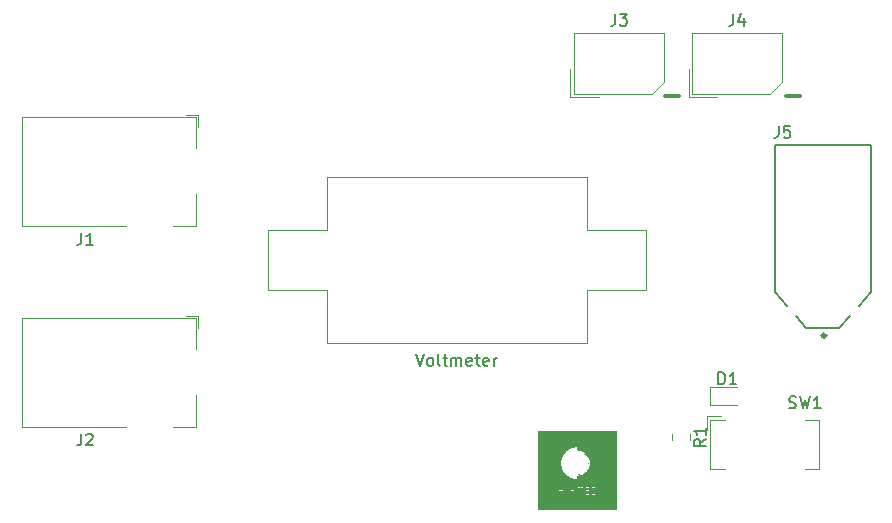
<source format=gbr>
%TF.GenerationSoftware,KiCad,Pcbnew,(6.0.0)*%
%TF.CreationDate,2022-03-05T02:50:21+09:00*%
%TF.ProjectId,latton rt,6c617474-6f6e-4207-9274-2e6b69636164,rev?*%
%TF.SameCoordinates,Original*%
%TF.FileFunction,Legend,Top*%
%TF.FilePolarity,Positive*%
%FSLAX46Y46*%
G04 Gerber Fmt 4.6, Leading zero omitted, Abs format (unit mm)*
G04 Created by KiCad (PCBNEW (6.0.0)) date 2022-03-05 02:50:21*
%MOMM*%
%LPD*%
G01*
G04 APERTURE LIST*
%ADD10C,0.300000*%
%ADD11C,0.150000*%
%ADD12C,0.120000*%
%ADD13C,0.127000*%
G04 APERTURE END LIST*
D10*
X177928571Y-85107142D02*
X179071428Y-85107142D01*
X167678571Y-85107142D02*
X168821428Y-85107142D01*
D11*
%TO.C,J1*%
X118216666Y-96702380D02*
X118216666Y-97416666D01*
X118169047Y-97559523D01*
X118073809Y-97654761D01*
X117930952Y-97702380D01*
X117835714Y-97702380D01*
X119216666Y-97702380D02*
X118645238Y-97702380D01*
X118930952Y-97702380D02*
X118930952Y-96702380D01*
X118835714Y-96845238D01*
X118740476Y-96940476D01*
X118645238Y-96988095D01*
%TO.C,*%
%TO.C,SW1*%
X178166666Y-111504761D02*
X178309523Y-111552380D01*
X178547619Y-111552380D01*
X178642857Y-111504761D01*
X178690476Y-111457142D01*
X178738095Y-111361904D01*
X178738095Y-111266666D01*
X178690476Y-111171428D01*
X178642857Y-111123809D01*
X178547619Y-111076190D01*
X178357142Y-111028571D01*
X178261904Y-110980952D01*
X178214285Y-110933333D01*
X178166666Y-110838095D01*
X178166666Y-110742857D01*
X178214285Y-110647619D01*
X178261904Y-110600000D01*
X178357142Y-110552380D01*
X178595238Y-110552380D01*
X178738095Y-110600000D01*
X179071428Y-110552380D02*
X179309523Y-111552380D01*
X179500000Y-110838095D01*
X179690476Y-111552380D01*
X179928571Y-110552380D01*
X180833333Y-111552380D02*
X180261904Y-111552380D01*
X180547619Y-111552380D02*
X180547619Y-110552380D01*
X180452380Y-110695238D01*
X180357142Y-110790476D01*
X180261904Y-110838095D01*
%TO.C,*%
%TO.C,J3*%
X163416666Y-78152380D02*
X163416666Y-78866666D01*
X163369047Y-79009523D01*
X163273809Y-79104761D01*
X163130952Y-79152380D01*
X163035714Y-79152380D01*
X163797619Y-78152380D02*
X164416666Y-78152380D01*
X164083333Y-78533333D01*
X164226190Y-78533333D01*
X164321428Y-78580952D01*
X164369047Y-78628571D01*
X164416666Y-78723809D01*
X164416666Y-78961904D01*
X164369047Y-79057142D01*
X164321428Y-79104761D01*
X164226190Y-79152380D01*
X163940476Y-79152380D01*
X163845238Y-79104761D01*
X163797619Y-79057142D01*
%TO.C,*%
%TO.C,D1*%
X172161904Y-109522380D02*
X172161904Y-108522380D01*
X172400000Y-108522380D01*
X172542857Y-108570000D01*
X172638095Y-108665238D01*
X172685714Y-108760476D01*
X172733333Y-108950952D01*
X172733333Y-109093809D01*
X172685714Y-109284285D01*
X172638095Y-109379523D01*
X172542857Y-109474761D01*
X172400000Y-109522380D01*
X172161904Y-109522380D01*
X173685714Y-109522380D02*
X173114285Y-109522380D01*
X173400000Y-109522380D02*
X173400000Y-108522380D01*
X173304761Y-108665238D01*
X173209523Y-108760476D01*
X173114285Y-108808095D01*
%TO.C,*%
%TO.C,R1*%
X171102380Y-114166666D02*
X170626190Y-114500000D01*
X171102380Y-114738095D02*
X170102380Y-114738095D01*
X170102380Y-114357142D01*
X170150000Y-114261904D01*
X170197619Y-114214285D01*
X170292857Y-114166666D01*
X170435714Y-114166666D01*
X170530952Y-114214285D01*
X170578571Y-114261904D01*
X170626190Y-114357142D01*
X170626190Y-114738095D01*
X171102380Y-113214285D02*
X171102380Y-113785714D01*
X171102380Y-113500000D02*
X170102380Y-113500000D01*
X170245238Y-113595238D01*
X170340476Y-113690476D01*
X170388095Y-113785714D01*
%TO.C,*%
%TO.C,J2*%
X118216666Y-113702380D02*
X118216666Y-114416666D01*
X118169047Y-114559523D01*
X118073809Y-114654761D01*
X117930952Y-114702380D01*
X117835714Y-114702380D01*
X118645238Y-113797619D02*
X118692857Y-113750000D01*
X118788095Y-113702380D01*
X119026190Y-113702380D01*
X119121428Y-113750000D01*
X119169047Y-113797619D01*
X119216666Y-113892857D01*
X119216666Y-113988095D01*
X119169047Y-114130952D01*
X118597619Y-114702380D01*
X119216666Y-114702380D01*
%TO.C,*%
%TO.C,J4*%
X173416666Y-78152380D02*
X173416666Y-78866666D01*
X173369047Y-79009523D01*
X173273809Y-79104761D01*
X173130952Y-79152380D01*
X173035714Y-79152380D01*
X174321428Y-78485714D02*
X174321428Y-79152380D01*
X174083333Y-78104761D02*
X173845238Y-78819047D01*
X174464285Y-78819047D01*
%TO.C,*%
D10*
%TO.C,G\u002A\u002A\u002A*%
X158532782Y-114038000D02*
X158387639Y-113965428D01*
X158169925Y-113965428D01*
X157952211Y-114038000D01*
X157807068Y-114183142D01*
X157734496Y-114328285D01*
X157661925Y-114618571D01*
X157661925Y-114836285D01*
X157734496Y-115126571D01*
X157807068Y-115271714D01*
X157952211Y-115416857D01*
X158169925Y-115489428D01*
X158315068Y-115489428D01*
X158532782Y-115416857D01*
X158605354Y-115344285D01*
X158605354Y-114836285D01*
X158315068Y-114836285D01*
X159476211Y-113965428D02*
X159476211Y-114328285D01*
X159113354Y-114183142D02*
X159476211Y-114328285D01*
X159839068Y-114183142D01*
X159258496Y-114618571D02*
X159476211Y-114328285D01*
X159693925Y-114618571D01*
X160637354Y-113965428D02*
X160637354Y-114328285D01*
X160274496Y-114183142D02*
X160637354Y-114328285D01*
X161000211Y-114183142D01*
X160419639Y-114618571D02*
X160637354Y-114328285D01*
X160855068Y-114618571D01*
X161798496Y-113965428D02*
X161798496Y-114328285D01*
X161435639Y-114183142D02*
X161798496Y-114328285D01*
X162161354Y-114183142D01*
X161580782Y-114618571D02*
X161798496Y-114328285D01*
X162016211Y-114618571D01*
D11*
%TO.C,*%
%TO.C,Voltmeter*%
X146547619Y-106952380D02*
X146880952Y-107952380D01*
X147214285Y-106952380D01*
X147690476Y-107952380D02*
X147595238Y-107904761D01*
X147547619Y-107857142D01*
X147500000Y-107761904D01*
X147500000Y-107476190D01*
X147547619Y-107380952D01*
X147595238Y-107333333D01*
X147690476Y-107285714D01*
X147833333Y-107285714D01*
X147928571Y-107333333D01*
X147976190Y-107380952D01*
X148023809Y-107476190D01*
X148023809Y-107761904D01*
X147976190Y-107857142D01*
X147928571Y-107904761D01*
X147833333Y-107952380D01*
X147690476Y-107952380D01*
X148595238Y-107952380D02*
X148500000Y-107904761D01*
X148452380Y-107809523D01*
X148452380Y-106952380D01*
X148833333Y-107285714D02*
X149214285Y-107285714D01*
X148976190Y-106952380D02*
X148976190Y-107809523D01*
X149023809Y-107904761D01*
X149119047Y-107952380D01*
X149214285Y-107952380D01*
X149547619Y-107952380D02*
X149547619Y-107285714D01*
X149547619Y-107380952D02*
X149595238Y-107333333D01*
X149690476Y-107285714D01*
X149833333Y-107285714D01*
X149928571Y-107333333D01*
X149976190Y-107428571D01*
X149976190Y-107952380D01*
X149976190Y-107428571D02*
X150023809Y-107333333D01*
X150119047Y-107285714D01*
X150261904Y-107285714D01*
X150357142Y-107333333D01*
X150404761Y-107428571D01*
X150404761Y-107952380D01*
X151261904Y-107904761D02*
X151166666Y-107952380D01*
X150976190Y-107952380D01*
X150880952Y-107904761D01*
X150833333Y-107809523D01*
X150833333Y-107428571D01*
X150880952Y-107333333D01*
X150976190Y-107285714D01*
X151166666Y-107285714D01*
X151261904Y-107333333D01*
X151309523Y-107428571D01*
X151309523Y-107523809D01*
X150833333Y-107619047D01*
X151595238Y-107285714D02*
X151976190Y-107285714D01*
X151738095Y-106952380D02*
X151738095Y-107809523D01*
X151785714Y-107904761D01*
X151880952Y-107952380D01*
X151976190Y-107952380D01*
X152690476Y-107904761D02*
X152595238Y-107952380D01*
X152404761Y-107952380D01*
X152309523Y-107904761D01*
X152261904Y-107809523D01*
X152261904Y-107428571D01*
X152309523Y-107333333D01*
X152404761Y-107285714D01*
X152595238Y-107285714D01*
X152690476Y-107333333D01*
X152738095Y-107428571D01*
X152738095Y-107523809D01*
X152261904Y-107619047D01*
X153166666Y-107952380D02*
X153166666Y-107285714D01*
X153166666Y-107476190D02*
X153214285Y-107380952D01*
X153261904Y-107333333D01*
X153357142Y-107285714D01*
X153452380Y-107285714D01*
%TO.C,*%
%TO.C,J5*%
X177266435Y-87652001D02*
X177266435Y-88366782D01*
X177218783Y-88509738D01*
X177123479Y-88605042D01*
X176980523Y-88652694D01*
X176885219Y-88652694D01*
X178219476Y-87652001D02*
X177742956Y-87652001D01*
X177695304Y-88128521D01*
X177742956Y-88080869D01*
X177838260Y-88033217D01*
X178076520Y-88033217D01*
X178171824Y-88080869D01*
X178219476Y-88128521D01*
X178267128Y-88223826D01*
X178267128Y-88462086D01*
X178219476Y-88557390D01*
X178171824Y-88605042D01*
X178076520Y-88652694D01*
X177838260Y-88652694D01*
X177742956Y-88605042D01*
X177695304Y-88557390D01*
%TO.C,*%
D12*
%TO.C,J1*%
X127050000Y-86700000D02*
X128100000Y-86700000D01*
X113200000Y-86900000D02*
X127900000Y-86900000D01*
X122000000Y-96100000D02*
X113200000Y-96100000D01*
X127900000Y-93400000D02*
X127900000Y-96100000D01*
X127900000Y-96100000D02*
X126000000Y-96100000D01*
X127900000Y-86900000D02*
X127900000Y-89500000D01*
X113200000Y-96100000D02*
X113200000Y-86900000D01*
X128100000Y-87750000D02*
X128100000Y-86700000D01*
%TO.C,SW1*%
X171492500Y-116725000D02*
X172692500Y-116725000D01*
X180692500Y-112525000D02*
X180692500Y-116725000D01*
X180692500Y-116725000D02*
X179492500Y-116725000D01*
X171492500Y-112525000D02*
X171492500Y-116725000D01*
X172392500Y-112225000D02*
X171192500Y-112225000D01*
X172692500Y-112525000D02*
X171492500Y-112525000D01*
X171192500Y-112225000D02*
X171192500Y-113425000D01*
X179492500Y-112525000D02*
X180692500Y-112525000D01*
%TO.C,J3*%
X167560000Y-79790000D02*
X159940000Y-79790000D01*
X159940000Y-84910000D02*
X166560000Y-84910000D01*
X159940000Y-79790000D02*
X159940000Y-84910000D01*
X166560000Y-84910000D02*
X167560000Y-83910000D01*
X159640000Y-82800000D02*
X159640000Y-85210000D01*
X167560000Y-83910000D02*
X167560000Y-79790000D01*
X159640000Y-85210000D02*
X162050000Y-85210000D01*
%TO.C,D1*%
X173700000Y-109765000D02*
X171415000Y-109765000D01*
X171415000Y-109765000D02*
X171415000Y-111235000D01*
X171415000Y-111235000D02*
X173700000Y-111235000D01*
%TO.C,R1*%
X169735000Y-113772936D02*
X169735000Y-114227064D01*
X168265000Y-113772936D02*
X168265000Y-114227064D01*
%TO.C,J2*%
X122000000Y-113100000D02*
X113200000Y-113100000D01*
X127900000Y-113100000D02*
X126000000Y-113100000D01*
X127900000Y-103900000D02*
X127900000Y-106500000D01*
X128100000Y-104750000D02*
X128100000Y-103700000D01*
X113200000Y-113100000D02*
X113200000Y-103900000D01*
X127050000Y-103700000D02*
X128100000Y-103700000D01*
X113200000Y-103900000D02*
X127900000Y-103900000D01*
X127900000Y-110400000D02*
X127900000Y-113100000D01*
%TO.C,J4*%
X169640000Y-82800000D02*
X169640000Y-85210000D01*
X169940000Y-79790000D02*
X169940000Y-84910000D01*
X176560000Y-84910000D02*
X177560000Y-83910000D01*
X169640000Y-85210000D02*
X172050000Y-85210000D01*
X169940000Y-84910000D02*
X176560000Y-84910000D01*
X177560000Y-79790000D02*
X169940000Y-79790000D01*
X177560000Y-83910000D02*
X177560000Y-79790000D01*
%TO.C,G\u002A\u002A\u002A*%
G36*
X160392678Y-115304650D02*
G01*
X160388489Y-115308839D01*
X160384301Y-115304650D01*
X160388489Y-115300462D01*
X160392678Y-115304650D01*
G37*
G36*
X160367546Y-115229255D02*
G01*
X160363358Y-115233443D01*
X160359169Y-115229255D01*
X160363358Y-115225066D01*
X160367546Y-115229255D01*
G37*
G36*
X160845053Y-115438687D02*
G01*
X160840864Y-115442876D01*
X160836675Y-115438687D01*
X160840864Y-115434499D01*
X160845053Y-115438687D01*
G37*
G36*
X161037731Y-115656497D02*
G01*
X161033542Y-115660686D01*
X161029354Y-115656497D01*
X161033542Y-115652309D01*
X161037731Y-115656497D01*
G37*
G36*
X160643997Y-115246009D02*
G01*
X160639809Y-115250198D01*
X160635620Y-115246009D01*
X160639809Y-115241821D01*
X160643997Y-115246009D01*
G37*
G36*
X160585356Y-115354914D02*
G01*
X160581168Y-115359103D01*
X160576979Y-115354914D01*
X160581168Y-115350726D01*
X160585356Y-115354914D01*
G37*
G36*
X160593733Y-115304650D02*
G01*
X160589545Y-115308839D01*
X160585356Y-115304650D01*
X160589545Y-115300462D01*
X160593733Y-115304650D01*
G37*
G36*
X160953958Y-116787434D02*
G01*
X160949769Y-116791623D01*
X160945580Y-116787434D01*
X160949769Y-116783245D01*
X160953958Y-116787434D01*
G37*
G36*
X161079617Y-115916194D02*
G01*
X161075429Y-115920383D01*
X161071240Y-115916194D01*
X161075429Y-115912005D01*
X161079617Y-115916194D01*
G37*
G36*
X160300528Y-117105772D02*
G01*
X160296339Y-117109960D01*
X160292150Y-117105772D01*
X160296339Y-117101583D01*
X160300528Y-117105772D01*
G37*
G36*
X161020976Y-116879584D02*
G01*
X161016788Y-116883773D01*
X161012599Y-116879584D01*
X161016788Y-116875396D01*
X161020976Y-116879584D01*
G37*
G36*
X161213654Y-116201022D02*
G01*
X161209466Y-116205211D01*
X161205277Y-116201022D01*
X161209466Y-116196834D01*
X161213654Y-116201022D01*
G37*
G36*
X160685884Y-115313028D02*
G01*
X160681695Y-115317216D01*
X160677507Y-115313028D01*
X160681695Y-115308839D01*
X160685884Y-115313028D01*
G37*
G36*
X161054485Y-116485851D02*
G01*
X161050297Y-116490040D01*
X161046108Y-116485851D01*
X161050297Y-116481662D01*
X161054485Y-116485851D01*
G37*
G36*
X160669129Y-117089017D02*
G01*
X160664941Y-117093206D01*
X160660752Y-117089017D01*
X160664941Y-117084828D01*
X160669129Y-117089017D01*
G37*
G36*
X160953958Y-116695284D02*
G01*
X160949769Y-116699472D01*
X160945580Y-116695284D01*
X160949769Y-116691095D01*
X160953958Y-116695284D01*
G37*
G36*
X160602111Y-117097394D02*
G01*
X160597922Y-117101583D01*
X160593733Y-117097394D01*
X160597922Y-117093206D01*
X160602111Y-117097394D01*
G37*
G36*
X161096372Y-115899439D02*
G01*
X161092183Y-115903628D01*
X161087995Y-115899439D01*
X161092183Y-115895251D01*
X161096372Y-115899439D01*
G37*
G36*
X160526715Y-115287896D02*
G01*
X160522526Y-115292084D01*
X160518338Y-115287896D01*
X160522526Y-115283707D01*
X160526715Y-115287896D01*
G37*
G36*
X161096372Y-116066985D02*
G01*
X161092183Y-116071174D01*
X161087995Y-116066985D01*
X161092183Y-116062797D01*
X161096372Y-116066985D01*
G37*
G36*
X160752902Y-115463819D02*
G01*
X160748714Y-115468008D01*
X160744525Y-115463819D01*
X160748714Y-115459631D01*
X160752902Y-115463819D01*
G37*
G36*
X161121504Y-116578001D02*
G01*
X161117315Y-116582190D01*
X161113127Y-116578001D01*
X161117315Y-116573813D01*
X161121504Y-116578001D01*
G37*
G36*
X160870185Y-116921471D02*
G01*
X160865996Y-116925660D01*
X160861807Y-116921471D01*
X160865996Y-116917282D01*
X160870185Y-116921471D01*
G37*
G36*
X160367546Y-117172790D02*
G01*
X160363358Y-117176979D01*
X160359169Y-117172790D01*
X160363358Y-117168602D01*
X160367546Y-117172790D01*
G37*
G36*
X161146636Y-116125627D02*
G01*
X161142447Y-116129815D01*
X161138259Y-116125627D01*
X161142447Y-116121438D01*
X161146636Y-116125627D01*
G37*
G36*
X161054485Y-116460719D02*
G01*
X161050297Y-116464908D01*
X161046108Y-116460719D01*
X161050297Y-116456530D01*
X161054485Y-116460719D01*
G37*
G36*
X161171768Y-116502606D02*
G01*
X161167579Y-116506794D01*
X161163390Y-116502606D01*
X161167579Y-116498417D01*
X161171768Y-116502606D01*
G37*
G36*
X161062863Y-116636642D02*
G01*
X161058674Y-116640831D01*
X161054485Y-116636642D01*
X161058674Y-116632454D01*
X161062863Y-116636642D01*
G37*
G36*
X160945580Y-115740270D02*
G01*
X160941392Y-115744459D01*
X160937203Y-115740270D01*
X160941392Y-115736082D01*
X160945580Y-115740270D01*
G37*
G36*
X160685884Y-115472197D02*
G01*
X160681695Y-115476385D01*
X160677507Y-115472197D01*
X160681695Y-115468008D01*
X160685884Y-115472197D01*
G37*
G36*
X160979090Y-116686906D02*
G01*
X160974901Y-116691095D01*
X160970712Y-116686906D01*
X160974901Y-116682718D01*
X160979090Y-116686906D01*
G37*
G36*
X160535092Y-117047131D02*
G01*
X160530904Y-117051319D01*
X160526715Y-117047131D01*
X160530904Y-117042942D01*
X160535092Y-117047131D01*
G37*
G36*
X161087995Y-115631365D02*
G01*
X161083806Y-115635554D01*
X161079617Y-115631365D01*
X161083806Y-115627177D01*
X161087995Y-115631365D01*
G37*
G36*
X160811544Y-115447065D02*
G01*
X160807355Y-115451253D01*
X160803166Y-115447065D01*
X160807355Y-115442876D01*
X160811544Y-115447065D01*
G37*
G36*
X160853430Y-115371669D02*
G01*
X160849241Y-115375858D01*
X160845053Y-115371669D01*
X160849241Y-115367480D01*
X160853430Y-115371669D01*
G37*
G36*
X160828298Y-115514083D02*
G01*
X160824109Y-115518272D01*
X160819921Y-115514083D01*
X160824109Y-115509894D01*
X160828298Y-115514083D01*
G37*
G36*
X160250264Y-115145482D02*
G01*
X160246075Y-115149670D01*
X160241887Y-115145482D01*
X160246075Y-115141293D01*
X160250264Y-115145482D01*
G37*
G36*
X160794789Y-115354914D02*
G01*
X160790600Y-115359103D01*
X160786412Y-115354914D01*
X160790600Y-115350726D01*
X160794789Y-115354914D01*
G37*
G36*
X160526715Y-117097394D02*
G01*
X160522526Y-117101583D01*
X160518338Y-117097394D01*
X160522526Y-117093206D01*
X160526715Y-117097394D01*
G37*
G36*
X160970712Y-115731893D02*
G01*
X160966524Y-115736082D01*
X160962335Y-115731893D01*
X160966524Y-115727704D01*
X160970712Y-115731893D01*
G37*
G36*
X161155013Y-116075363D02*
G01*
X161150825Y-116079551D01*
X161146636Y-116075363D01*
X161150825Y-116071174D01*
X161155013Y-116075363D01*
G37*
G36*
X160886939Y-116938226D02*
G01*
X160882751Y-116942414D01*
X160878562Y-116938226D01*
X160882751Y-116934037D01*
X160886939Y-116938226D01*
G37*
G36*
X160225132Y-117189545D02*
G01*
X160220943Y-117193733D01*
X160216755Y-117189545D01*
X160220943Y-117185356D01*
X160225132Y-117189545D01*
G37*
G36*
X161238786Y-116066985D02*
G01*
X161234598Y-116071174D01*
X161230409Y-116066985D01*
X161234598Y-116062797D01*
X161238786Y-116066985D01*
G37*
G36*
X161096372Y-115815666D02*
G01*
X161092183Y-115819855D01*
X161087995Y-115815666D01*
X161092183Y-115811478D01*
X161096372Y-115815666D01*
G37*
G36*
X161230409Y-116368569D02*
G01*
X161226220Y-116372757D01*
X161222032Y-116368569D01*
X161226220Y-116364380D01*
X161230409Y-116368569D01*
G37*
G36*
X160585356Y-115229255D02*
G01*
X160581168Y-115233443D01*
X160576979Y-115229255D01*
X160581168Y-115225066D01*
X160585356Y-115229255D01*
G37*
G36*
X161205277Y-115974835D02*
G01*
X161201088Y-115979024D01*
X161196900Y-115974835D01*
X161201088Y-115970646D01*
X161205277Y-115974835D01*
G37*
G36*
X161121504Y-116192645D02*
G01*
X161117315Y-116196834D01*
X161113127Y-116192645D01*
X161117315Y-116188456D01*
X161121504Y-116192645D01*
G37*
G36*
X160761280Y-115505706D02*
G01*
X160757091Y-115509894D01*
X160752902Y-115505706D01*
X160757091Y-115501517D01*
X160761280Y-115505706D01*
G37*
G36*
X160384301Y-115204123D02*
G01*
X160380112Y-115208311D01*
X160375923Y-115204123D01*
X160380112Y-115199934D01*
X160384301Y-115204123D01*
G37*
G36*
X160652375Y-115388423D02*
G01*
X160648186Y-115392612D01*
X160643997Y-115388423D01*
X160648186Y-115384235D01*
X160652375Y-115388423D01*
G37*
G36*
X161213654Y-116167513D02*
G01*
X161209466Y-116171702D01*
X161205277Y-116167513D01*
X161209466Y-116163325D01*
X161213654Y-116167513D01*
G37*
G36*
X161071240Y-115807289D02*
G01*
X161067051Y-115811478D01*
X161062863Y-115807289D01*
X161067051Y-115803100D01*
X161071240Y-115807289D01*
G37*
G36*
X160761280Y-117005244D02*
G01*
X160757091Y-117009433D01*
X160752902Y-117005244D01*
X160757091Y-117001055D01*
X160761280Y-117005244D01*
G37*
G36*
X160669129Y-117038753D02*
G01*
X160664941Y-117042942D01*
X160660752Y-117038753D01*
X160664941Y-117034565D01*
X160669129Y-117038753D01*
G37*
G36*
X161071240Y-116812566D02*
G01*
X161067051Y-116816755D01*
X161062863Y-116812566D01*
X161067051Y-116808377D01*
X161071240Y-116812566D01*
G37*
G36*
X160250264Y-117105772D02*
G01*
X160246075Y-117109960D01*
X160241887Y-117105772D01*
X160246075Y-117101583D01*
X160250264Y-117105772D01*
G37*
G36*
X160417810Y-117130904D02*
G01*
X160413621Y-117135092D01*
X160409433Y-117130904D01*
X160413621Y-117126715D01*
X160417810Y-117130904D01*
G37*
G36*
X160493206Y-117080640D02*
G01*
X160489017Y-117084828D01*
X160484828Y-117080640D01*
X160489017Y-117076451D01*
X160493206Y-117080640D01*
G37*
G36*
X160970712Y-116779057D02*
G01*
X160966524Y-116783245D01*
X160962335Y-116779057D01*
X160966524Y-116774868D01*
X160970712Y-116779057D01*
G37*
G36*
X160928826Y-116795811D02*
G01*
X160924637Y-116800000D01*
X160920449Y-116795811D01*
X160924637Y-116791623D01*
X160928826Y-116795811D01*
G37*
G36*
X160225132Y-115296273D02*
G01*
X160220943Y-115300462D01*
X160216755Y-115296273D01*
X160220943Y-115292084D01*
X160225132Y-115296273D01*
G37*
G36*
X160267018Y-115162236D02*
G01*
X160262830Y-115166425D01*
X160258641Y-115162236D01*
X160262830Y-115158047D01*
X160267018Y-115162236D01*
G37*
G36*
X160953958Y-116745547D02*
G01*
X160949769Y-116749736D01*
X160945580Y-116745547D01*
X160949769Y-116741359D01*
X160953958Y-116745547D01*
G37*
G36*
X160635620Y-115413555D02*
G01*
X160631431Y-115417744D01*
X160627243Y-115413555D01*
X160631431Y-115409367D01*
X160635620Y-115413555D01*
G37*
G36*
X160995844Y-115723516D02*
G01*
X160991656Y-115727704D01*
X160987467Y-115723516D01*
X160991656Y-115719327D01*
X160995844Y-115723516D01*
G37*
G36*
X160258641Y-115254387D02*
G01*
X160254452Y-115258575D01*
X160250264Y-115254387D01*
X160254452Y-115250198D01*
X160258641Y-115254387D01*
G37*
G36*
X161146636Y-115899439D02*
G01*
X161142447Y-115903628D01*
X161138259Y-115899439D01*
X161142447Y-115895251D01*
X161146636Y-115899439D01*
G37*
G36*
X160669129Y-115447065D02*
G01*
X160664941Y-115451253D01*
X160660752Y-115447065D01*
X160664941Y-115442876D01*
X160669129Y-115447065D01*
G37*
G36*
X161104749Y-116360191D02*
G01*
X161100561Y-116364380D01*
X161096372Y-116360191D01*
X161100561Y-116356003D01*
X161104749Y-116360191D01*
G37*
G36*
X161096372Y-116452342D02*
G01*
X161092183Y-116456530D01*
X161087995Y-116452342D01*
X161092183Y-116448153D01*
X161096372Y-116452342D01*
G37*
G36*
X160895317Y-115514083D02*
G01*
X160891128Y-115518272D01*
X160886939Y-115514083D01*
X160891128Y-115509894D01*
X160895317Y-115514083D01*
G37*
G36*
X161071240Y-116418832D02*
G01*
X161067051Y-116423021D01*
X161062863Y-116418832D01*
X161067051Y-116414644D01*
X161071240Y-116418832D01*
G37*
G36*
X160845053Y-115488951D02*
G01*
X160840864Y-115493140D01*
X160836675Y-115488951D01*
X160840864Y-115484763D01*
X160845053Y-115488951D01*
G37*
G36*
X160451319Y-117072263D02*
G01*
X160447131Y-117076451D01*
X160442942Y-117072263D01*
X160447131Y-117068074D01*
X160451319Y-117072263D01*
G37*
G36*
X160468074Y-117189545D02*
G01*
X160463885Y-117193733D01*
X160459697Y-117189545D01*
X160463885Y-117185356D01*
X160468074Y-117189545D01*
G37*
G36*
X160995844Y-115622988D02*
G01*
X160991656Y-115627177D01*
X160987467Y-115622988D01*
X160991656Y-115618799D01*
X160995844Y-115622988D01*
G37*
G36*
X160886939Y-115438687D02*
G01*
X160882751Y-115442876D01*
X160878562Y-115438687D01*
X160882751Y-115434499D01*
X160886939Y-115438687D01*
G37*
G36*
X160392678Y-115229255D02*
G01*
X160388489Y-115233443D01*
X160384301Y-115229255D01*
X160388489Y-115225066D01*
X160392678Y-115229255D01*
G37*
G36*
X161222032Y-116301550D02*
G01*
X161217843Y-116305739D01*
X161213654Y-116301550D01*
X161217843Y-116297361D01*
X161222032Y-116301550D01*
G37*
G36*
X160610488Y-115346537D02*
G01*
X160606299Y-115350726D01*
X160602111Y-115346537D01*
X160606299Y-115342348D01*
X160610488Y-115346537D01*
G37*
G36*
X161037731Y-115581102D02*
G01*
X161033542Y-115585290D01*
X161029354Y-115581102D01*
X161033542Y-115576913D01*
X161037731Y-115581102D01*
G37*
G36*
X160694261Y-115363292D02*
G01*
X160690073Y-115367480D01*
X160685884Y-115363292D01*
X160690073Y-115359103D01*
X160694261Y-115363292D01*
G37*
G36*
X161071240Y-116703661D02*
G01*
X161067051Y-116707850D01*
X161062863Y-116703661D01*
X161067051Y-116699472D01*
X161071240Y-116703661D01*
G37*
G36*
X161087995Y-115790534D02*
G01*
X161083806Y-115794723D01*
X161079617Y-115790534D01*
X161083806Y-115786346D01*
X161087995Y-115790534D01*
G37*
G36*
X160727770Y-116938226D02*
G01*
X160723582Y-116942414D01*
X160719393Y-116938226D01*
X160723582Y-116934037D01*
X160727770Y-116938226D01*
G37*
G36*
X160401055Y-115354914D02*
G01*
X160396867Y-115359103D01*
X160392678Y-115354914D01*
X160396867Y-115350726D01*
X160401055Y-115354914D01*
G37*
G36*
X161171768Y-116134004D02*
G01*
X161167579Y-116138193D01*
X161163390Y-116134004D01*
X161167579Y-116129815D01*
X161171768Y-116134004D01*
G37*
G36*
X161213654Y-116259664D02*
G01*
X161209466Y-116263852D01*
X161205277Y-116259664D01*
X161209466Y-116255475D01*
X161213654Y-116259664D01*
G37*
G36*
X160979090Y-115514083D02*
G01*
X160974901Y-115518272D01*
X160970712Y-115514083D01*
X160974901Y-115509894D01*
X160979090Y-115514083D01*
G37*
G36*
X161171768Y-116335059D02*
G01*
X161167579Y-116339248D01*
X161163390Y-116335059D01*
X161167579Y-116330871D01*
X161171768Y-116335059D01*
G37*
G36*
X161230409Y-116142381D02*
G01*
X161226220Y-116146570D01*
X161222032Y-116142381D01*
X161226220Y-116138193D01*
X161230409Y-116142381D01*
G37*
G36*
X161062863Y-116603133D02*
G01*
X161058674Y-116607322D01*
X161054485Y-116603133D01*
X161058674Y-116598945D01*
X161062863Y-116603133D01*
G37*
G36*
X161163390Y-116477474D02*
G01*
X161159202Y-116481662D01*
X161155013Y-116477474D01*
X161159202Y-116473285D01*
X161163390Y-116477474D01*
G37*
G36*
X160895317Y-116871207D02*
G01*
X160891128Y-116875396D01*
X160886939Y-116871207D01*
X160891128Y-116867018D01*
X160895317Y-116871207D01*
G37*
G36*
X160560224Y-117030376D02*
G01*
X160556036Y-117034565D01*
X160551847Y-117030376D01*
X160556036Y-117026187D01*
X160560224Y-117030376D01*
G37*
G36*
X160853430Y-115463819D02*
G01*
X160849241Y-115468008D01*
X160845053Y-115463819D01*
X160849241Y-115459631D01*
X160853430Y-115463819D01*
G37*
G36*
X161222032Y-116443964D02*
G01*
X161217843Y-116448153D01*
X161213654Y-116443964D01*
X161217843Y-116439776D01*
X161222032Y-116443964D01*
G37*
G36*
X160610488Y-117005244D02*
G01*
X160606299Y-117009433D01*
X160602111Y-117005244D01*
X160606299Y-117001055D01*
X160610488Y-117005244D01*
G37*
G36*
X160886939Y-116988489D02*
G01*
X160882751Y-116992678D01*
X160878562Y-116988489D01*
X160882751Y-116984301D01*
X160886939Y-116988489D01*
G37*
G36*
X160794789Y-117013621D02*
G01*
X160790600Y-117017810D01*
X160786412Y-117013621D01*
X160790600Y-117009433D01*
X160794789Y-117013621D01*
G37*
G36*
X160979090Y-115698384D02*
G01*
X160974901Y-115702573D01*
X160970712Y-115698384D01*
X160974901Y-115694195D01*
X160979090Y-115698384D01*
G37*
G36*
X160560224Y-115237632D02*
G01*
X160556036Y-115241821D01*
X160551847Y-115237632D01*
X160556036Y-115233443D01*
X160560224Y-115237632D01*
G37*
G36*
X161113127Y-116544492D02*
G01*
X161108938Y-116548681D01*
X161104749Y-116544492D01*
X161108938Y-116540303D01*
X161113127Y-116544492D01*
G37*
G36*
X161071240Y-116443964D02*
G01*
X161067051Y-116448153D01*
X161062863Y-116443964D01*
X161067051Y-116439776D01*
X161071240Y-116443964D01*
G37*
G36*
X160786412Y-115321405D02*
G01*
X160782223Y-115325594D01*
X160778034Y-115321405D01*
X160782223Y-115317216D01*
X160786412Y-115321405D01*
G37*
G36*
X160794789Y-116963358D02*
G01*
X160790600Y-116967546D01*
X160786412Y-116963358D01*
X160790600Y-116959169D01*
X160794789Y-116963358D01*
G37*
G36*
X161213654Y-115924571D02*
G01*
X161209466Y-115928760D01*
X161205277Y-115924571D01*
X161209466Y-115920383D01*
X161213654Y-115924571D01*
G37*
G36*
X161129881Y-116645020D02*
G01*
X161125693Y-116649208D01*
X161121504Y-116645020D01*
X161125693Y-116640831D01*
X161129881Y-116645020D01*
G37*
G36*
X160267018Y-115329782D02*
G01*
X160262830Y-115333971D01*
X160258641Y-115329782D01*
X160262830Y-115325594D01*
X160267018Y-115329782D01*
G37*
G36*
X160300528Y-117130904D02*
G01*
X160296339Y-117135092D01*
X160292150Y-117130904D01*
X160296339Y-117126715D01*
X160300528Y-117130904D01*
G37*
G36*
X160560224Y-117063885D02*
G01*
X160556036Y-117068074D01*
X160551847Y-117063885D01*
X160556036Y-117059697D01*
X160560224Y-117063885D01*
G37*
G36*
X161004222Y-115798912D02*
G01*
X161000033Y-115803100D01*
X160995844Y-115798912D01*
X161000033Y-115794723D01*
X161004222Y-115798912D01*
G37*
G36*
X160317282Y-115162236D02*
G01*
X160313094Y-115166425D01*
X160308905Y-115162236D01*
X160313094Y-115158047D01*
X160317282Y-115162236D01*
G37*
G36*
X160886939Y-115597856D02*
G01*
X160882751Y-115602045D01*
X160878562Y-115597856D01*
X160882751Y-115593668D01*
X160886939Y-115597856D01*
G37*
G36*
X161171768Y-115874307D02*
G01*
X161167579Y-115878496D01*
X161163390Y-115874307D01*
X161167579Y-115870119D01*
X161171768Y-115874307D01*
G37*
G36*
X160912071Y-115539215D02*
G01*
X160907883Y-115543404D01*
X160903694Y-115539215D01*
X160907883Y-115535026D01*
X160912071Y-115539215D01*
G37*
G36*
X160736148Y-117072263D02*
G01*
X160731959Y-117076451D01*
X160727770Y-117072263D01*
X160731959Y-117068074D01*
X160736148Y-117072263D01*
G37*
G36*
X161247164Y-116192645D02*
G01*
X161242975Y-116196834D01*
X161238786Y-116192645D01*
X161242975Y-116188456D01*
X161247164Y-116192645D01*
G37*
G36*
X161255541Y-116134004D02*
G01*
X161251352Y-116138193D01*
X161247164Y-116134004D01*
X161251352Y-116129815D01*
X161255541Y-116134004D01*
G37*
G36*
X161238786Y-116268041D02*
G01*
X161234598Y-116272230D01*
X161230409Y-116268041D01*
X161234598Y-116263852D01*
X161238786Y-116268041D01*
G37*
G36*
X160744525Y-116921471D02*
G01*
X160740336Y-116925660D01*
X160736148Y-116921471D01*
X160740336Y-116917282D01*
X160744525Y-116921471D01*
G37*
G36*
X160610488Y-117122526D02*
G01*
X160606299Y-117126715D01*
X160602111Y-117122526D01*
X160606299Y-117118338D01*
X160610488Y-117122526D01*
G37*
G36*
X160627243Y-117147658D02*
G01*
X160623054Y-117151847D01*
X160618865Y-117147658D01*
X160623054Y-117143470D01*
X160627243Y-117147658D01*
G37*
G36*
X160937203Y-116929848D02*
G01*
X160933014Y-116934037D01*
X160928826Y-116929848D01*
X160933014Y-116925660D01*
X160937203Y-116929848D01*
G37*
G36*
X160518338Y-117147658D02*
G01*
X160514149Y-117151847D01*
X160509960Y-117147658D01*
X160514149Y-117143470D01*
X160518338Y-117147658D01*
G37*
G36*
X160694261Y-115271141D02*
G01*
X160690073Y-115275330D01*
X160685884Y-115271141D01*
X160690073Y-115266952D01*
X160694261Y-115271141D01*
G37*
G36*
X160451319Y-115212500D02*
G01*
X160447131Y-115216689D01*
X160442942Y-115212500D01*
X160447131Y-115208311D01*
X160451319Y-115212500D01*
G37*
G36*
X161163390Y-115757025D02*
G01*
X161159202Y-115761214D01*
X161155013Y-115757025D01*
X161159202Y-115752836D01*
X161163390Y-115757025D01*
G37*
G36*
X160845053Y-116879584D02*
G01*
X160840864Y-116883773D01*
X160836675Y-116879584D01*
X160840864Y-116875396D01*
X160845053Y-116879584D01*
G37*
G36*
X161129881Y-115924571D02*
G01*
X161125693Y-115928760D01*
X161121504Y-115924571D01*
X161125693Y-115920383D01*
X161129881Y-115924571D01*
G37*
G36*
X160392678Y-115279518D02*
G01*
X160388489Y-115283707D01*
X160384301Y-115279518D01*
X160388489Y-115275330D01*
X160392678Y-115279518D01*
G37*
G36*
X161113127Y-115748648D02*
G01*
X161108938Y-115752836D01*
X161104749Y-115748648D01*
X161108938Y-115744459D01*
X161113127Y-115748648D01*
G37*
G36*
X161196900Y-115865930D02*
G01*
X161192711Y-115870119D01*
X161188522Y-115865930D01*
X161192711Y-115861741D01*
X161196900Y-115865930D01*
G37*
G36*
X160778034Y-117021999D02*
G01*
X160773846Y-117026187D01*
X160769657Y-117021999D01*
X160773846Y-117017810D01*
X160778034Y-117021999D01*
G37*
G36*
X160903694Y-115581102D02*
G01*
X160899505Y-115585290D01*
X160895317Y-115581102D01*
X160899505Y-115576913D01*
X160903694Y-115581102D01*
G37*
G36*
X160778034Y-117047131D02*
G01*
X160773846Y-117051319D01*
X160769657Y-117047131D01*
X160773846Y-117042942D01*
X160778034Y-117047131D01*
G37*
G36*
X160568602Y-115313028D02*
G01*
X160564413Y-115317216D01*
X160560224Y-115313028D01*
X160564413Y-115308839D01*
X160568602Y-115313028D01*
G37*
G36*
X161138259Y-116443964D02*
G01*
X161134070Y-116448153D01*
X161129881Y-116443964D01*
X161134070Y-116439776D01*
X161138259Y-116443964D01*
G37*
G36*
X160886939Y-115405178D02*
G01*
X160882751Y-115409367D01*
X160878562Y-115405178D01*
X160882751Y-115400989D01*
X160886939Y-115405178D01*
G37*
G36*
X161230409Y-116393701D02*
G01*
X161226220Y-116397889D01*
X161222032Y-116393701D01*
X161226220Y-116389512D01*
X161230409Y-116393701D01*
G37*
G36*
X161138259Y-116561247D02*
G01*
X161134070Y-116565435D01*
X161129881Y-116561247D01*
X161134070Y-116557058D01*
X161138259Y-116561247D01*
G37*
G36*
X161096372Y-115731893D02*
G01*
X161092183Y-115736082D01*
X161087995Y-115731893D01*
X161092183Y-115727704D01*
X161096372Y-115731893D01*
G37*
G36*
X160811544Y-115338160D02*
G01*
X160807355Y-115342348D01*
X160803166Y-115338160D01*
X160807355Y-115333971D01*
X160811544Y-115338160D01*
G37*
G36*
X160828298Y-116862830D02*
G01*
X160824109Y-116867018D01*
X160819921Y-116862830D01*
X160824109Y-116858641D01*
X160828298Y-116862830D01*
G37*
G36*
X160694261Y-116980112D02*
G01*
X160690073Y-116984301D01*
X160685884Y-116980112D01*
X160690073Y-116975923D01*
X160694261Y-116980112D01*
G37*
G36*
X160912071Y-116753925D02*
G01*
X160907883Y-116758113D01*
X160903694Y-116753925D01*
X160907883Y-116749736D01*
X160912071Y-116753925D01*
G37*
G36*
X160719393Y-115371669D02*
G01*
X160715204Y-115375858D01*
X160711016Y-115371669D01*
X160715204Y-115367480D01*
X160719393Y-115371669D01*
G37*
G36*
X160543470Y-115354914D02*
G01*
X160539281Y-115359103D01*
X160535092Y-115354914D01*
X160539281Y-115350726D01*
X160543470Y-115354914D01*
G37*
G36*
X161004222Y-115773780D02*
G01*
X161000033Y-115777968D01*
X160995844Y-115773780D01*
X161000033Y-115769591D01*
X161004222Y-115773780D01*
G37*
G36*
X160953958Y-115715139D02*
G01*
X160949769Y-115719327D01*
X160945580Y-115715139D01*
X160949769Y-115710950D01*
X160953958Y-115715139D01*
G37*
G36*
X160426187Y-115346537D02*
G01*
X160421999Y-115350726D01*
X160417810Y-115346537D01*
X160421999Y-115342348D01*
X160426187Y-115346537D01*
G37*
G36*
X160593733Y-115329782D02*
G01*
X160589545Y-115333971D01*
X160585356Y-115329782D01*
X160589545Y-115325594D01*
X160593733Y-115329782D01*
G37*
G36*
X160845053Y-115564347D02*
G01*
X160840864Y-115568536D01*
X160836675Y-115564347D01*
X160840864Y-115560158D01*
X160845053Y-115564347D01*
G37*
G36*
X161129881Y-116368569D02*
G01*
X161125693Y-116372757D01*
X161121504Y-116368569D01*
X161125693Y-116364380D01*
X161129881Y-116368569D01*
G37*
G36*
X161071240Y-116678529D02*
G01*
X161067051Y-116682718D01*
X161062863Y-116678529D01*
X161067051Y-116674340D01*
X161071240Y-116678529D01*
G37*
G36*
X160610488Y-115405178D02*
G01*
X160606299Y-115409367D01*
X160602111Y-115405178D01*
X160606299Y-115400989D01*
X160610488Y-115405178D01*
G37*
G36*
X161171768Y-116175890D02*
G01*
X161167579Y-116180079D01*
X161163390Y-116175890D01*
X161167579Y-116171702D01*
X161171768Y-116175890D01*
G37*
G36*
X161062863Y-115589479D02*
G01*
X161058674Y-115593668D01*
X161054485Y-115589479D01*
X161058674Y-115585290D01*
X161062863Y-115589479D01*
G37*
G36*
X161020976Y-115807289D02*
G01*
X161016788Y-115811478D01*
X161012599Y-115807289D01*
X161016788Y-115803100D01*
X161020976Y-115807289D01*
G37*
G36*
X160694261Y-117089017D02*
G01*
X160690073Y-117093206D01*
X160685884Y-117089017D01*
X160690073Y-117084828D01*
X160694261Y-117089017D01*
G37*
G36*
X161104749Y-116150759D02*
G01*
X161100561Y-116154947D01*
X161096372Y-116150759D01*
X161100561Y-116146570D01*
X161104749Y-116150759D01*
G37*
G36*
X160987467Y-115572724D02*
G01*
X160983278Y-115576913D01*
X160979090Y-115572724D01*
X160983278Y-115568536D01*
X160987467Y-115572724D01*
G37*
G36*
X160727770Y-117047131D02*
G01*
X160723582Y-117051319D01*
X160719393Y-117047131D01*
X160723582Y-117042942D01*
X160727770Y-117047131D01*
G37*
G36*
X161180145Y-116293173D02*
G01*
X161175956Y-116297361D01*
X161171768Y-116293173D01*
X161175956Y-116288984D01*
X161180145Y-116293173D01*
G37*
G36*
X161096372Y-116427210D02*
G01*
X161092183Y-116431398D01*
X161087995Y-116427210D01*
X161092183Y-116423021D01*
X161096372Y-116427210D01*
G37*
G36*
X161113127Y-116510983D02*
G01*
X161108938Y-116515171D01*
X161104749Y-116510983D01*
X161108938Y-116506794D01*
X161113127Y-116510983D01*
G37*
G36*
X161113127Y-116661774D02*
G01*
X161108938Y-116665963D01*
X161104749Y-116661774D01*
X161108938Y-116657586D01*
X161113127Y-116661774D01*
G37*
G36*
X160694261Y-115388423D02*
G01*
X160690073Y-115392612D01*
X160685884Y-115388423D01*
X160690073Y-115384235D01*
X160694261Y-115388423D01*
G37*
G36*
X160426187Y-115279518D02*
G01*
X160421999Y-115283707D01*
X160417810Y-115279518D01*
X160421999Y-115275330D01*
X160426187Y-115279518D01*
G37*
G36*
X161121504Y-116117249D02*
G01*
X161117315Y-116121438D01*
X161113127Y-116117249D01*
X161117315Y-116113061D01*
X161121504Y-116117249D01*
G37*
G36*
X160719393Y-115321405D02*
G01*
X160715204Y-115325594D01*
X160711016Y-115321405D01*
X160715204Y-115317216D01*
X160719393Y-115321405D01*
G37*
G36*
X160711016Y-115480574D02*
G01*
X160706827Y-115484763D01*
X160702639Y-115480574D01*
X160706827Y-115476385D01*
X160711016Y-115480574D01*
G37*
G36*
X161004222Y-116686906D02*
G01*
X161000033Y-116691095D01*
X160995844Y-116686906D01*
X161000033Y-116682718D01*
X161004222Y-116686906D01*
G37*
G36*
X160727770Y-117021999D02*
G01*
X160723582Y-117026187D01*
X160719393Y-117021999D01*
X160723582Y-117017810D01*
X160727770Y-117021999D01*
G37*
G36*
X161213654Y-116117249D02*
G01*
X161209466Y-116121438D01*
X161205277Y-116117249D01*
X161209466Y-116113061D01*
X161213654Y-116117249D01*
G37*
G36*
X160736148Y-115304650D02*
G01*
X160731959Y-115308839D01*
X160727770Y-115304650D01*
X160731959Y-115300462D01*
X160736148Y-115304650D01*
G37*
G36*
X160593733Y-115421933D02*
G01*
X160589545Y-115426121D01*
X160585356Y-115421933D01*
X160589545Y-115417744D01*
X160593733Y-115421933D01*
G37*
G36*
X160677507Y-115287896D02*
G01*
X160673318Y-115292084D01*
X160669129Y-115287896D01*
X160673318Y-115283707D01*
X160677507Y-115287896D01*
G37*
G36*
X160895317Y-115463819D02*
G01*
X160891128Y-115468008D01*
X160886939Y-115463819D01*
X160891128Y-115459631D01*
X160895317Y-115463819D01*
G37*
G36*
X161071240Y-115941326D02*
G01*
X161067051Y-115945514D01*
X161062863Y-115941326D01*
X161067051Y-115937137D01*
X161071240Y-115941326D01*
G37*
G36*
X160669129Y-115371669D02*
G01*
X160664941Y-115375858D01*
X160660752Y-115371669D01*
X160664941Y-115367480D01*
X160669129Y-115371669D01*
G37*
G36*
X161138259Y-115832421D02*
G01*
X161134070Y-115836609D01*
X161129881Y-115832421D01*
X161134070Y-115828232D01*
X161138259Y-115832421D01*
G37*
G36*
X160836675Y-115405178D02*
G01*
X160832487Y-115409367D01*
X160828298Y-115405178D01*
X160832487Y-115400989D01*
X160836675Y-115405178D01*
G37*
G36*
X160350792Y-115246009D02*
G01*
X160346603Y-115250198D01*
X160342414Y-115246009D01*
X160346603Y-115241821D01*
X160350792Y-115246009D01*
G37*
G36*
X160811544Y-115564347D02*
G01*
X160807355Y-115568536D01*
X160803166Y-115564347D01*
X160807355Y-115560158D01*
X160811544Y-115564347D01*
G37*
G36*
X160962335Y-115757025D02*
G01*
X160958146Y-115761214D01*
X160953958Y-115757025D01*
X160958146Y-115752836D01*
X160962335Y-115757025D01*
G37*
G36*
X160861807Y-115589479D02*
G01*
X160857619Y-115593668D01*
X160853430Y-115589479D01*
X160857619Y-115585290D01*
X160861807Y-115589479D01*
G37*
G36*
X160828298Y-116896339D02*
G01*
X160824109Y-116900528D01*
X160819921Y-116896339D01*
X160824109Y-116892150D01*
X160828298Y-116896339D01*
G37*
G36*
X161071240Y-116502606D02*
G01*
X161067051Y-116506794D01*
X161062863Y-116502606D01*
X161067051Y-116498417D01*
X161071240Y-116502606D01*
G37*
G36*
X160225132Y-115329782D02*
G01*
X160220943Y-115333971D01*
X160216755Y-115329782D01*
X160220943Y-115325594D01*
X160225132Y-115329782D01*
G37*
G36*
X161129881Y-116025099D02*
G01*
X161125693Y-116029288D01*
X161121504Y-116025099D01*
X161125693Y-116020910D01*
X161129881Y-116025099D01*
G37*
G36*
X161071240Y-116025099D02*
G01*
X161067051Y-116029288D01*
X161062863Y-116025099D01*
X161067051Y-116020910D01*
X161071240Y-116025099D01*
G37*
G36*
X161079617Y-115999967D02*
G01*
X161075429Y-116004156D01*
X161071240Y-115999967D01*
X161075429Y-115995778D01*
X161079617Y-115999967D01*
G37*
G36*
X161004222Y-115530838D02*
G01*
X161000033Y-115535026D01*
X160995844Y-115530838D01*
X161000033Y-115526649D01*
X161004222Y-115530838D01*
G37*
G36*
X161121504Y-115723516D02*
G01*
X161117315Y-115727704D01*
X161113127Y-115723516D01*
X161117315Y-115719327D01*
X161121504Y-115723516D01*
G37*
G36*
X161155013Y-115849175D02*
G01*
X161150825Y-115853364D01*
X161146636Y-115849175D01*
X161150825Y-115844987D01*
X161155013Y-115849175D01*
G37*
G36*
X160367546Y-117130904D02*
G01*
X160363358Y-117135092D01*
X160359169Y-117130904D01*
X160363358Y-117126715D01*
X160367546Y-117130904D01*
G37*
G36*
X160300528Y-117206299D02*
G01*
X160296339Y-117210488D01*
X160292150Y-117206299D01*
X160296339Y-117202111D01*
X160300528Y-117206299D01*
G37*
G36*
X161255541Y-116335059D02*
G01*
X161251352Y-116339248D01*
X161247164Y-116335059D01*
X161251352Y-116330871D01*
X161255541Y-116335059D01*
G37*
G36*
X161180145Y-116544492D02*
G01*
X161175956Y-116548681D01*
X161171768Y-116544492D01*
X161175956Y-116540303D01*
X161180145Y-116544492D01*
G37*
G36*
X161155013Y-116150759D02*
G01*
X161150825Y-116154947D01*
X161146636Y-116150759D01*
X161150825Y-116146570D01*
X161155013Y-116150759D01*
G37*
G36*
X161029354Y-116804189D02*
G01*
X161025165Y-116808377D01*
X161020976Y-116804189D01*
X161025165Y-116800000D01*
X161029354Y-116804189D01*
G37*
G36*
X160828298Y-117038753D02*
G01*
X160824109Y-117042942D01*
X160819921Y-117038753D01*
X160824109Y-117034565D01*
X160828298Y-117038753D01*
G37*
G36*
X160359169Y-115204123D02*
G01*
X160354980Y-115208311D01*
X160350792Y-115204123D01*
X160354980Y-115199934D01*
X160359169Y-115204123D01*
G37*
G36*
X161205277Y-116368569D02*
G01*
X161201088Y-116372757D01*
X161196900Y-116368569D01*
X161201088Y-116364380D01*
X161205277Y-116368569D01*
G37*
G36*
X160468074Y-115195745D02*
G01*
X160463885Y-115199934D01*
X160459697Y-115195745D01*
X160463885Y-115191557D01*
X160468074Y-115195745D01*
G37*
G36*
X160568602Y-117181168D02*
G01*
X160564413Y-117185356D01*
X160560224Y-117181168D01*
X160564413Y-117176979D01*
X160568602Y-117181168D01*
G37*
G36*
X161163390Y-116603133D02*
G01*
X161159202Y-116607322D01*
X161155013Y-116603133D01*
X161159202Y-116598945D01*
X161163390Y-116603133D01*
G37*
G36*
X161104749Y-115966458D02*
G01*
X161100561Y-115970646D01*
X161096372Y-115966458D01*
X161100561Y-115962269D01*
X161104749Y-115966458D01*
G37*
G36*
X161079617Y-116586379D02*
G01*
X161075429Y-116590567D01*
X161071240Y-116586379D01*
X161075429Y-116582190D01*
X161079617Y-116586379D01*
G37*
G36*
X160979090Y-116804189D02*
G01*
X160974901Y-116808377D01*
X160970712Y-116804189D01*
X160974901Y-116800000D01*
X160979090Y-116804189D01*
G37*
G36*
X161263918Y-116175890D02*
G01*
X161259730Y-116180079D01*
X161255541Y-116175890D01*
X161259730Y-116171702D01*
X161263918Y-116175890D01*
G37*
G36*
X160426187Y-117080640D02*
G01*
X160421999Y-117084828D01*
X160417810Y-117080640D01*
X160421999Y-117076451D01*
X160426187Y-117080640D01*
G37*
G36*
X160819921Y-115488951D02*
G01*
X160815732Y-115493140D01*
X160811544Y-115488951D01*
X160815732Y-115484763D01*
X160819921Y-115488951D01*
G37*
G36*
X160962335Y-116854452D02*
G01*
X160958146Y-116858641D01*
X160953958Y-116854452D01*
X160958146Y-116850264D01*
X160962335Y-116854452D01*
G37*
G36*
X160752902Y-117055508D02*
G01*
X160748714Y-117059697D01*
X160744525Y-117055508D01*
X160748714Y-117051319D01*
X160752902Y-117055508D01*
G37*
G36*
X160987467Y-115748648D02*
G01*
X160983278Y-115752836D01*
X160979090Y-115748648D01*
X160983278Y-115744459D01*
X160987467Y-115748648D01*
G37*
G36*
X160912071Y-116829321D02*
G01*
X160907883Y-116833509D01*
X160903694Y-116829321D01*
X160907883Y-116825132D01*
X160912071Y-116829321D01*
G37*
G36*
X161046108Y-115740270D02*
G01*
X161041920Y-115744459D01*
X161037731Y-115740270D01*
X161041920Y-115736082D01*
X161046108Y-115740270D01*
G37*
G36*
X160476451Y-115287896D02*
G01*
X160472263Y-115292084D01*
X160468074Y-115287896D01*
X160472263Y-115283707D01*
X160476451Y-115287896D01*
G37*
G36*
X160920449Y-115463819D02*
G01*
X160916260Y-115468008D01*
X160912071Y-115463819D01*
X160916260Y-115459631D01*
X160920449Y-115463819D01*
G37*
G36*
X160501583Y-115287896D02*
G01*
X160497394Y-115292084D01*
X160493206Y-115287896D01*
X160497394Y-115283707D01*
X160501583Y-115287896D01*
G37*
G36*
X160861807Y-115421933D02*
G01*
X160857619Y-115426121D01*
X160853430Y-115421933D01*
X160857619Y-115417744D01*
X160861807Y-115421933D01*
G37*
G36*
X160643997Y-115438687D02*
G01*
X160639809Y-115442876D01*
X160635620Y-115438687D01*
X160639809Y-115434499D01*
X160643997Y-115438687D01*
G37*
G36*
X160727770Y-115463819D02*
G01*
X160723582Y-115468008D01*
X160719393Y-115463819D01*
X160723582Y-115459631D01*
X160727770Y-115463819D01*
G37*
G36*
X161020976Y-116561247D02*
G01*
X161016788Y-116565435D01*
X161012599Y-116561247D01*
X161016788Y-116557058D01*
X161020976Y-116561247D01*
G37*
G36*
X160702639Y-115455442D02*
G01*
X160698450Y-115459631D01*
X160694261Y-115455442D01*
X160698450Y-115451253D01*
X160702639Y-115455442D01*
G37*
G36*
X161046108Y-115815666D02*
G01*
X161041920Y-115819855D01*
X161037731Y-115815666D01*
X161041920Y-115811478D01*
X161046108Y-115815666D01*
G37*
G36*
X161054485Y-116661774D02*
G01*
X161050297Y-116665963D01*
X161046108Y-116661774D01*
X161050297Y-116657586D01*
X161054485Y-116661774D01*
G37*
G36*
X160870185Y-115614611D02*
G01*
X160865996Y-115618799D01*
X160861807Y-115614611D01*
X160865996Y-115610422D01*
X160870185Y-115614611D01*
G37*
G36*
X160543470Y-115212500D02*
G01*
X160539281Y-115216689D01*
X160535092Y-115212500D01*
X160539281Y-115208311D01*
X160543470Y-115212500D01*
G37*
G36*
X160769657Y-115480574D02*
G01*
X160765468Y-115484763D01*
X160761280Y-115480574D01*
X160765468Y-115476385D01*
X160769657Y-115480574D01*
G37*
G36*
X161037731Y-116645020D02*
G01*
X161033542Y-116649208D01*
X161029354Y-116645020D01*
X161033542Y-116640831D01*
X161037731Y-116645020D01*
G37*
G36*
X160241887Y-115170613D02*
G01*
X160237698Y-115174802D01*
X160233509Y-115170613D01*
X160237698Y-115166425D01*
X160241887Y-115170613D01*
G37*
G36*
X160702639Y-115338160D02*
G01*
X160698450Y-115342348D01*
X160694261Y-115338160D01*
X160698450Y-115333971D01*
X160702639Y-115338160D01*
G37*
G36*
X161079617Y-115664875D02*
G01*
X161075429Y-115669063D01*
X161071240Y-115664875D01*
X161075429Y-115660686D01*
X161079617Y-115664875D01*
G37*
G36*
X160853430Y-115522460D02*
G01*
X160849241Y-115526649D01*
X160845053Y-115522460D01*
X160849241Y-115518272D01*
X160853430Y-115522460D01*
G37*
G36*
X160836675Y-115539215D02*
G01*
X160832487Y-115543404D01*
X160828298Y-115539215D01*
X160832487Y-115535026D01*
X160836675Y-115539215D01*
G37*
G36*
X161087995Y-116376946D02*
G01*
X161083806Y-116381135D01*
X161079617Y-116376946D01*
X161083806Y-116372757D01*
X161087995Y-116376946D01*
G37*
G36*
X160903694Y-115421933D02*
G01*
X160899505Y-115426121D01*
X160895317Y-115421933D01*
X160899505Y-115417744D01*
X160903694Y-115421933D01*
G37*
G36*
X160979090Y-116904716D02*
G01*
X160974901Y-116908905D01*
X160970712Y-116904716D01*
X160974901Y-116900528D01*
X160979090Y-116904716D01*
G37*
G36*
X161263918Y-116209400D02*
G01*
X161259730Y-116213588D01*
X161255541Y-116209400D01*
X161259730Y-116205211D01*
X161263918Y-116209400D01*
G37*
G36*
X161004222Y-115555970D02*
G01*
X161000033Y-115560158D01*
X160995844Y-115555970D01*
X161000033Y-115551781D01*
X161004222Y-115555970D01*
G37*
G36*
X161046108Y-116619888D02*
G01*
X161041920Y-116624076D01*
X161037731Y-116619888D01*
X161041920Y-116615699D01*
X161046108Y-116619888D01*
G37*
G36*
X161062863Y-115782157D02*
G01*
X161058674Y-115786346D01*
X161054485Y-115782157D01*
X161058674Y-115777968D01*
X161062863Y-115782157D01*
G37*
G36*
X160643997Y-116988489D02*
G01*
X160639809Y-116992678D01*
X160635620Y-116988489D01*
X160639809Y-116984301D01*
X160643997Y-116988489D01*
G37*
G36*
X161087995Y-115874307D02*
G01*
X161083806Y-115878496D01*
X161079617Y-115874307D01*
X161083806Y-115870119D01*
X161087995Y-115874307D01*
G37*
G36*
X161155013Y-115924571D02*
G01*
X161150825Y-115928760D01*
X161146636Y-115924571D01*
X161150825Y-115920383D01*
X161155013Y-115924571D01*
G37*
G36*
X161255541Y-116251286D02*
G01*
X161251352Y-116255475D01*
X161247164Y-116251286D01*
X161251352Y-116247098D01*
X161255541Y-116251286D01*
G37*
G36*
X160618865Y-117030376D02*
G01*
X160614677Y-117034565D01*
X160610488Y-117030376D01*
X160614677Y-117026187D01*
X160618865Y-117030376D01*
G37*
G36*
X161163390Y-116309927D02*
G01*
X161159202Y-116314116D01*
X161155013Y-116309927D01*
X161159202Y-116305739D01*
X161163390Y-116309927D01*
G37*
G36*
X161121504Y-116226154D02*
G01*
X161117315Y-116230343D01*
X161113127Y-116226154D01*
X161117315Y-116221966D01*
X161121504Y-116226154D01*
G37*
G36*
X160702639Y-115296273D02*
G01*
X160698450Y-115300462D01*
X160694261Y-115296273D01*
X160698450Y-115292084D01*
X160702639Y-115296273D01*
G37*
G36*
X161054485Y-116753925D02*
G01*
X161050297Y-116758113D01*
X161046108Y-116753925D01*
X161050297Y-116749736D01*
X161054485Y-116753925D01*
G37*
G36*
X161180145Y-116033476D02*
G01*
X161175956Y-116037665D01*
X161171768Y-116033476D01*
X161175956Y-116029288D01*
X161180145Y-116033476D01*
G37*
G36*
X160434565Y-115246009D02*
G01*
X160430376Y-115250198D01*
X160426187Y-115246009D01*
X160430376Y-115241821D01*
X160434565Y-115246009D01*
G37*
G36*
X160912071Y-116938226D02*
G01*
X160907883Y-116942414D01*
X160903694Y-116938226D01*
X160907883Y-116934037D01*
X160912071Y-116938226D01*
G37*
G36*
X160501583Y-115187368D02*
G01*
X160497394Y-115191557D01*
X160493206Y-115187368D01*
X160497394Y-115183179D01*
X160501583Y-115187368D01*
G37*
G36*
X161037731Y-116678529D02*
G01*
X161033542Y-116682718D01*
X161029354Y-116678529D01*
X161033542Y-116674340D01*
X161037731Y-116678529D01*
G37*
G36*
X160660752Y-115329782D02*
G01*
X160656563Y-115333971D01*
X160652375Y-115329782D01*
X160656563Y-115325594D01*
X160660752Y-115329782D01*
G37*
G36*
X160669129Y-117130904D02*
G01*
X160664941Y-117135092D01*
X160660752Y-117130904D01*
X160664941Y-117126715D01*
X160669129Y-117130904D01*
G37*
G36*
X160845053Y-115606233D02*
G01*
X160840864Y-115610422D01*
X160836675Y-115606233D01*
X160840864Y-115602045D01*
X160845053Y-115606233D01*
G37*
G36*
X160803166Y-115472197D02*
G01*
X160798978Y-115476385D01*
X160794789Y-115472197D01*
X160798978Y-115468008D01*
X160803166Y-115472197D01*
G37*
G36*
X161188522Y-115891062D02*
G01*
X161184334Y-115895251D01*
X161180145Y-115891062D01*
X161184334Y-115886873D01*
X161188522Y-115891062D01*
G37*
G36*
X160501583Y-115262764D02*
G01*
X160497394Y-115266952D01*
X160493206Y-115262764D01*
X160497394Y-115258575D01*
X160501583Y-115262764D01*
G37*
G36*
X161087995Y-116134004D02*
G01*
X161083806Y-116138193D01*
X161079617Y-116134004D01*
X161083806Y-116129815D01*
X161087995Y-116134004D01*
G37*
G36*
X160267018Y-115204123D02*
G01*
X160262830Y-115208311D01*
X160258641Y-115204123D01*
X160262830Y-115199934D01*
X160267018Y-115204123D01*
G37*
G36*
X160325660Y-117206299D02*
G01*
X160321471Y-117210488D01*
X160317282Y-117206299D01*
X160321471Y-117202111D01*
X160325660Y-117206299D01*
G37*
G36*
X160585356Y-117021999D02*
G01*
X160581168Y-117026187D01*
X160576979Y-117021999D01*
X160581168Y-117017810D01*
X160585356Y-117021999D01*
G37*
G36*
X161196900Y-115949703D02*
G01*
X161192711Y-115953892D01*
X161188522Y-115949703D01*
X161192711Y-115945514D01*
X161196900Y-115949703D01*
G37*
G36*
X160937203Y-116879584D02*
G01*
X160933014Y-116883773D01*
X160928826Y-116879584D01*
X160933014Y-116875396D01*
X160937203Y-116879584D01*
G37*
G36*
X160937203Y-116770679D02*
G01*
X160933014Y-116774868D01*
X160928826Y-116770679D01*
X160933014Y-116766491D01*
X160937203Y-116770679D01*
G37*
G36*
X161079617Y-116092117D02*
G01*
X161075429Y-116096306D01*
X161071240Y-116092117D01*
X161075429Y-116087929D01*
X161079617Y-116092117D01*
G37*
G36*
X161230409Y-115974835D02*
G01*
X161226220Y-115979024D01*
X161222032Y-115974835D01*
X161226220Y-115970646D01*
X161230409Y-115974835D01*
G37*
G36*
X161121504Y-116276418D02*
G01*
X161117315Y-116280607D01*
X161113127Y-116276418D01*
X161117315Y-116272230D01*
X161121504Y-116276418D01*
G37*
G36*
X161205277Y-116284795D02*
G01*
X161201088Y-116288984D01*
X161196900Y-116284795D01*
X161201088Y-116280607D01*
X161205277Y-116284795D01*
G37*
G36*
X160719393Y-116963358D02*
G01*
X160715204Y-116967546D01*
X160711016Y-116963358D01*
X160715204Y-116959169D01*
X160719393Y-116963358D01*
G37*
G36*
X160275396Y-117156036D02*
G01*
X160271207Y-117160224D01*
X160267018Y-117156036D01*
X160271207Y-117151847D01*
X160275396Y-117156036D01*
G37*
G36*
X160727770Y-115505706D02*
G01*
X160723582Y-115509894D01*
X160719393Y-115505706D01*
X160723582Y-115501517D01*
X160727770Y-115505706D01*
G37*
G36*
X160995844Y-116712038D02*
G01*
X160991656Y-116716227D01*
X160987467Y-116712038D01*
X160991656Y-116707850D01*
X160995844Y-116712038D01*
G37*
G36*
X160970712Y-115488951D02*
G01*
X160966524Y-115493140D01*
X160962335Y-115488951D01*
X160966524Y-115484763D01*
X160970712Y-115488951D01*
G37*
G36*
X161020976Y-115832421D02*
G01*
X161016788Y-115836609D01*
X161012599Y-115832421D01*
X161016788Y-115828232D01*
X161020976Y-115832421D01*
G37*
G36*
X160987467Y-116636642D02*
G01*
X160983278Y-116640831D01*
X160979090Y-116636642D01*
X160983278Y-116632454D01*
X160987467Y-116636642D01*
G37*
G36*
X161129881Y-116167513D02*
G01*
X161125693Y-116171702D01*
X161121504Y-116167513D01*
X161125693Y-116163325D01*
X161129881Y-116167513D01*
G37*
G36*
X160384301Y-115329782D02*
G01*
X160380112Y-115333971D01*
X160375923Y-115329782D01*
X160380112Y-115325594D01*
X160384301Y-115329782D01*
G37*
G36*
X160384301Y-117164413D02*
G01*
X160380112Y-117168602D01*
X160375923Y-117164413D01*
X160380112Y-117160224D01*
X160384301Y-117164413D01*
G37*
G36*
X161104749Y-115991590D02*
G01*
X161100561Y-115995778D01*
X161096372Y-115991590D01*
X161100561Y-115987401D01*
X161104749Y-115991590D01*
G37*
G36*
X161171768Y-116251286D02*
G01*
X161167579Y-116255475D01*
X161163390Y-116251286D01*
X161167579Y-116247098D01*
X161171768Y-116251286D01*
G37*
G36*
X161222032Y-116217777D02*
G01*
X161217843Y-116221966D01*
X161213654Y-116217777D01*
X161217843Y-116213588D01*
X161222032Y-116217777D01*
G37*
G36*
X160568602Y-115346537D02*
G01*
X160564413Y-115350726D01*
X160560224Y-115346537D01*
X160564413Y-115342348D01*
X160568602Y-115346537D01*
G37*
G36*
X161096372Y-116209400D02*
G01*
X161092183Y-116213588D01*
X161087995Y-116209400D01*
X161092183Y-116205211D01*
X161096372Y-116209400D01*
G37*
G36*
X160585356Y-117164413D02*
G01*
X160581168Y-117168602D01*
X160576979Y-117164413D01*
X160581168Y-117160224D01*
X160585356Y-117164413D01*
G37*
G36*
X160392678Y-115178991D02*
G01*
X160388489Y-115183179D01*
X160384301Y-115178991D01*
X160388489Y-115174802D01*
X160392678Y-115178991D01*
G37*
G36*
X160484828Y-115212500D02*
G01*
X160480640Y-115216689D01*
X160476451Y-115212500D01*
X160480640Y-115208311D01*
X160484828Y-115212500D01*
G37*
G36*
X161180145Y-115932949D02*
G01*
X161175956Y-115937137D01*
X161171768Y-115932949D01*
X161175956Y-115928760D01*
X161180145Y-115932949D01*
G37*
G36*
X160375923Y-117231431D02*
G01*
X160371735Y-117235620D01*
X160367546Y-117231431D01*
X160371735Y-117227243D01*
X160375923Y-117231431D01*
G37*
G36*
X160920449Y-115673252D02*
G01*
X160916260Y-115677441D01*
X160912071Y-115673252D01*
X160916260Y-115669063D01*
X160920449Y-115673252D01*
G37*
G36*
X160225132Y-115145482D02*
G01*
X160220943Y-115149670D01*
X160216755Y-115145482D01*
X160220943Y-115141293D01*
X160225132Y-115145482D01*
G37*
G36*
X161171768Y-115907817D02*
G01*
X161167579Y-115912005D01*
X161163390Y-115907817D01*
X161167579Y-115903628D01*
X161171768Y-115907817D01*
G37*
G36*
X160853430Y-116854452D02*
G01*
X160849241Y-116858641D01*
X160845053Y-116854452D01*
X160849241Y-116850264D01*
X160853430Y-116854452D01*
G37*
G36*
X160526715Y-115338160D02*
G01*
X160522526Y-115342348D01*
X160518338Y-115338160D01*
X160522526Y-115333971D01*
X160526715Y-115338160D01*
G37*
G36*
X161029354Y-115891062D02*
G01*
X161025165Y-115895251D01*
X161020976Y-115891062D01*
X161025165Y-115886873D01*
X161029354Y-115891062D01*
G37*
G36*
X160803166Y-115514083D02*
G01*
X160798978Y-115518272D01*
X160794789Y-115514083D01*
X160798978Y-115509894D01*
X160803166Y-115514083D01*
G37*
G36*
X160501583Y-117139281D02*
G01*
X160497394Y-117143470D01*
X160493206Y-117139281D01*
X160497394Y-117135092D01*
X160501583Y-117139281D01*
G37*
G36*
X160350792Y-117214677D02*
G01*
X160346603Y-117218865D01*
X160342414Y-117214677D01*
X160346603Y-117210488D01*
X160350792Y-117214677D01*
G37*
G36*
X161020976Y-116728793D02*
G01*
X161016788Y-116732982D01*
X161012599Y-116728793D01*
X161016788Y-116724604D01*
X161020976Y-116728793D01*
G37*
G36*
X161146636Y-116234532D02*
G01*
X161142447Y-116238720D01*
X161138259Y-116234532D01*
X161142447Y-116230343D01*
X161146636Y-116234532D01*
G37*
G36*
X160962335Y-116929848D02*
G01*
X160958146Y-116934037D01*
X160953958Y-116929848D01*
X160958146Y-116925660D01*
X160962335Y-116929848D01*
G37*
G36*
X161230409Y-116418832D02*
G01*
X161226220Y-116423021D01*
X161222032Y-116418832D01*
X161226220Y-116414644D01*
X161230409Y-116418832D01*
G37*
G36*
X160677507Y-115346537D02*
G01*
X160673318Y-115350726D01*
X160669129Y-115346537D01*
X160673318Y-115342348D01*
X160677507Y-115346537D01*
G37*
G36*
X161087995Y-115849175D02*
G01*
X161083806Y-115853364D01*
X161079617Y-115849175D01*
X161083806Y-115844987D01*
X161087995Y-115849175D01*
G37*
G36*
X161079617Y-116653397D02*
G01*
X161075429Y-116657586D01*
X161071240Y-116653397D01*
X161075429Y-116649208D01*
X161079617Y-116653397D01*
G37*
G36*
X161196900Y-115999967D02*
G01*
X161192711Y-116004156D01*
X161188522Y-115999967D01*
X161192711Y-115995778D01*
X161196900Y-115999967D01*
G37*
G36*
X163550923Y-113449077D02*
G01*
X163550923Y-120150923D01*
X156849077Y-120150923D01*
X156849077Y-118860818D01*
X158692084Y-118860818D01*
X158759103Y-118860818D01*
X158759103Y-118567612D01*
X158951781Y-118567612D01*
X158951781Y-118860818D01*
X159027376Y-118860818D01*
X159024224Y-118400482D01*
X159186346Y-118400482D01*
X159186541Y-118465644D01*
X159187379Y-118516357D01*
X159189239Y-118554924D01*
X159192499Y-118583649D01*
X159197538Y-118604835D01*
X159204736Y-118620785D01*
X159214471Y-118633802D01*
X159226695Y-118645805D01*
X159245428Y-118657816D01*
X159271532Y-118669103D01*
X159279910Y-118671826D01*
X159316194Y-118682523D01*
X159318572Y-118771670D01*
X159320949Y-118860818D01*
X159387401Y-118860818D01*
X160166491Y-118860818D01*
X160233509Y-118860818D01*
X160233509Y-118604894D01*
X160233642Y-118529578D01*
X160234092Y-118469232D01*
X160234938Y-118422074D01*
X160236260Y-118386322D01*
X160238136Y-118360193D01*
X160240644Y-118341904D01*
X160243863Y-118329673D01*
X160245872Y-118325063D01*
X160266639Y-118298691D01*
X160295543Y-118279343D01*
X160328237Y-118268204D01*
X160360374Y-118266462D01*
X160387609Y-118275302D01*
X160397663Y-118283652D01*
X160402013Y-118289359D01*
X160405523Y-118297052D01*
X160408304Y-118308507D01*
X160410465Y-118325501D01*
X160412115Y-118349814D01*
X160413366Y-118383221D01*
X160414326Y-118427500D01*
X160415106Y-118484430D01*
X160415815Y-118555786D01*
X160416037Y-118581046D01*
X160418452Y-118860818D01*
X160484152Y-118860818D01*
X160486585Y-118596321D01*
X160489017Y-118331825D01*
X160524296Y-118298927D01*
X160547569Y-118279221D01*
X160566907Y-118269321D01*
X160589071Y-118266138D01*
X160596299Y-118266029D01*
X160626252Y-118269397D01*
X160646144Y-118280734D01*
X160648982Y-118283652D01*
X160653332Y-118289359D01*
X160656842Y-118297052D01*
X160659623Y-118308507D01*
X160661784Y-118325501D01*
X160663435Y-118349814D01*
X160664685Y-118383221D01*
X160665646Y-118427500D01*
X160666425Y-118484430D01*
X160667134Y-118555786D01*
X160667356Y-118581046D01*
X160669771Y-118860818D01*
X160736148Y-118860818D01*
X160736139Y-118656432D01*
X160913201Y-118656432D01*
X160913467Y-118700316D01*
X160914294Y-118733453D01*
X160915775Y-118757845D01*
X160918001Y-118775494D01*
X160921065Y-118788403D01*
X160925059Y-118798572D01*
X160926552Y-118801581D01*
X160954590Y-118838337D01*
X160993683Y-118863074D01*
X161013628Y-118869673D01*
X161048274Y-118874441D01*
X161088809Y-118874144D01*
X161128764Y-118869356D01*
X161161674Y-118860653D01*
X161172602Y-118855530D01*
X161204402Y-118831461D01*
X161224475Y-118801589D01*
X161235016Y-118761970D01*
X161237277Y-118739257D01*
X161240738Y-118684894D01*
X161206253Y-118684894D01*
X161184393Y-118685705D01*
X161174521Y-118690862D01*
X161171872Y-118704455D01*
X161171768Y-118714484D01*
X161166668Y-118757524D01*
X161150868Y-118787856D01*
X161123616Y-118806255D01*
X161084161Y-118813493D01*
X161075429Y-118813671D01*
X161041709Y-118811406D01*
X161016660Y-118803267D01*
X160999084Y-118787240D01*
X160987784Y-118761311D01*
X160981560Y-118723465D01*
X160979216Y-118671688D01*
X160979120Y-118656432D01*
X161407462Y-118656432D01*
X161407728Y-118700316D01*
X161408555Y-118733453D01*
X161410036Y-118757845D01*
X161412262Y-118775494D01*
X161415326Y-118788403D01*
X161419320Y-118798572D01*
X161420813Y-118801581D01*
X161448851Y-118838337D01*
X161487944Y-118863074D01*
X161507889Y-118869673D01*
X161542535Y-118874441D01*
X161583070Y-118874144D01*
X161623026Y-118869356D01*
X161655935Y-118860653D01*
X161666863Y-118855530D01*
X161698663Y-118831461D01*
X161718737Y-118801589D01*
X161729278Y-118761970D01*
X161731538Y-118739257D01*
X161734999Y-118684894D01*
X161700514Y-118684894D01*
X161678654Y-118685705D01*
X161668782Y-118690862D01*
X161666134Y-118704455D01*
X161666029Y-118714484D01*
X161661673Y-118749184D01*
X161650104Y-118779562D01*
X161633573Y-118800800D01*
X161622813Y-118806965D01*
X161596082Y-118811804D01*
X161563263Y-118812641D01*
X161531774Y-118809732D01*
X161509031Y-118803330D01*
X161508450Y-118803028D01*
X161497960Y-118795349D01*
X161489684Y-118783614D01*
X161483410Y-118766039D01*
X161478929Y-118740842D01*
X161476029Y-118706240D01*
X161474499Y-118660451D01*
X161474129Y-118601693D01*
X161474707Y-118528183D01*
X161474825Y-118518704D01*
X161477540Y-118306439D01*
X161501044Y-118286234D01*
X161530974Y-118270365D01*
X161567677Y-118264692D01*
X161604691Y-118269225D01*
X161635557Y-118283970D01*
X161638127Y-118286068D01*
X161650267Y-118298138D01*
X161657658Y-118311704D01*
X161661816Y-118331554D01*
X161664255Y-118362477D01*
X161664642Y-118369841D01*
X161667860Y-118433575D01*
X161733047Y-118433575D01*
X161733047Y-118368520D01*
X161729955Y-118317816D01*
X161719685Y-118279661D01*
X161700752Y-118250844D01*
X161671671Y-118228156D01*
X161666741Y-118225306D01*
X161642417Y-118213978D01*
X161616447Y-118207860D01*
X161582334Y-118205633D01*
X161569351Y-118205526D01*
X161514098Y-118210043D01*
X161471048Y-118224134D01*
X161438123Y-118248612D01*
X161427751Y-118260918D01*
X161422768Y-118268366D01*
X161418820Y-118277170D01*
X161415764Y-118289296D01*
X161413456Y-118306711D01*
X161411753Y-118331380D01*
X161410511Y-118365269D01*
X161409588Y-118410346D01*
X161408839Y-118468576D01*
X161408247Y-118528417D01*
X161407666Y-118599800D01*
X161407462Y-118656432D01*
X160979120Y-118656432D01*
X160979090Y-118651654D01*
X160979090Y-118559235D01*
X161238786Y-118559235D01*
X161238786Y-118431350D01*
X161238111Y-118372414D01*
X161235514Y-118327529D01*
X161230135Y-118294028D01*
X161221117Y-118269241D01*
X161207599Y-118250500D01*
X161188724Y-118235136D01*
X161172479Y-118225306D01*
X161148156Y-118213978D01*
X161122185Y-118207860D01*
X161088073Y-118205633D01*
X161075090Y-118205526D01*
X161019837Y-118210043D01*
X160976787Y-118224134D01*
X160943862Y-118248612D01*
X160933489Y-118260918D01*
X160928507Y-118268366D01*
X160924559Y-118277170D01*
X160921502Y-118289296D01*
X160919194Y-118306711D01*
X160917491Y-118331380D01*
X160916250Y-118365269D01*
X160915327Y-118410346D01*
X160914578Y-118468576D01*
X160913986Y-118528417D01*
X160913405Y-118599800D01*
X160913201Y-118656432D01*
X160736139Y-118656432D01*
X160736135Y-118578084D01*
X160736057Y-118500652D01*
X160735774Y-118438148D01*
X160735201Y-118388743D01*
X160734251Y-118350611D01*
X160732838Y-118321924D01*
X160730877Y-118300855D01*
X160728281Y-118285577D01*
X160724965Y-118274262D01*
X160721474Y-118266314D01*
X160696259Y-118233829D01*
X160659756Y-118213545D01*
X160612404Y-118205698D01*
X160607928Y-118205613D01*
X160567015Y-118208774D01*
X160534213Y-118221026D01*
X160502137Y-118245244D01*
X160499188Y-118247964D01*
X160475850Y-118269739D01*
X160457302Y-118247730D01*
X160431401Y-118223670D01*
X160401048Y-118210386D01*
X160360969Y-118205691D01*
X160355716Y-118205605D01*
X160317449Y-118208342D01*
X160286472Y-118219175D01*
X160256121Y-118240847D01*
X160244550Y-118251372D01*
X160217892Y-118276591D01*
X160205185Y-118246178D01*
X160194050Y-118226748D01*
X160182201Y-118216326D01*
X160179484Y-118215765D01*
X160176154Y-118217252D01*
X160173438Y-118222719D01*
X160171275Y-118233680D01*
X160169605Y-118251647D01*
X160168365Y-118278133D01*
X160167496Y-118314649D01*
X160166937Y-118362710D01*
X160166625Y-118423826D01*
X160166502Y-118499510D01*
X160166491Y-118538292D01*
X160166491Y-118860818D01*
X159387401Y-118860818D01*
X159387401Y-118768668D01*
X159387662Y-118728080D01*
X159388746Y-118701398D01*
X159391105Y-118685779D01*
X159395190Y-118678377D01*
X159401453Y-118676348D01*
X159402061Y-118676333D01*
X159418298Y-118672879D01*
X159442077Y-118664386D01*
X159452608Y-118659861D01*
X159480840Y-118642635D01*
X159499578Y-118618250D01*
X159504782Y-118607687D01*
X159510279Y-118593992D01*
X159514402Y-118578744D01*
X159516035Y-118568003D01*
X159671195Y-118568003D01*
X159820409Y-118565713D01*
X159969624Y-118563423D01*
X159969624Y-118504782D01*
X159676418Y-118504782D01*
X159673807Y-118536393D01*
X159671195Y-118568003D01*
X159516035Y-118568003D01*
X159517345Y-118559389D01*
X159519306Y-118533371D01*
X159520481Y-118498135D01*
X159521066Y-118451125D01*
X159521254Y-118393301D01*
X159521438Y-118214802D01*
X159485834Y-118217378D01*
X159450231Y-118219954D01*
X159446042Y-118402917D01*
X159444619Y-118462784D01*
X159443276Y-118508153D01*
X159441742Y-118541281D01*
X159439745Y-118564421D01*
X159437013Y-118579826D01*
X159433276Y-118589753D01*
X159428260Y-118596455D01*
X159422077Y-118601878D01*
X159399477Y-118612166D01*
X159367373Y-118617486D01*
X159332366Y-118617497D01*
X159301054Y-118611858D01*
X159292380Y-118608575D01*
X159280061Y-118601505D01*
X159270615Y-118591531D01*
X159263670Y-118576539D01*
X159258853Y-118554412D01*
X159255790Y-118523033D01*
X159254109Y-118480288D01*
X159253438Y-118424058D01*
X159253364Y-118387106D01*
X159253364Y-118215765D01*
X159186346Y-118215765D01*
X159186346Y-118400482D01*
X159024224Y-118400482D01*
X159022988Y-118219954D01*
X158987385Y-118217378D01*
X158951781Y-118214802D01*
X158951781Y-118500594D01*
X158759103Y-118500594D01*
X158759103Y-118215765D01*
X158692084Y-118215765D01*
X158692084Y-118860818D01*
X156849077Y-118860818D01*
X156849077Y-116192645D01*
X158864041Y-116192645D01*
X158865383Y-116280789D01*
X158869575Y-116353719D01*
X158876707Y-116412747D01*
X158880999Y-116435587D01*
X158885274Y-116457564D01*
X158888009Y-116473285D01*
X158904560Y-116547228D01*
X158930663Y-116629274D01*
X158964549Y-116715171D01*
X159004451Y-116800669D01*
X159048601Y-116881517D01*
X159076153Y-116925660D01*
X159096817Y-116956693D01*
X159114696Y-116982981D01*
X159127383Y-117001010D01*
X159131684Y-117006615D01*
X159142062Y-117019303D01*
X159157121Y-117038652D01*
X159161214Y-117044030D01*
X159183602Y-117070664D01*
X159215432Y-117104667D01*
X159253276Y-117142676D01*
X159293709Y-117181332D01*
X159333302Y-117217271D01*
X159366678Y-117245562D01*
X159473757Y-117322679D01*
X159590630Y-117389731D01*
X159714113Y-117445378D01*
X159841020Y-117488278D01*
X159968168Y-117517090D01*
X160032454Y-117525967D01*
X160057976Y-117528858D01*
X160075369Y-117531159D01*
X160080075Y-117532093D01*
X160088548Y-117533011D01*
X160109392Y-117534280D01*
X160138237Y-117535636D01*
X160140601Y-117535734D01*
X160199580Y-117538154D01*
X160201885Y-117402101D01*
X160204189Y-117266048D01*
X160230142Y-117264941D01*
X160283773Y-117264941D01*
X160287962Y-117269129D01*
X160292150Y-117264941D01*
X160287962Y-117260752D01*
X160283773Y-117264941D01*
X160230142Y-117264941D01*
X160241887Y-117264440D01*
X160264914Y-117263113D01*
X160279434Y-117261624D01*
X160281679Y-117261030D01*
X160290574Y-117259669D01*
X160309349Y-117258800D01*
X160310999Y-117258769D01*
X160333875Y-117255702D01*
X160350305Y-117249059D01*
X160358532Y-117244045D01*
X160356427Y-117249742D01*
X160356291Y-117255586D01*
X160368685Y-117254317D01*
X160375917Y-117252377D01*
X160394854Y-117247244D01*
X160405369Y-117244949D01*
X160405479Y-117244944D01*
X160426693Y-117242468D01*
X160452009Y-117237114D01*
X160476606Y-117230267D01*
X160495666Y-117223315D01*
X160504368Y-117217643D01*
X160504318Y-117216513D01*
X160504413Y-117211814D01*
X160507774Y-117213326D01*
X160522596Y-117213853D01*
X160551419Y-117206042D01*
X160593789Y-117190025D01*
X160606299Y-117184816D01*
X160624812Y-117177174D01*
X160635392Y-117173146D01*
X160635620Y-117173080D01*
X160661531Y-117164222D01*
X160675791Y-117155099D01*
X160677507Y-117151282D01*
X160682502Y-117144424D01*
X160683790Y-117144462D01*
X160700998Y-117144343D01*
X160707933Y-117138586D01*
X160706886Y-117135188D01*
X160708235Y-117130428D01*
X160714769Y-117131896D01*
X160725792Y-117131755D01*
X160727770Y-117127611D01*
X160733932Y-117118771D01*
X160736592Y-117118338D01*
X160749567Y-117114078D01*
X160766951Y-117103736D01*
X160783845Y-117090969D01*
X160795352Y-117079434D01*
X160797094Y-117073171D01*
X160797809Y-117070238D01*
X160803422Y-117071730D01*
X160815897Y-117069196D01*
X160834001Y-117058383D01*
X160852743Y-117043331D01*
X160867133Y-117028078D01*
X160872182Y-117016663D01*
X160872071Y-117016162D01*
X160875040Y-117012038D01*
X160878419Y-117013533D01*
X160889645Y-117013062D01*
X160901218Y-117004379D01*
X160906988Y-116993271D01*
X160905389Y-116988144D01*
X160905260Y-116985260D01*
X160908954Y-116987009D01*
X160919687Y-116984140D01*
X160937971Y-116970031D01*
X160961742Y-116947162D01*
X160988938Y-116918014D01*
X161017495Y-116885067D01*
X161045350Y-116850802D01*
X161070438Y-116817701D01*
X161090698Y-116788242D01*
X161104065Y-116764909D01*
X161108476Y-116750180D01*
X161107818Y-116747924D01*
X161107216Y-116742534D01*
X161110344Y-116743828D01*
X161117391Y-116739316D01*
X161128798Y-116723127D01*
X161142641Y-116699117D01*
X161156997Y-116671139D01*
X161169943Y-116643049D01*
X161179554Y-116618702D01*
X161183906Y-116601952D01*
X161183400Y-116597433D01*
X161182644Y-116591872D01*
X161186514Y-116593515D01*
X161193022Y-116589169D01*
X161201550Y-116572930D01*
X161210648Y-116549299D01*
X161218870Y-116522774D01*
X161224767Y-116497855D01*
X161226890Y-116479042D01*
X161225556Y-116472209D01*
X161224345Y-116466249D01*
X161229115Y-116468296D01*
X161238041Y-116467724D01*
X161239427Y-116463308D01*
X161241754Y-116446102D01*
X161243847Y-116435587D01*
X161247926Y-116414731D01*
X161251424Y-116393701D01*
X161255389Y-116369511D01*
X161260719Y-116339365D01*
X161262524Y-116329596D01*
X161264928Y-116307293D01*
X161266549Y-116273049D01*
X161267407Y-116231001D01*
X161267522Y-116185284D01*
X161266915Y-116140034D01*
X161265606Y-116099386D01*
X161263615Y-116067476D01*
X161261153Y-116049198D01*
X161257036Y-116029045D01*
X161252479Y-116002856D01*
X161251858Y-115998934D01*
X161226157Y-115886192D01*
X161184968Y-115774701D01*
X161129544Y-115666410D01*
X161061138Y-115563268D01*
X160981001Y-115467223D01*
X160890387Y-115380224D01*
X160817130Y-115322674D01*
X160753462Y-115281258D01*
X160682010Y-115241971D01*
X160607475Y-115206973D01*
X160534557Y-115178421D01*
X160467959Y-115158472D01*
X160451319Y-115154769D01*
X160425415Y-115149337D01*
X160409433Y-115145845D01*
X160379366Y-115140456D01*
X160339019Y-115134964D01*
X160294841Y-115130098D01*
X160253286Y-115126586D01*
X160227226Y-115125265D01*
X160200000Y-115124538D01*
X160200000Y-114855284D01*
X160122510Y-114860021D01*
X160085697Y-114862571D01*
X160053210Y-114865359D01*
X160030156Y-114867925D01*
X160024412Y-114868846D01*
X160002361Y-114872769D01*
X159974722Y-114877140D01*
X159969959Y-114877840D01*
X159937662Y-114883396D01*
X159904847Y-114890279D01*
X159902606Y-114890811D01*
X159875354Y-114897188D01*
X159851404Y-114902503D01*
X159848153Y-114903183D01*
X159812052Y-114912856D01*
X159765513Y-114928661D01*
X159712923Y-114948925D01*
X159658670Y-114971972D01*
X159616265Y-114991655D01*
X159575926Y-115012278D01*
X159532187Y-115036376D01*
X159488587Y-115061818D01*
X159448659Y-115086471D01*
X159415940Y-115108205D01*
X159393965Y-115124887D01*
X159391337Y-115127271D01*
X159379216Y-115137849D01*
X159359225Y-115154429D01*
X159344404Y-115166424D01*
X159296233Y-115208253D01*
X159244683Y-115258479D01*
X159194202Y-115312386D01*
X159149236Y-115365260D01*
X159119155Y-115405178D01*
X159102994Y-115428028D01*
X159090593Y-115444881D01*
X159085398Y-115451253D01*
X159075660Y-115464089D01*
X159060473Y-115488783D01*
X159041646Y-115522090D01*
X159020989Y-115560767D01*
X159000311Y-115601572D01*
X158991942Y-115618799D01*
X158945848Y-115725037D01*
X158911120Y-115826921D01*
X158888744Y-115921559D01*
X158888734Y-115921617D01*
X158884630Y-115941530D01*
X158881170Y-115953001D01*
X158881064Y-115953187D01*
X158876733Y-115968365D01*
X158872723Y-115997381D01*
X158869242Y-116037321D01*
X158866496Y-116085268D01*
X158864693Y-116138306D01*
X158864041Y-116192645D01*
X156849077Y-116192645D01*
X156849077Y-113449077D01*
X163550923Y-113449077D01*
G37*
G36*
X160585356Y-115388423D02*
G01*
X160581168Y-115392612D01*
X160576979Y-115388423D01*
X160581168Y-115384235D01*
X160585356Y-115388423D01*
G37*
G36*
X161255541Y-116083740D02*
G01*
X161251352Y-116087929D01*
X161247164Y-116083740D01*
X161251352Y-116079551D01*
X161255541Y-116083740D01*
G37*
G36*
X161062863Y-116527737D02*
G01*
X161058674Y-116531926D01*
X161054485Y-116527737D01*
X161058674Y-116523549D01*
X161062863Y-116527737D01*
G37*
G36*
X160225132Y-117214677D02*
G01*
X160220943Y-117218865D01*
X160216755Y-117214677D01*
X160220943Y-117210488D01*
X160225132Y-117214677D01*
G37*
G36*
X160778034Y-117072263D02*
G01*
X160773846Y-117076451D01*
X160769657Y-117072263D01*
X160773846Y-117068074D01*
X160778034Y-117072263D01*
G37*
G36*
X161155013Y-116628265D02*
G01*
X161150825Y-116632454D01*
X161146636Y-116628265D01*
X161150825Y-116624076D01*
X161155013Y-116628265D01*
G37*
G36*
X160953958Y-115505706D02*
G01*
X160949769Y-115509894D01*
X160945580Y-115505706D01*
X160949769Y-115501517D01*
X160953958Y-115505706D01*
G37*
G36*
X160928826Y-116745547D02*
G01*
X160924637Y-116749736D01*
X160920449Y-116745547D01*
X160924637Y-116741359D01*
X160928826Y-116745547D01*
G37*
G36*
X160987467Y-116846075D02*
G01*
X160983278Y-116850264D01*
X160979090Y-116846075D01*
X160983278Y-116841887D01*
X160987467Y-116846075D01*
G37*
G36*
X160225132Y-117156036D02*
G01*
X160220943Y-117160224D01*
X160216755Y-117156036D01*
X160220943Y-117151847D01*
X160225132Y-117156036D01*
G37*
G36*
X160267018Y-117181168D02*
G01*
X160262830Y-117185356D01*
X160258641Y-117181168D01*
X160262830Y-117176979D01*
X160267018Y-117181168D01*
G37*
G36*
X160870185Y-115447065D02*
G01*
X160865996Y-115451253D01*
X160861807Y-115447065D01*
X160865996Y-115442876D01*
X160870185Y-115447065D01*
G37*
G36*
X161146636Y-116469096D02*
G01*
X161142447Y-116473285D01*
X161138259Y-116469096D01*
X161142447Y-116464908D01*
X161146636Y-116469096D01*
G37*
G36*
X160719393Y-116988489D02*
G01*
X160715204Y-116992678D01*
X160711016Y-116988489D01*
X160715204Y-116984301D01*
X160719393Y-116988489D01*
G37*
G36*
X160476451Y-117097394D02*
G01*
X160472263Y-117101583D01*
X160468074Y-117097394D01*
X160472263Y-117093206D01*
X160476451Y-117097394D01*
G37*
G36*
X161113127Y-115941326D02*
G01*
X161108938Y-115945514D01*
X161104749Y-115941326D01*
X161108938Y-115937137D01*
X161113127Y-115941326D01*
G37*
G36*
X161012599Y-115581102D02*
G01*
X161008410Y-115585290D01*
X161004222Y-115581102D01*
X161008410Y-115576913D01*
X161012599Y-115581102D01*
G37*
G36*
X160945580Y-115480574D02*
G01*
X160941392Y-115484763D01*
X160937203Y-115480574D01*
X160941392Y-115476385D01*
X160945580Y-115480574D01*
G37*
G36*
X161037731Y-115790534D02*
G01*
X161033542Y-115794723D01*
X161029354Y-115790534D01*
X161033542Y-115786346D01*
X161037731Y-115790534D01*
G37*
G36*
X160702639Y-117005244D02*
G01*
X160698450Y-117009433D01*
X160694261Y-117005244D01*
X160698450Y-117001055D01*
X160702639Y-117005244D01*
G37*
G36*
X161129881Y-116402078D02*
G01*
X161125693Y-116406266D01*
X161121504Y-116402078D01*
X161125693Y-116397889D01*
X161129881Y-116402078D01*
G37*
G36*
X160627243Y-115388423D02*
G01*
X160623054Y-115392612D01*
X160618865Y-115388423D01*
X160623054Y-115384235D01*
X160627243Y-115388423D01*
G37*
G36*
X161029354Y-115723516D02*
G01*
X161025165Y-115727704D01*
X161020976Y-115723516D01*
X161025165Y-115719327D01*
X161029354Y-115723516D01*
G37*
G36*
X160568602Y-115396801D02*
G01*
X160564413Y-115400989D01*
X160560224Y-115396801D01*
X160564413Y-115392612D01*
X160568602Y-115396801D01*
G37*
G36*
X160794789Y-115405178D02*
G01*
X160790600Y-115409367D01*
X160786412Y-115405178D01*
X160790600Y-115400989D01*
X160794789Y-115405178D01*
G37*
G36*
X160417810Y-117181168D02*
G01*
X160413621Y-117185356D01*
X160409433Y-117181168D01*
X160413621Y-117176979D01*
X160417810Y-117181168D01*
G37*
G36*
X160886939Y-116846075D02*
G01*
X160882751Y-116850264D01*
X160878562Y-116846075D01*
X160882751Y-116841887D01*
X160886939Y-116846075D01*
G37*
G36*
X161020976Y-116611511D02*
G01*
X161016788Y-116615699D01*
X161012599Y-116611511D01*
X161016788Y-116607322D01*
X161020976Y-116611511D01*
G37*
G36*
X160660752Y-115304650D02*
G01*
X160656563Y-115308839D01*
X160652375Y-115304650D01*
X160656563Y-115300462D01*
X160660752Y-115304650D01*
G37*
G36*
X161155013Y-116519360D02*
G01*
X161150825Y-116523549D01*
X161146636Y-116519360D01*
X161150825Y-116515171D01*
X161155013Y-116519360D01*
G37*
G36*
X160484828Y-115237632D02*
G01*
X160480640Y-115241821D01*
X160476451Y-115237632D01*
X160480640Y-115233443D01*
X160484828Y-115237632D01*
G37*
G36*
X160870185Y-115505706D02*
G01*
X160865996Y-115509894D01*
X160861807Y-115505706D01*
X160865996Y-115501517D01*
X160870185Y-115505706D01*
G37*
G36*
X160325660Y-117105772D02*
G01*
X160321471Y-117109960D01*
X160317282Y-117105772D01*
X160321471Y-117101583D01*
X160325660Y-117105772D01*
G37*
G36*
X160392678Y-117089017D02*
G01*
X160388489Y-117093206D01*
X160384301Y-117089017D01*
X160388489Y-117084828D01*
X160392678Y-117089017D01*
G37*
G36*
X160451319Y-115262764D02*
G01*
X160447131Y-115266952D01*
X160442942Y-115262764D01*
X160447131Y-115258575D01*
X160451319Y-115262764D01*
G37*
G36*
X160283773Y-115187368D02*
G01*
X160279584Y-115191557D01*
X160275396Y-115187368D01*
X160279584Y-115183179D01*
X160283773Y-115187368D01*
G37*
G36*
X160811544Y-115388423D02*
G01*
X160807355Y-115392612D01*
X160803166Y-115388423D01*
X160807355Y-115384235D01*
X160811544Y-115388423D01*
G37*
G36*
X160811544Y-115539215D02*
G01*
X160807355Y-115543404D01*
X160803166Y-115539215D01*
X160807355Y-115535026D01*
X160811544Y-115539215D01*
G37*
G36*
X160250264Y-115229255D02*
G01*
X160246075Y-115233443D01*
X160241887Y-115229255D01*
X160246075Y-115225066D01*
X160250264Y-115229255D01*
G37*
G36*
X160903694Y-115648120D02*
G01*
X160899505Y-115652309D01*
X160895317Y-115648120D01*
X160899505Y-115643931D01*
X160903694Y-115648120D01*
G37*
G36*
X161113127Y-116041854D02*
G01*
X161108938Y-116046042D01*
X161104749Y-116041854D01*
X161108938Y-116037665D01*
X161113127Y-116041854D01*
G37*
G36*
X160928826Y-115648120D02*
G01*
X160924637Y-115652309D01*
X160920449Y-115648120D01*
X160924637Y-115643931D01*
X160928826Y-115648120D01*
G37*
G36*
X160551847Y-117105772D02*
G01*
X160547658Y-117109960D01*
X160543470Y-117105772D01*
X160547658Y-117101583D01*
X160551847Y-117105772D01*
G37*
G36*
X161163390Y-116435587D02*
G01*
X161159202Y-116439776D01*
X161155013Y-116435587D01*
X161159202Y-116431398D01*
X161163390Y-116435587D01*
G37*
G36*
X160761280Y-115304650D02*
G01*
X160757091Y-115308839D01*
X160752902Y-115304650D01*
X160757091Y-115300462D01*
X160761280Y-115304650D01*
G37*
G36*
X161138259Y-116092117D02*
G01*
X161134070Y-116096306D01*
X161129881Y-116092117D01*
X161134070Y-116087929D01*
X161138259Y-116092117D01*
G37*
G36*
X160727770Y-117097394D02*
G01*
X160723582Y-117101583D01*
X160719393Y-117097394D01*
X160723582Y-117093206D01*
X160727770Y-117097394D01*
G37*
G36*
X161012599Y-115706761D02*
G01*
X161008410Y-115710950D01*
X161004222Y-115706761D01*
X161008410Y-115702573D01*
X161012599Y-115706761D01*
G37*
G36*
X160359169Y-115178991D02*
G01*
X160354980Y-115183179D01*
X160350792Y-115178991D01*
X160354980Y-115174802D01*
X160359169Y-115178991D01*
G37*
G36*
X161129881Y-115690007D02*
G01*
X161125693Y-115694195D01*
X161121504Y-115690007D01*
X161125693Y-115685818D01*
X161129881Y-115690007D01*
G37*
G36*
X160476451Y-115262764D02*
G01*
X160472263Y-115266952D01*
X160468074Y-115262764D01*
X160472263Y-115258575D01*
X160476451Y-115262764D01*
G37*
G36*
X161188522Y-116117249D02*
G01*
X161184334Y-116121438D01*
X161180145Y-116117249D01*
X161184334Y-116113061D01*
X161188522Y-116117249D01*
G37*
G36*
X160920449Y-115564347D02*
G01*
X160916260Y-115568536D01*
X160912071Y-115564347D01*
X160916260Y-115560158D01*
X160920449Y-115564347D01*
G37*
G36*
X161087995Y-116544492D02*
G01*
X161083806Y-116548681D01*
X161079617Y-116544492D01*
X161083806Y-116540303D01*
X161087995Y-116544492D01*
G37*
G36*
X161180145Y-116460719D02*
G01*
X161175956Y-116464908D01*
X161171768Y-116460719D01*
X161175956Y-116456530D01*
X161180145Y-116460719D01*
G37*
G36*
X160292150Y-115162236D02*
G01*
X160287962Y-115166425D01*
X160283773Y-115162236D01*
X160287962Y-115158047D01*
X160292150Y-115162236D01*
G37*
G36*
X160962335Y-115614611D02*
G01*
X160958146Y-115618799D01*
X160953958Y-115614611D01*
X160958146Y-115610422D01*
X160962335Y-115614611D01*
G37*
G36*
X161146636Y-116586379D02*
G01*
X161142447Y-116590567D01*
X161138259Y-116586379D01*
X161142447Y-116582190D01*
X161146636Y-116586379D01*
G37*
G36*
X161238786Y-116117249D02*
G01*
X161234598Y-116121438D01*
X161230409Y-116117249D01*
X161234598Y-116113061D01*
X161238786Y-116117249D01*
G37*
G36*
X160292150Y-115338160D02*
G01*
X160287962Y-115342348D01*
X160283773Y-115338160D01*
X160287962Y-115333971D01*
X160292150Y-115338160D01*
G37*
G36*
X161155013Y-116025099D02*
G01*
X161150825Y-116029288D01*
X161146636Y-116025099D01*
X161150825Y-116020910D01*
X161155013Y-116025099D01*
G37*
G36*
X161012599Y-116586379D02*
G01*
X161008410Y-116590567D01*
X161004222Y-116586379D01*
X161008410Y-116582190D01*
X161012599Y-116586379D01*
G37*
G36*
X160384301Y-115254387D02*
G01*
X160380112Y-115258575D01*
X160375923Y-115254387D01*
X160380112Y-115250198D01*
X160384301Y-115254387D01*
G37*
G36*
X161104749Y-116293173D02*
G01*
X161100561Y-116297361D01*
X161096372Y-116293173D01*
X161100561Y-116288984D01*
X161104749Y-116293173D01*
G37*
G36*
X160275396Y-117206299D02*
G01*
X160271207Y-117210488D01*
X160267018Y-117206299D01*
X160271207Y-117202111D01*
X160275396Y-117206299D01*
G37*
G36*
X161004222Y-116795811D02*
G01*
X161000033Y-116800000D01*
X160995844Y-116795811D01*
X161000033Y-116791623D01*
X161004222Y-116795811D01*
G37*
G36*
X161104749Y-115773780D02*
G01*
X161100561Y-115777968D01*
X161096372Y-115773780D01*
X161100561Y-115769591D01*
X161104749Y-115773780D01*
G37*
G36*
X161113127Y-116385323D02*
G01*
X161108938Y-116389512D01*
X161104749Y-116385323D01*
X161108938Y-116381135D01*
X161113127Y-116385323D01*
G37*
G36*
X160618865Y-115229255D02*
G01*
X160614677Y-115233443D01*
X160610488Y-115229255D01*
X160614677Y-115225066D01*
X160618865Y-115229255D01*
G37*
G36*
X160300528Y-117156036D02*
G01*
X160296339Y-117160224D01*
X160292150Y-117156036D01*
X160296339Y-117151847D01*
X160300528Y-117156036D01*
G37*
G36*
X161213654Y-116494228D02*
G01*
X161209466Y-116498417D01*
X161205277Y-116494228D01*
X161209466Y-116490040D01*
X161213654Y-116494228D01*
G37*
G36*
X160342414Y-115271141D02*
G01*
X160338226Y-115275330D01*
X160334037Y-115271141D01*
X160338226Y-115266952D01*
X160342414Y-115271141D01*
G37*
G36*
X160451319Y-117097394D02*
G01*
X160447131Y-117101583D01*
X160442942Y-117097394D01*
X160447131Y-117093206D01*
X160451319Y-117097394D01*
G37*
G36*
X161096372Y-116695284D02*
G01*
X161092183Y-116699472D01*
X161087995Y-116695284D01*
X161092183Y-116691095D01*
X161096372Y-116695284D01*
G37*
G36*
X160937203Y-116854452D02*
G01*
X160933014Y-116858641D01*
X160928826Y-116854452D01*
X160933014Y-116850264D01*
X160937203Y-116854452D01*
G37*
G36*
X160409433Y-117156036D02*
G01*
X160405244Y-117160224D01*
X160401055Y-117156036D01*
X160405244Y-117151847D01*
X160409433Y-117156036D01*
G37*
G36*
X161037731Y-116594756D02*
G01*
X161033542Y-116598945D01*
X161029354Y-116594756D01*
X161033542Y-116590567D01*
X161037731Y-116594756D01*
G37*
G36*
X161113127Y-115698384D02*
G01*
X161108938Y-115702573D01*
X161104749Y-115698384D01*
X161108938Y-115694195D01*
X161113127Y-115698384D01*
G37*
G36*
X160501583Y-117055508D02*
G01*
X160497394Y-117059697D01*
X160493206Y-117055508D01*
X160497394Y-117051319D01*
X160501583Y-117055508D01*
G37*
G36*
X161155013Y-115991590D02*
G01*
X161150825Y-115995778D01*
X161146636Y-115991590D01*
X161150825Y-115987401D01*
X161155013Y-115991590D01*
G37*
G36*
X160928826Y-116904716D02*
G01*
X160924637Y-116908905D01*
X160920449Y-116904716D01*
X160924637Y-116900528D01*
X160928826Y-116904716D01*
G37*
G36*
X160643997Y-115296273D02*
G01*
X160639809Y-115300462D01*
X160635620Y-115296273D01*
X160639809Y-115292084D01*
X160643997Y-115296273D01*
G37*
G36*
X161247164Y-116226154D02*
G01*
X161242975Y-116230343D01*
X161238786Y-116226154D01*
X161242975Y-116221966D01*
X161247164Y-116226154D01*
G37*
G36*
X161163390Y-116050231D02*
G01*
X161159202Y-116054420D01*
X161155013Y-116050231D01*
X161159202Y-116046042D01*
X161163390Y-116050231D01*
G37*
G36*
X160551847Y-115329782D02*
G01*
X160547658Y-115333971D01*
X160543470Y-115329782D01*
X160547658Y-115325594D01*
X160551847Y-115329782D01*
G37*
G36*
X161222032Y-115999967D02*
G01*
X161217843Y-116004156D01*
X161213654Y-115999967D01*
X161217843Y-115995778D01*
X161222032Y-115999967D01*
G37*
G36*
X160501583Y-115338160D02*
G01*
X160497394Y-115342348D01*
X160493206Y-115338160D01*
X160497394Y-115333971D01*
X160501583Y-115338160D01*
G37*
G36*
X160685884Y-117114149D02*
G01*
X160681695Y-117118338D01*
X160677507Y-117114149D01*
X160681695Y-117109960D01*
X160685884Y-117114149D01*
G37*
G36*
X160509960Y-115363292D02*
G01*
X160505772Y-115367480D01*
X160501583Y-115363292D01*
X160505772Y-115359103D01*
X160509960Y-115363292D01*
G37*
G36*
X160526715Y-115380046D02*
G01*
X160522526Y-115384235D01*
X160518338Y-115380046D01*
X160522526Y-115375858D01*
X160526715Y-115380046D01*
G37*
G36*
X160819921Y-115421933D02*
G01*
X160815732Y-115426121D01*
X160811544Y-115421933D01*
X160815732Y-115417744D01*
X160819921Y-115421933D01*
G37*
G36*
X161129881Y-116301550D02*
G01*
X161125693Y-116305739D01*
X161121504Y-116301550D01*
X161125693Y-116297361D01*
X161129881Y-116301550D01*
G37*
G36*
X161020976Y-115606233D02*
G01*
X161016788Y-115610422D01*
X161012599Y-115606233D01*
X161016788Y-115602045D01*
X161020976Y-115606233D01*
G37*
G36*
X160225132Y-115204123D02*
G01*
X160220943Y-115208311D01*
X160216755Y-115204123D01*
X160220943Y-115199934D01*
X160225132Y-115204123D01*
G37*
G36*
X160677507Y-115405178D02*
G01*
X160673318Y-115409367D01*
X160669129Y-115405178D01*
X160673318Y-115400989D01*
X160677507Y-115405178D01*
G37*
G36*
X160769657Y-115438687D02*
G01*
X160765468Y-115442876D01*
X160761280Y-115438687D01*
X160765468Y-115434499D01*
X160769657Y-115438687D01*
G37*
G36*
X160258641Y-115304650D02*
G01*
X160254452Y-115308839D01*
X160250264Y-115304650D01*
X160254452Y-115300462D01*
X160258641Y-115304650D01*
G37*
G36*
X161046108Y-115606233D02*
G01*
X161041920Y-115610422D01*
X161037731Y-115606233D01*
X161041920Y-115602045D01*
X161046108Y-115606233D01*
G37*
G36*
X161213654Y-116025099D02*
G01*
X161209466Y-116029288D01*
X161205277Y-116025099D01*
X161209466Y-116020910D01*
X161213654Y-116025099D01*
G37*
G36*
X160819921Y-115363292D02*
G01*
X160815732Y-115367480D01*
X160811544Y-115363292D01*
X160815732Y-115359103D01*
X160819921Y-115363292D01*
G37*
G36*
X161146636Y-115723516D02*
G01*
X161142447Y-115727704D01*
X161138259Y-115723516D01*
X161142447Y-115719327D01*
X161146636Y-115723516D01*
G37*
G36*
X160459697Y-117164413D02*
G01*
X160455508Y-117168602D01*
X160451319Y-117164413D01*
X160455508Y-117160224D01*
X160459697Y-117164413D01*
G37*
G36*
X160945580Y-115455442D02*
G01*
X160941392Y-115459631D01*
X160937203Y-115455442D01*
X160941392Y-115451253D01*
X160945580Y-115455442D01*
G37*
G36*
X160484828Y-117172790D02*
G01*
X160480640Y-117176979D01*
X160476451Y-117172790D01*
X160480640Y-117168602D01*
X160484828Y-117172790D01*
G37*
G36*
X160903694Y-116804189D02*
G01*
X160899505Y-116808377D01*
X160895317Y-116804189D01*
X160899505Y-116800000D01*
X160903694Y-116804189D01*
G37*
G36*
X160861807Y-115396801D02*
G01*
X160857619Y-115400989D01*
X160853430Y-115396801D01*
X160857619Y-115392612D01*
X160861807Y-115396801D01*
G37*
G36*
X161020976Y-116703661D02*
G01*
X161016788Y-116707850D01*
X161012599Y-116703661D01*
X161016788Y-116699472D01*
X161020976Y-116703661D01*
G37*
G36*
X161205277Y-116142381D02*
G01*
X161201088Y-116146570D01*
X161196900Y-116142381D01*
X161201088Y-116138193D01*
X161205277Y-116142381D01*
G37*
G36*
X160685884Y-117021999D02*
G01*
X160681695Y-117026187D01*
X160677507Y-117021999D01*
X160681695Y-117017810D01*
X160685884Y-117021999D01*
G37*
G36*
X161079617Y-116469096D02*
G01*
X161075429Y-116473285D01*
X161071240Y-116469096D01*
X161075429Y-116464908D01*
X161079617Y-116469096D01*
G37*
G36*
X160861807Y-116988489D02*
G01*
X160857619Y-116992678D01*
X160853430Y-116988489D01*
X160857619Y-116984301D01*
X160861807Y-116988489D01*
G37*
G36*
X160225132Y-115229255D02*
G01*
X160220943Y-115233443D01*
X160216755Y-115229255D01*
X160220943Y-115225066D01*
X160225132Y-115229255D01*
G37*
G36*
X160593733Y-117139281D02*
G01*
X160589545Y-117143470D01*
X160585356Y-117139281D01*
X160589545Y-117135092D01*
X160593733Y-117139281D01*
G37*
G36*
X160786412Y-116887962D02*
G01*
X160782223Y-116892150D01*
X160778034Y-116887962D01*
X160782223Y-116883773D01*
X160786412Y-116887962D01*
G37*
G36*
X160845053Y-116971735D02*
G01*
X160840864Y-116975923D01*
X160836675Y-116971735D01*
X160840864Y-116967546D01*
X160845053Y-116971735D01*
G37*
G36*
X160786412Y-115547592D02*
G01*
X160782223Y-115551781D01*
X160778034Y-115547592D01*
X160782223Y-115543404D01*
X160786412Y-115547592D01*
G37*
G36*
X160643997Y-117080640D02*
G01*
X160639809Y-117084828D01*
X160635620Y-117080640D01*
X160639809Y-117076451D01*
X160643997Y-117080640D01*
G37*
G36*
X160928826Y-116954980D02*
G01*
X160924637Y-116959169D01*
X160920449Y-116954980D01*
X160924637Y-116950792D01*
X160928826Y-116954980D01*
G37*
G36*
X160560224Y-117156036D02*
G01*
X160556036Y-117160224D01*
X160551847Y-117156036D01*
X160556036Y-117151847D01*
X160560224Y-117156036D01*
G37*
G36*
X160610488Y-117164413D02*
G01*
X160606299Y-117168602D01*
X160602111Y-117164413D01*
X160606299Y-117160224D01*
X160610488Y-117164413D01*
G37*
G36*
X160736148Y-116996867D02*
G01*
X160731959Y-117001055D01*
X160727770Y-116996867D01*
X160731959Y-116992678D01*
X160736148Y-116996867D01*
G37*
G36*
X160912071Y-116779057D02*
G01*
X160907883Y-116783245D01*
X160903694Y-116779057D01*
X160907883Y-116774868D01*
X160912071Y-116779057D01*
G37*
G36*
X161230409Y-116242909D02*
G01*
X161226220Y-116247098D01*
X161222032Y-116242909D01*
X161226220Y-116238720D01*
X161230409Y-116242909D01*
G37*
G36*
X160895317Y-115488951D02*
G01*
X160891128Y-115493140D01*
X160886939Y-115488951D01*
X160891128Y-115484763D01*
X160895317Y-115488951D01*
G37*
G36*
X160995844Y-115824044D02*
G01*
X160991656Y-115828232D01*
X160987467Y-115824044D01*
X160991656Y-115819855D01*
X160995844Y-115824044D01*
G37*
G36*
X160652375Y-117147658D02*
G01*
X160648186Y-117151847D01*
X160643997Y-117147658D01*
X160648186Y-117143470D01*
X160652375Y-117147658D01*
G37*
G36*
X160836675Y-116996867D02*
G01*
X160832487Y-117001055D01*
X160828298Y-116996867D01*
X160832487Y-116992678D01*
X160836675Y-116996867D01*
G37*
G36*
X160568602Y-115212500D02*
G01*
X160564413Y-115216689D01*
X160560224Y-115212500D01*
X160564413Y-115208311D01*
X160568602Y-115212500D01*
G37*
G36*
X160442942Y-117189545D02*
G01*
X160438753Y-117193733D01*
X160434565Y-117189545D01*
X160438753Y-117185356D01*
X160442942Y-117189545D01*
G37*
G36*
X160618865Y-115313028D02*
G01*
X160614677Y-115317216D01*
X160610488Y-115313028D01*
X160614677Y-115308839D01*
X160618865Y-115313028D01*
G37*
G36*
X160308905Y-117231431D02*
G01*
X160304716Y-117235620D01*
X160300528Y-117231431D01*
X160304716Y-117227243D01*
X160308905Y-117231431D01*
G37*
G36*
X160987467Y-115656497D02*
G01*
X160983278Y-115660686D01*
X160979090Y-115656497D01*
X160983278Y-115652309D01*
X160987467Y-115656497D01*
G37*
G36*
X160744525Y-115488951D02*
G01*
X160740336Y-115493140D01*
X160736148Y-115488951D01*
X160740336Y-115484763D01*
X160744525Y-115488951D01*
G37*
G36*
X160786412Y-115380046D02*
G01*
X160782223Y-115384235D01*
X160778034Y-115380046D01*
X160782223Y-115375858D01*
X160786412Y-115380046D01*
G37*
G36*
X160484828Y-117122526D02*
G01*
X160480640Y-117126715D01*
X160476451Y-117122526D01*
X160480640Y-117118338D01*
X160484828Y-117122526D01*
G37*
G36*
X160903694Y-116913094D02*
G01*
X160899505Y-116917282D01*
X160895317Y-116913094D01*
X160899505Y-116908905D01*
X160903694Y-116913094D01*
G37*
G36*
X160216755Y-115271141D02*
G01*
X160212566Y-115275330D01*
X160208377Y-115271141D01*
X160212566Y-115266952D01*
X160216755Y-115271141D01*
G37*
G36*
X160719393Y-115405178D02*
G01*
X160715204Y-115409367D01*
X160711016Y-115405178D01*
X160715204Y-115400989D01*
X160719393Y-115405178D01*
G37*
G36*
X160719393Y-115279518D02*
G01*
X160715204Y-115283707D01*
X160711016Y-115279518D01*
X160715204Y-115275330D01*
X160719393Y-115279518D01*
G37*
G36*
X160275396Y-117130904D02*
G01*
X160271207Y-117135092D01*
X160267018Y-117130904D01*
X160271207Y-117126715D01*
X160275396Y-117130904D01*
G37*
G36*
X161163390Y-116201022D02*
G01*
X161159202Y-116205211D01*
X161155013Y-116201022D01*
X161159202Y-116196834D01*
X161163390Y-116201022D01*
G37*
G36*
X160819921Y-116921471D02*
G01*
X160815732Y-116925660D01*
X160811544Y-116921471D01*
X160815732Y-116917282D01*
X160819921Y-116921471D01*
G37*
G36*
X160853430Y-117013621D02*
G01*
X160849241Y-117017810D01*
X160845053Y-117013621D01*
X160849241Y-117009433D01*
X160853430Y-117013621D01*
G37*
G36*
X161196900Y-116234532D02*
G01*
X161192711Y-116238720D01*
X161188522Y-116234532D01*
X161192711Y-116230343D01*
X161196900Y-116234532D01*
G37*
G36*
X160325660Y-117130904D02*
G01*
X160321471Y-117135092D01*
X160317282Y-117130904D01*
X160321471Y-117126715D01*
X160325660Y-117130904D01*
G37*
G36*
X161071240Y-115832421D02*
G01*
X161067051Y-115836609D01*
X161062863Y-115832421D01*
X161067051Y-115828232D01*
X161071240Y-115832421D01*
G37*
G36*
X161171768Y-116008344D02*
G01*
X161167579Y-116012533D01*
X161163390Y-116008344D01*
X161167579Y-116004156D01*
X161171768Y-116008344D01*
G37*
G36*
X160970712Y-116829321D02*
G01*
X160966524Y-116833509D01*
X160962335Y-116829321D01*
X160966524Y-116825132D01*
X160970712Y-116829321D01*
G37*
G36*
X160308905Y-115187368D02*
G01*
X160304716Y-115191557D01*
X160300528Y-115187368D01*
X160304716Y-115183179D01*
X160308905Y-115187368D01*
G37*
G36*
X160987467Y-116879584D02*
G01*
X160983278Y-116883773D01*
X160979090Y-116879584D01*
X160983278Y-116875396D01*
X160987467Y-116879584D01*
G37*
G36*
X160811544Y-116946603D02*
G01*
X160807355Y-116950792D01*
X160803166Y-116946603D01*
X160807355Y-116942414D01*
X160811544Y-116946603D01*
G37*
G36*
X161037731Y-115698384D02*
G01*
X161033542Y-115702573D01*
X161029354Y-115698384D01*
X161033542Y-115694195D01*
X161037731Y-115698384D01*
G37*
G36*
X161196900Y-116184268D02*
G01*
X161192711Y-116188456D01*
X161188522Y-116184268D01*
X161192711Y-116180079D01*
X161196900Y-116184268D01*
G37*
G36*
X161046108Y-115840798D02*
G01*
X161041920Y-115844987D01*
X161037731Y-115840798D01*
X161041920Y-115836609D01*
X161046108Y-115840798D01*
G37*
G36*
X161054485Y-115899439D02*
G01*
X161050297Y-115903628D01*
X161046108Y-115899439D01*
X161050297Y-115895251D01*
X161054485Y-115899439D01*
G37*
G36*
X160551847Y-115380046D02*
G01*
X160547658Y-115384235D01*
X160543470Y-115380046D01*
X160547658Y-115375858D01*
X160551847Y-115380046D01*
G37*
G36*
X161071240Y-115614611D02*
G01*
X161067051Y-115618799D01*
X161062863Y-115614611D01*
X161067051Y-115610422D01*
X161071240Y-115614611D01*
G37*
G36*
X160635620Y-117122526D02*
G01*
X160631431Y-117126715D01*
X160627243Y-117122526D01*
X160631431Y-117118338D01*
X160635620Y-117122526D01*
G37*
G36*
X160928826Y-115698384D02*
G01*
X160924637Y-115702573D01*
X160920449Y-115698384D01*
X160924637Y-115694195D01*
X160928826Y-115698384D01*
G37*
G36*
X160778034Y-115522460D02*
G01*
X160773846Y-115526649D01*
X160769657Y-115522460D01*
X160773846Y-115518272D01*
X160778034Y-115522460D01*
G37*
G36*
X161104749Y-116251286D02*
G01*
X161100561Y-116255475D01*
X161096372Y-116251286D01*
X161100561Y-116247098D01*
X161104749Y-116251286D01*
G37*
G36*
X161096372Y-116402078D02*
G01*
X161092183Y-116406266D01*
X161087995Y-116402078D01*
X161092183Y-116397889D01*
X161096372Y-116402078D01*
G37*
G36*
X161213654Y-116326682D02*
G01*
X161209466Y-116330871D01*
X161205277Y-116326682D01*
X161209466Y-116322493D01*
X161213654Y-116326682D01*
G37*
G36*
X160803166Y-116988489D02*
G01*
X160798978Y-116992678D01*
X160794789Y-116988489D01*
X160798978Y-116984301D01*
X160803166Y-116988489D01*
G37*
G36*
X161238786Y-116167513D02*
G01*
X161234598Y-116171702D01*
X161230409Y-116167513D01*
X161234598Y-116163325D01*
X161238786Y-116167513D01*
G37*
G36*
X160267018Y-115279518D02*
G01*
X160262830Y-115283707D01*
X160258641Y-115279518D01*
X160262830Y-115275330D01*
X160267018Y-115279518D01*
G37*
G36*
X161087995Y-116234532D02*
G01*
X161083806Y-116238720D01*
X161079617Y-116234532D01*
X161083806Y-116230343D01*
X161087995Y-116234532D01*
G37*
G36*
X160962335Y-115530838D02*
G01*
X160958146Y-115535026D01*
X160953958Y-115530838D01*
X160958146Y-115526649D01*
X160962335Y-115530838D01*
G37*
G36*
X160283773Y-115262764D02*
G01*
X160279584Y-115266952D01*
X160275396Y-115262764D01*
X160279584Y-115258575D01*
X160283773Y-115262764D01*
G37*
G36*
X160267018Y-117248186D02*
G01*
X160262830Y-117252375D01*
X160258641Y-117248186D01*
X160262830Y-117243997D01*
X160267018Y-117248186D01*
G37*
G36*
X160543470Y-117080640D02*
G01*
X160539281Y-117084828D01*
X160535092Y-117080640D01*
X160539281Y-117076451D01*
X160543470Y-117080640D01*
G37*
G36*
X160979090Y-115782157D02*
G01*
X160974901Y-115786346D01*
X160970712Y-115782157D01*
X160974901Y-115777968D01*
X160979090Y-115782157D01*
G37*
G36*
X160719393Y-115438687D02*
G01*
X160715204Y-115442876D01*
X160711016Y-115438687D01*
X160715204Y-115434499D01*
X160719393Y-115438687D01*
G37*
G36*
X161205277Y-116092117D02*
G01*
X161201088Y-116096306D01*
X161196900Y-116092117D01*
X161201088Y-116087929D01*
X161205277Y-116092117D01*
G37*
G36*
X161163390Y-116108872D02*
G01*
X161159202Y-116113061D01*
X161155013Y-116108872D01*
X161159202Y-116104683D01*
X161163390Y-116108872D01*
G37*
G36*
X160317282Y-117181168D02*
G01*
X160313094Y-117185356D01*
X160308905Y-117181168D01*
X160313094Y-117176979D01*
X160317282Y-117181168D01*
G37*
G36*
X160250264Y-117231431D02*
G01*
X160246075Y-117235620D01*
X160241887Y-117231431D01*
X160246075Y-117227243D01*
X160250264Y-117231431D01*
G37*
G36*
X161180145Y-115824044D02*
G01*
X161175956Y-115828232D01*
X161171768Y-115824044D01*
X161175956Y-115819855D01*
X161180145Y-115824044D01*
G37*
G36*
X161087995Y-116326682D02*
G01*
X161083806Y-116330871D01*
X161079617Y-116326682D01*
X161083806Y-116322493D01*
X161087995Y-116326682D01*
G37*
G36*
X160568602Y-117089017D02*
G01*
X160564413Y-117093206D01*
X160560224Y-117089017D01*
X160564413Y-117084828D01*
X160568602Y-117089017D01*
G37*
G36*
X161071240Y-116561247D02*
G01*
X161067051Y-116565435D01*
X161062863Y-116561247D01*
X161067051Y-116557058D01*
X161071240Y-116561247D01*
G37*
G36*
X160702639Y-115413555D02*
G01*
X160698450Y-115417744D01*
X160694261Y-115413555D01*
X160698450Y-115409367D01*
X160702639Y-115413555D01*
G37*
G36*
X160886939Y-115631365D02*
G01*
X160882751Y-115635554D01*
X160878562Y-115631365D01*
X160882751Y-115627177D01*
X160886939Y-115631365D01*
G37*
G36*
X160711016Y-117063885D02*
G01*
X160706827Y-117068074D01*
X160702639Y-117063885D01*
X160706827Y-117059697D01*
X160711016Y-117063885D01*
G37*
G36*
X160342414Y-115162236D02*
G01*
X160338226Y-115166425D01*
X160334037Y-115162236D01*
X160338226Y-115158047D01*
X160342414Y-115162236D01*
G37*
G36*
X161138259Y-116619888D02*
G01*
X161134070Y-116624076D01*
X161129881Y-116619888D01*
X161134070Y-116615699D01*
X161138259Y-116619888D01*
G37*
G36*
X161054485Y-115715139D02*
G01*
X161050297Y-115719327D01*
X161046108Y-115715139D01*
X161050297Y-115710950D01*
X161054485Y-115715139D01*
G37*
G36*
X160350792Y-117122526D02*
G01*
X160346603Y-117126715D01*
X160342414Y-117122526D01*
X160346603Y-117118338D01*
X160350792Y-117122526D01*
G37*
G36*
X160937203Y-115522460D02*
G01*
X160933014Y-115526649D01*
X160928826Y-115522460D01*
X160933014Y-115518272D01*
X160937203Y-115522460D01*
G37*
G36*
X160250264Y-117130904D02*
G01*
X160246075Y-117135092D01*
X160241887Y-117130904D01*
X160246075Y-117126715D01*
X160250264Y-117130904D01*
G37*
G36*
X160535092Y-117164413D02*
G01*
X160530904Y-117168602D01*
X160526715Y-117164413D01*
X160530904Y-117160224D01*
X160535092Y-117164413D01*
G37*
G36*
X161087995Y-115757025D02*
G01*
X161083806Y-115761214D01*
X161079617Y-115757025D01*
X161083806Y-115752836D01*
X161087995Y-115757025D01*
G37*
G36*
X160367546Y-115271141D02*
G01*
X160363358Y-115275330D01*
X160359169Y-115271141D01*
X160363358Y-115266952D01*
X160367546Y-115271141D01*
G37*
G36*
X161096372Y-116762302D02*
G01*
X161092183Y-116766491D01*
X161087995Y-116762302D01*
X161092183Y-116758113D01*
X161096372Y-116762302D01*
G37*
G36*
X160367546Y-117089017D02*
G01*
X160363358Y-117093206D01*
X160359169Y-117089017D01*
X160363358Y-117084828D01*
X160367546Y-117089017D01*
G37*
G36*
X160769657Y-115363292D02*
G01*
X160765468Y-115367480D01*
X160761280Y-115363292D01*
X160765468Y-115359103D01*
X160769657Y-115363292D01*
G37*
G36*
X160300528Y-115287896D02*
G01*
X160296339Y-115292084D01*
X160292150Y-115287896D01*
X160296339Y-115283707D01*
X160300528Y-115287896D01*
G37*
G36*
X160711016Y-117105772D02*
G01*
X160706827Y-117109960D01*
X160702639Y-117105772D01*
X160706827Y-117101583D01*
X160711016Y-117105772D01*
G37*
G36*
X161163390Y-116276418D02*
G01*
X161159202Y-116280607D01*
X161155013Y-116276418D01*
X161159202Y-116272230D01*
X161163390Y-116276418D01*
G37*
G36*
X161238786Y-116318305D02*
G01*
X161234598Y-116322493D01*
X161230409Y-116318305D01*
X161234598Y-116314116D01*
X161238786Y-116318305D01*
G37*
G36*
X160543470Y-117139281D02*
G01*
X160539281Y-117143470D01*
X160535092Y-117139281D01*
X160539281Y-117135092D01*
X160543470Y-117139281D01*
G37*
G36*
X161096372Y-116720416D02*
G01*
X161092183Y-116724604D01*
X161087995Y-116720416D01*
X161092183Y-116716227D01*
X161096372Y-116720416D01*
G37*
G36*
X161054485Y-116578001D02*
G01*
X161050297Y-116582190D01*
X161046108Y-116578001D01*
X161050297Y-116573813D01*
X161054485Y-116578001D01*
G37*
G36*
X160778034Y-116980112D02*
G01*
X160773846Y-116984301D01*
X160769657Y-116980112D01*
X160773846Y-116975923D01*
X160778034Y-116980112D01*
G37*
G36*
X160367546Y-117197922D02*
G01*
X160363358Y-117202111D01*
X160359169Y-117197922D01*
X160363358Y-117193733D01*
X160367546Y-117197922D01*
G37*
G36*
X160459697Y-115304650D02*
G01*
X160455508Y-115308839D01*
X160451319Y-115304650D01*
X160455508Y-115300462D01*
X160459697Y-115304650D01*
G37*
G36*
X161171768Y-116226154D02*
G01*
X161167579Y-116230343D01*
X161163390Y-116226154D01*
X161167579Y-116221966D01*
X161171768Y-116226154D01*
G37*
G36*
X160451319Y-115178991D02*
G01*
X160447131Y-115183179D01*
X160442942Y-115178991D01*
X160447131Y-115174802D01*
X160451319Y-115178991D01*
G37*
G36*
X161238786Y-116016722D02*
G01*
X161234598Y-116020910D01*
X161230409Y-116016722D01*
X161234598Y-116012533D01*
X161238786Y-116016722D01*
G37*
G36*
X160903694Y-116963358D02*
G01*
X160899505Y-116967546D01*
X160895317Y-116963358D01*
X160899505Y-116959169D01*
X160903694Y-116963358D01*
G37*
G36*
X161155013Y-116368569D02*
G01*
X161150825Y-116372757D01*
X161146636Y-116368569D01*
X161150825Y-116364380D01*
X161155013Y-116368569D01*
G37*
G36*
X161205277Y-116393701D02*
G01*
X161201088Y-116397889D01*
X161196900Y-116393701D01*
X161201088Y-116389512D01*
X161205277Y-116393701D01*
G37*
G36*
X160384301Y-117114149D02*
G01*
X160380112Y-117118338D01*
X160375923Y-117114149D01*
X160380112Y-117109960D01*
X160384301Y-117114149D01*
G37*
G36*
X160576979Y-115254387D02*
G01*
X160572790Y-115258575D01*
X160568602Y-115254387D01*
X160572790Y-115250198D01*
X160576979Y-115254387D01*
G37*
G36*
X160476451Y-117147658D02*
G01*
X160472263Y-117151847D01*
X160468074Y-117147658D01*
X160472263Y-117143470D01*
X160476451Y-117147658D01*
G37*
G36*
X160434565Y-117164413D02*
G01*
X160430376Y-117168602D01*
X160426187Y-117164413D01*
X160430376Y-117160224D01*
X160434565Y-117164413D01*
G37*
G36*
X160836675Y-116837698D02*
G01*
X160832487Y-116841887D01*
X160828298Y-116837698D01*
X160832487Y-116833509D01*
X160836675Y-116837698D01*
G37*
G36*
X161129881Y-115999967D02*
G01*
X161125693Y-116004156D01*
X161121504Y-115999967D01*
X161125693Y-115995778D01*
X161129881Y-115999967D01*
G37*
G36*
X160627243Y-117097394D02*
G01*
X160623054Y-117101583D01*
X160618865Y-117097394D01*
X160623054Y-117093206D01*
X160627243Y-117097394D01*
G37*
G36*
X160970712Y-115673252D02*
G01*
X160966524Y-115677441D01*
X160962335Y-115673252D01*
X160966524Y-115669063D01*
X160970712Y-115673252D01*
G37*
G36*
X161020976Y-115681629D02*
G01*
X161016788Y-115685818D01*
X161012599Y-115681629D01*
X161016788Y-115677441D01*
X161020976Y-115681629D01*
G37*
G36*
X160669129Y-116971735D02*
G01*
X160664941Y-116975923D01*
X160660752Y-116971735D01*
X160664941Y-116967546D01*
X160669129Y-116971735D01*
G37*
G36*
X160250264Y-117156036D02*
G01*
X160246075Y-117160224D01*
X160241887Y-117156036D01*
X160246075Y-117151847D01*
X160250264Y-117156036D01*
G37*
G36*
X160962335Y-116670152D02*
G01*
X160958146Y-116674340D01*
X160953958Y-116670152D01*
X160958146Y-116665963D01*
X160962335Y-116670152D01*
G37*
G36*
X161087995Y-116268041D02*
G01*
X161083806Y-116272230D01*
X161079617Y-116268041D01*
X161083806Y-116263852D01*
X161087995Y-116268041D01*
G37*
G36*
X160434565Y-117114149D02*
G01*
X160430376Y-117118338D01*
X160426187Y-117114149D01*
X160430376Y-117109960D01*
X160434565Y-117114149D01*
G37*
G36*
X160752902Y-117030376D02*
G01*
X160748714Y-117034565D01*
X160744525Y-117030376D01*
X160748714Y-117026187D01*
X160752902Y-117030376D01*
G37*
G36*
X161121504Y-116686906D02*
G01*
X161117315Y-116691095D01*
X161113127Y-116686906D01*
X161117315Y-116682718D01*
X161121504Y-116686906D01*
G37*
G36*
X160752902Y-116980112D02*
G01*
X160748714Y-116984301D01*
X160744525Y-116980112D01*
X160748714Y-116975923D01*
X160752902Y-116980112D01*
G37*
G36*
X160727770Y-115346537D02*
G01*
X160723582Y-115350726D01*
X160719393Y-115346537D01*
X160723582Y-115342348D01*
X160727770Y-115346537D01*
G37*
G36*
X160903694Y-115690007D02*
G01*
X160899505Y-115694195D01*
X160895317Y-115690007D01*
X160899505Y-115685818D01*
X160903694Y-115690007D01*
G37*
G36*
X160476451Y-117063885D02*
G01*
X160472263Y-117068074D01*
X160468074Y-117063885D01*
X160472263Y-117059697D01*
X160476451Y-117063885D01*
G37*
G36*
X160442942Y-117139281D02*
G01*
X160438753Y-117143470D01*
X160434565Y-117139281D01*
X160438753Y-117135092D01*
X160442942Y-117139281D01*
G37*
G36*
X161054485Y-115673252D02*
G01*
X161050297Y-115677441D01*
X161046108Y-115673252D01*
X161050297Y-115669063D01*
X161054485Y-115673252D01*
G37*
G36*
X161196900Y-116343437D02*
G01*
X161192711Y-116347625D01*
X161188522Y-116343437D01*
X161192711Y-116339248D01*
X161196900Y-116343437D01*
G37*
G36*
X161129881Y-116251286D02*
G01*
X161125693Y-116255475D01*
X161121504Y-116251286D01*
X161125693Y-116247098D01*
X161129881Y-116251286D01*
G37*
G36*
X160367546Y-115304650D02*
G01*
X160363358Y-115308839D01*
X160359169Y-115304650D01*
X160363358Y-115300462D01*
X160367546Y-115304650D01*
G37*
G36*
X161046108Y-116728793D02*
G01*
X161041920Y-116732982D01*
X161037731Y-116728793D01*
X161041920Y-116724604D01*
X161046108Y-116728793D01*
G37*
G36*
X161046108Y-116510983D02*
G01*
X161041920Y-116515171D01*
X161037731Y-116510983D01*
X161041920Y-116506794D01*
X161046108Y-116510983D01*
G37*
G36*
X161180145Y-115983212D02*
G01*
X161175956Y-115987401D01*
X161171768Y-115983212D01*
X161175956Y-115979024D01*
X161180145Y-115983212D01*
G37*
G36*
X160995844Y-115681629D02*
G01*
X160991656Y-115685818D01*
X160987467Y-115681629D01*
X160991656Y-115677441D01*
X160995844Y-115681629D01*
G37*
G36*
X161138259Y-115773780D02*
G01*
X161134070Y-115777968D01*
X161129881Y-115773780D01*
X161134070Y-115769591D01*
X161138259Y-115773780D01*
G37*
G36*
X160434565Y-115195745D02*
G01*
X160430376Y-115199934D01*
X160426187Y-115195745D01*
X160430376Y-115191557D01*
X160434565Y-115195745D01*
G37*
G36*
X160702639Y-117038753D02*
G01*
X160698450Y-117042942D01*
X160694261Y-117038753D01*
X160698450Y-117034565D01*
X160702639Y-117038753D01*
G37*
G36*
X160920449Y-115514083D02*
G01*
X160916260Y-115518272D01*
X160912071Y-115514083D01*
X160916260Y-115509894D01*
X160920449Y-115514083D01*
G37*
G36*
X160409433Y-115329782D02*
G01*
X160405244Y-115333971D01*
X160401055Y-115329782D01*
X160405244Y-115325594D01*
X160409433Y-115329782D01*
G37*
G36*
X161029354Y-116753925D02*
G01*
X161025165Y-116758113D01*
X161020976Y-116753925D01*
X161025165Y-116749736D01*
X161029354Y-116753925D01*
G37*
G36*
X160518338Y-117181168D02*
G01*
X160514149Y-117185356D01*
X160509960Y-117181168D01*
X160514149Y-117176979D01*
X160518338Y-117181168D01*
G37*
G36*
X161037731Y-116829321D02*
G01*
X161033542Y-116833509D01*
X161029354Y-116829321D01*
X161033542Y-116825132D01*
X161037731Y-116829321D01*
G37*
G36*
X161155013Y-116544492D02*
G01*
X161150825Y-116548681D01*
X161146636Y-116544492D01*
X161150825Y-116540303D01*
X161155013Y-116544492D01*
G37*
G36*
X161146636Y-116418832D02*
G01*
X161142447Y-116423021D01*
X161138259Y-116418832D01*
X161142447Y-116414644D01*
X161146636Y-116418832D01*
G37*
G36*
X161071240Y-116779057D02*
G01*
X161067051Y-116783245D01*
X161062863Y-116779057D01*
X161067051Y-116774868D01*
X161071240Y-116779057D01*
G37*
G36*
X161230409Y-116343437D02*
G01*
X161226220Y-116347625D01*
X161222032Y-116343437D01*
X161226220Y-116339248D01*
X161230409Y-116343437D01*
G37*
G36*
X161180145Y-116410455D02*
G01*
X161175956Y-116414644D01*
X161171768Y-116410455D01*
X161175956Y-116406266D01*
X161180145Y-116410455D01*
G37*
G36*
X161096372Y-116016722D02*
G01*
X161092183Y-116020910D01*
X161087995Y-116016722D01*
X161092183Y-116012533D01*
X161096372Y-116016722D01*
G37*
G36*
X160895317Y-115555970D02*
G01*
X160891128Y-115560158D01*
X160886939Y-115555970D01*
X160891128Y-115551781D01*
X160895317Y-115555970D01*
G37*
G36*
X160744525Y-115413555D02*
G01*
X160740336Y-115417744D01*
X160736148Y-115413555D01*
X160740336Y-115409367D01*
X160744525Y-115413555D01*
G37*
G36*
X160225132Y-117105772D02*
G01*
X160220943Y-117109960D01*
X160216755Y-117105772D01*
X160220943Y-117101583D01*
X160225132Y-117105772D01*
G37*
G36*
X160803166Y-117038753D02*
G01*
X160798978Y-117042942D01*
X160794789Y-117038753D01*
X160798978Y-117034565D01*
X160803166Y-117038753D01*
G37*
G36*
X161004222Y-115505706D02*
G01*
X161000033Y-115509894D01*
X160995844Y-115505706D01*
X161000033Y-115501517D01*
X161004222Y-115505706D01*
G37*
G36*
X161213654Y-115882685D02*
G01*
X161209466Y-115886873D01*
X161205277Y-115882685D01*
X161209466Y-115878496D01*
X161213654Y-115882685D01*
G37*
G36*
X161104749Y-116184268D02*
G01*
X161100561Y-116188456D01*
X161096372Y-116184268D01*
X161100561Y-116180079D01*
X161104749Y-116184268D01*
G37*
G36*
X160551847Y-115262764D02*
G01*
X160547658Y-115266952D01*
X160543470Y-115262764D01*
X160547658Y-115258575D01*
X160551847Y-115262764D01*
G37*
G36*
X160618865Y-115430310D02*
G01*
X160614677Y-115434499D01*
X160610488Y-115430310D01*
X160614677Y-115426121D01*
X160618865Y-115430310D01*
G37*
G36*
X160576979Y-117047131D02*
G01*
X160572790Y-117051319D01*
X160568602Y-117047131D01*
X160572790Y-117042942D01*
X160576979Y-117047131D01*
G37*
G36*
X160912071Y-116887962D02*
G01*
X160907883Y-116892150D01*
X160903694Y-116887962D01*
X160907883Y-116883773D01*
X160912071Y-116887962D01*
G37*
G36*
X160275396Y-115237632D02*
G01*
X160271207Y-115241821D01*
X160267018Y-115237632D01*
X160271207Y-115233443D01*
X160275396Y-115237632D01*
G37*
G36*
X160627243Y-117055508D02*
G01*
X160623054Y-117059697D01*
X160618865Y-117055508D01*
X160623054Y-117051319D01*
X160627243Y-117055508D01*
G37*
G36*
X160803166Y-116871207D02*
G01*
X160798978Y-116875396D01*
X160794789Y-116871207D01*
X160798978Y-116867018D01*
X160803166Y-116871207D01*
G37*
G36*
X161121504Y-115899439D02*
G01*
X161117315Y-115903628D01*
X161113127Y-115899439D01*
X161117315Y-115895251D01*
X161121504Y-115899439D01*
G37*
G36*
X161205277Y-116418832D02*
G01*
X161201088Y-116423021D01*
X161196900Y-116418832D01*
X161201088Y-116414644D01*
X161205277Y-116418832D01*
G37*
G36*
X160484828Y-115313028D02*
G01*
X160480640Y-115317216D01*
X160476451Y-115313028D01*
X160480640Y-115308839D01*
X160484828Y-115313028D01*
G37*
G36*
X160945580Y-115664875D02*
G01*
X160941392Y-115669063D01*
X160937203Y-115664875D01*
X160941392Y-115660686D01*
X160945580Y-115664875D01*
G37*
G36*
X161205277Y-116527737D02*
G01*
X161201088Y-116531926D01*
X161196900Y-116527737D01*
X161201088Y-116523549D01*
X161205277Y-116527737D01*
G37*
G36*
X161096372Y-116108872D02*
G01*
X161092183Y-116113061D01*
X161087995Y-116108872D01*
X161092183Y-116104683D01*
X161096372Y-116108872D01*
G37*
G36*
X161121504Y-116460719D02*
G01*
X161117315Y-116464908D01*
X161113127Y-116460719D01*
X161117315Y-116456530D01*
X161121504Y-116460719D01*
G37*
G36*
X160861807Y-116946603D02*
G01*
X160857619Y-116950792D01*
X160853430Y-116946603D01*
X160857619Y-116942414D01*
X160861807Y-116946603D01*
G37*
G36*
X160962335Y-116879584D02*
G01*
X160958146Y-116883773D01*
X160953958Y-116879584D01*
X160958146Y-116875396D01*
X160962335Y-116879584D01*
G37*
G36*
X160953958Y-115690007D02*
G01*
X160949769Y-115694195D01*
X160945580Y-115690007D01*
X160949769Y-115685818D01*
X160953958Y-115690007D01*
G37*
G36*
X160995844Y-116820943D02*
G01*
X160991656Y-116825132D01*
X160987467Y-116820943D01*
X160991656Y-116816755D01*
X160995844Y-116820943D01*
G37*
G36*
X160794789Y-115430310D02*
G01*
X160790600Y-115434499D01*
X160786412Y-115430310D01*
X160790600Y-115426121D01*
X160794789Y-115430310D01*
G37*
G36*
X161062863Y-115983212D02*
G01*
X161058674Y-115987401D01*
X161054485Y-115983212D01*
X161058674Y-115979024D01*
X161062863Y-115983212D01*
G37*
G36*
X161020976Y-116779057D02*
G01*
X161016788Y-116783245D01*
X161012599Y-116779057D01*
X161016788Y-116774868D01*
X161020976Y-116779057D01*
G37*
G36*
X161180145Y-115849175D02*
G01*
X161175956Y-115853364D01*
X161171768Y-115849175D01*
X161175956Y-115844987D01*
X161180145Y-115849175D01*
G37*
G36*
X161020976Y-115857553D02*
G01*
X161016788Y-115861741D01*
X161012599Y-115857553D01*
X161016788Y-115853364D01*
X161020976Y-115857553D01*
G37*
G36*
X161071240Y-115731893D02*
G01*
X161067051Y-115736082D01*
X161062863Y-115731893D01*
X161067051Y-115727704D01*
X161071240Y-115731893D01*
G37*
G36*
X160861807Y-116896339D02*
G01*
X160857619Y-116900528D01*
X160853430Y-116896339D01*
X160857619Y-116892150D01*
X160861807Y-116896339D01*
G37*
G36*
X160635620Y-115329782D02*
G01*
X160631431Y-115333971D01*
X160627243Y-115329782D01*
X160631431Y-115325594D01*
X160635620Y-115329782D01*
G37*
G36*
X161004222Y-116862830D02*
G01*
X161000033Y-116867018D01*
X160995844Y-116862830D01*
X161000033Y-116858641D01*
X161004222Y-116862830D01*
G37*
G36*
X160375923Y-115162236D02*
G01*
X160371735Y-115166425D01*
X160367546Y-115162236D01*
X160371735Y-115158047D01*
X160375923Y-115162236D01*
G37*
G36*
X160794789Y-116929848D02*
G01*
X160790600Y-116934037D01*
X160786412Y-116929848D01*
X160790600Y-116925660D01*
X160794789Y-116929848D01*
G37*
G36*
X161054485Y-115958080D02*
G01*
X161050297Y-115962269D01*
X161046108Y-115958080D01*
X161050297Y-115953892D01*
X161054485Y-115958080D01*
G37*
G36*
X161180145Y-116092117D02*
G01*
X161175956Y-116096306D01*
X161171768Y-116092117D01*
X161175956Y-116087929D01*
X161180145Y-116092117D01*
G37*
G36*
X161012599Y-115656497D02*
G01*
X161008410Y-115660686D01*
X161004222Y-115656497D01*
X161008410Y-115652309D01*
X161012599Y-115656497D01*
G37*
G36*
X160409433Y-115262764D02*
G01*
X160405244Y-115266952D01*
X160401055Y-115262764D01*
X160405244Y-115258575D01*
X160409433Y-115262764D01*
G37*
G36*
X160325660Y-117156036D02*
G01*
X160321471Y-117160224D01*
X160317282Y-117156036D01*
X160321471Y-117151847D01*
X160325660Y-117156036D01*
G37*
G36*
X161071240Y-116066985D02*
G01*
X161067051Y-116071174D01*
X161062863Y-116066985D01*
X161067051Y-116062797D01*
X161071240Y-116066985D01*
G37*
G36*
X160652375Y-117105772D02*
G01*
X160648186Y-117109960D01*
X160643997Y-117105772D01*
X160648186Y-117101583D01*
X160652375Y-117105772D01*
G37*
G36*
X160308905Y-115321405D02*
G01*
X160304716Y-115325594D01*
X160300528Y-115321405D01*
X160304716Y-115317216D01*
X160308905Y-115321405D01*
G37*
G36*
X161138259Y-116050231D02*
G01*
X161134070Y-116054420D01*
X161129881Y-116050231D01*
X161134070Y-116046042D01*
X161138259Y-116050231D01*
G37*
G36*
X160518338Y-117072263D02*
G01*
X160514149Y-117076451D01*
X160509960Y-117072263D01*
X160514149Y-117068074D01*
X160518338Y-117072263D01*
G37*
G36*
X160995844Y-116770679D02*
G01*
X160991656Y-116774868D01*
X160987467Y-116770679D01*
X160991656Y-116766491D01*
X160995844Y-116770679D01*
G37*
G36*
X161247164Y-116293173D02*
G01*
X161242975Y-116297361D01*
X161238786Y-116293173D01*
X161242975Y-116288984D01*
X161247164Y-116293173D01*
G37*
G36*
X160350792Y-115296273D02*
G01*
X160346603Y-115300462D01*
X160342414Y-115296273D01*
X160346603Y-115292084D01*
X160350792Y-115296273D01*
G37*
G36*
X160468074Y-115329782D02*
G01*
X160463885Y-115333971D01*
X160459697Y-115329782D01*
X160463885Y-115325594D01*
X160468074Y-115329782D01*
G37*
G36*
X161163390Y-116569624D02*
G01*
X161159202Y-116573813D01*
X161155013Y-116569624D01*
X161159202Y-116565435D01*
X161163390Y-116569624D01*
G37*
G36*
X160576979Y-115287896D02*
G01*
X160572790Y-115292084D01*
X160568602Y-115287896D01*
X160572790Y-115283707D01*
X160576979Y-115287896D01*
G37*
G36*
X160744525Y-115363292D02*
G01*
X160740336Y-115367480D01*
X160736148Y-115363292D01*
X160740336Y-115359103D01*
X160744525Y-115363292D01*
G37*
G36*
X160761280Y-115388423D02*
G01*
X160757091Y-115392612D01*
X160752902Y-115388423D01*
X160757091Y-115384235D01*
X160761280Y-115388423D01*
G37*
G36*
X160409433Y-115195745D02*
G01*
X160405244Y-115199934D01*
X160401055Y-115195745D01*
X160405244Y-115191557D01*
X160409433Y-115195745D01*
G37*
G36*
X160736148Y-115388423D02*
G01*
X160731959Y-115392612D01*
X160727770Y-115388423D01*
X160731959Y-115384235D01*
X160736148Y-115388423D01*
G37*
G36*
X160953958Y-116904716D02*
G01*
X160949769Y-116908905D01*
X160945580Y-116904716D01*
X160949769Y-116900528D01*
X160953958Y-116904716D01*
G37*
G36*
X161146636Y-116661774D02*
G01*
X161142447Y-116665963D01*
X161138259Y-116661774D01*
X161142447Y-116657586D01*
X161146636Y-116661774D01*
G37*
G36*
X160451319Y-115346537D02*
G01*
X160447131Y-115350726D01*
X160442942Y-115346537D01*
X160447131Y-115342348D01*
X160451319Y-115346537D01*
G37*
G36*
X160409433Y-117231431D02*
G01*
X160405244Y-117235620D01*
X160401055Y-117231431D01*
X160405244Y-117227243D01*
X160409433Y-117231431D01*
G37*
G36*
X161046108Y-115874307D02*
G01*
X161041920Y-115878496D01*
X161037731Y-115874307D01*
X161041920Y-115870119D01*
X161046108Y-115874307D01*
G37*
G36*
X160442942Y-115287896D02*
G01*
X160438753Y-115292084D01*
X160434565Y-115287896D01*
X160438753Y-115283707D01*
X160442942Y-115287896D01*
G37*
G36*
X161012599Y-115748648D02*
G01*
X161008410Y-115752836D01*
X161004222Y-115748648D01*
X161008410Y-115744459D01*
X161012599Y-115748648D01*
G37*
G36*
X160845053Y-116921471D02*
G01*
X160840864Y-116925660D01*
X160836675Y-116921471D01*
X160840864Y-116917282D01*
X160845053Y-116921471D01*
G37*
G36*
X161029354Y-116536115D02*
G01*
X161025165Y-116540303D01*
X161020976Y-116536115D01*
X161025165Y-116531926D01*
X161029354Y-116536115D01*
G37*
G36*
X161071240Y-115690007D02*
G01*
X161067051Y-115694195D01*
X161062863Y-115690007D01*
X161067051Y-115685818D01*
X161071240Y-115690007D01*
G37*
G36*
X160886939Y-116779057D02*
G01*
X160882751Y-116783245D01*
X160878562Y-116779057D01*
X160882751Y-116774868D01*
X160886939Y-116779057D01*
G37*
G36*
X161121504Y-116712038D02*
G01*
X161117315Y-116716227D01*
X161113127Y-116712038D01*
X161117315Y-116707850D01*
X161121504Y-116712038D01*
G37*
G36*
X160325660Y-115237632D02*
G01*
X160321471Y-115241821D01*
X160317282Y-115237632D01*
X160321471Y-115233443D01*
X160325660Y-115237632D01*
G37*
G36*
X161188522Y-116435587D02*
G01*
X161184334Y-116439776D01*
X161180145Y-116435587D01*
X161184334Y-116431398D01*
X161188522Y-116435587D01*
G37*
G36*
X160417810Y-115170613D02*
G01*
X160413621Y-115174802D01*
X160409433Y-115170613D01*
X160413621Y-115166425D01*
X160417810Y-115170613D01*
G37*
G36*
X161171768Y-115958080D02*
G01*
X161167579Y-115962269D01*
X161163390Y-115958080D01*
X161167579Y-115953892D01*
X161171768Y-115958080D01*
G37*
G36*
X160308905Y-115262764D02*
G01*
X160304716Y-115266952D01*
X160300528Y-115262764D01*
X160304716Y-115258575D01*
X160308905Y-115262764D01*
G37*
G36*
X161196900Y-116309927D02*
G01*
X161192711Y-116314116D01*
X161188522Y-116309927D01*
X161192711Y-116305739D01*
X161196900Y-116309927D01*
G37*
G36*
X161222032Y-115949703D02*
G01*
X161217843Y-115953892D01*
X161213654Y-115949703D01*
X161217843Y-115945514D01*
X161222032Y-115949703D01*
G37*
G36*
X160283773Y-117231431D02*
G01*
X160279584Y-117235620D01*
X160275396Y-117231431D01*
X160279584Y-117227243D01*
X160283773Y-117231431D01*
G37*
G36*
X161155013Y-116393701D02*
G01*
X161150825Y-116397889D01*
X161146636Y-116393701D01*
X161150825Y-116389512D01*
X161155013Y-116393701D01*
G37*
G36*
X160250264Y-117206299D02*
G01*
X160246075Y-117210488D01*
X160241887Y-117206299D01*
X160246075Y-117202111D01*
X160250264Y-117206299D01*
G37*
G36*
X160769657Y-116904716D02*
G01*
X160765468Y-116908905D01*
X160761280Y-116904716D01*
X160765468Y-116900528D01*
X160769657Y-116904716D01*
G37*
G36*
X160962335Y-116720416D02*
G01*
X160958146Y-116724604D01*
X160953958Y-116720416D01*
X160958146Y-116716227D01*
X160962335Y-116720416D01*
G37*
G36*
X160585356Y-117114149D02*
G01*
X160581168Y-117118338D01*
X160576979Y-117114149D01*
X160581168Y-117109960D01*
X160585356Y-117114149D01*
G37*
G36*
X161113127Y-116092117D02*
G01*
X161108938Y-116096306D01*
X161104749Y-116092117D01*
X161108938Y-116087929D01*
X161113127Y-116092117D01*
G37*
G36*
X161230409Y-116041854D02*
G01*
X161226220Y-116046042D01*
X161222032Y-116041854D01*
X161226220Y-116037665D01*
X161230409Y-116041854D01*
G37*
G36*
X161138259Y-115949703D02*
G01*
X161134070Y-115953892D01*
X161129881Y-115949703D01*
X161134070Y-115945514D01*
X161138259Y-115949703D01*
G37*
G36*
X160819921Y-117013621D02*
G01*
X160815732Y-117017810D01*
X160811544Y-117013621D01*
X160815732Y-117009433D01*
X160819921Y-117013621D01*
G37*
G36*
X161104749Y-115656497D02*
G01*
X161100561Y-115660686D01*
X161096372Y-115656497D01*
X161100561Y-115652309D01*
X161104749Y-115656497D01*
G37*
G36*
X161113127Y-115840798D02*
G01*
X161108938Y-115844987D01*
X161104749Y-115840798D01*
X161108938Y-115836609D01*
X161113127Y-115840798D01*
G37*
G36*
X160979090Y-116728793D02*
G01*
X160974901Y-116732982D01*
X160970712Y-116728793D01*
X160974901Y-116724604D01*
X160979090Y-116728793D01*
G37*
G36*
X161004222Y-116745547D02*
G01*
X161000033Y-116749736D01*
X160995844Y-116745547D01*
X161000033Y-116741359D01*
X161004222Y-116745547D01*
G37*
G36*
X161046108Y-115631365D02*
G01*
X161041920Y-115635554D01*
X161037731Y-115631365D01*
X161041920Y-115627177D01*
X161046108Y-115631365D01*
G37*
G36*
X160660752Y-115262764D02*
G01*
X160656563Y-115266952D01*
X160652375Y-115262764D01*
X160656563Y-115258575D01*
X160660752Y-115262764D01*
G37*
G36*
X160325660Y-115279518D02*
G01*
X160321471Y-115283707D01*
X160317282Y-115279518D01*
X160321471Y-115275330D01*
X160325660Y-115279518D01*
G37*
G36*
X160602111Y-117047131D02*
G01*
X160597922Y-117051319D01*
X160593733Y-117047131D01*
X160597922Y-117042942D01*
X160602111Y-117047131D01*
G37*
G36*
X160484828Y-115354914D02*
G01*
X160480640Y-115359103D01*
X160476451Y-115354914D01*
X160480640Y-115350726D01*
X160484828Y-115354914D01*
G37*
G36*
X160434565Y-117223054D02*
G01*
X160430376Y-117227243D01*
X160426187Y-117223054D01*
X160430376Y-117218865D01*
X160434565Y-117223054D01*
G37*
G36*
X160468074Y-115371669D02*
G01*
X160463885Y-115375858D01*
X160459697Y-115371669D01*
X160463885Y-115367480D01*
X160468074Y-115371669D01*
G37*
G36*
X160334037Y-115329782D02*
G01*
X160329848Y-115333971D01*
X160325660Y-115329782D01*
X160329848Y-115325594D01*
X160334037Y-115329782D01*
G37*
G36*
X160769657Y-116929848D02*
G01*
X160765468Y-116934037D01*
X160761280Y-116929848D01*
X160765468Y-116925660D01*
X160769657Y-116929848D01*
G37*
G36*
X160334037Y-115187368D02*
G01*
X160329848Y-115191557D01*
X160325660Y-115187368D01*
X160329848Y-115183179D01*
X160334037Y-115187368D01*
G37*
G36*
X160509960Y-115313028D02*
G01*
X160505772Y-115317216D01*
X160501583Y-115313028D01*
X160505772Y-115308839D01*
X160509960Y-115313028D01*
G37*
G36*
X160744525Y-116954980D02*
G01*
X160740336Y-116959169D01*
X160736148Y-116954980D01*
X160740336Y-116950792D01*
X160744525Y-116954980D01*
G37*
G36*
X160769657Y-115338160D02*
G01*
X160765468Y-115342348D01*
X160761280Y-115338160D01*
X160765468Y-115333971D01*
X160769657Y-115338160D01*
G37*
G36*
X160937203Y-115547592D02*
G01*
X160933014Y-115551781D01*
X160928826Y-115547592D01*
X160933014Y-115543404D01*
X160937203Y-115547592D01*
G37*
G36*
X161129881Y-115857553D02*
G01*
X161125693Y-115861741D01*
X161121504Y-115857553D01*
X161125693Y-115853364D01*
X161129881Y-115857553D01*
G37*
G36*
X160593733Y-115271141D02*
G01*
X160589545Y-115275330D01*
X160585356Y-115271141D01*
X160589545Y-115266952D01*
X160593733Y-115271141D01*
G37*
G36*
X160786412Y-115455442D02*
G01*
X160782223Y-115459631D01*
X160778034Y-115455442D01*
X160782223Y-115451253D01*
X160786412Y-115455442D01*
G37*
G36*
X160635620Y-115279518D02*
G01*
X160631431Y-115283707D01*
X160627243Y-115279518D01*
X160631431Y-115275330D01*
X160635620Y-115279518D01*
G37*
G36*
X161054485Y-115924571D02*
G01*
X161050297Y-115928760D01*
X161046108Y-115924571D01*
X161050297Y-115920383D01*
X161054485Y-115924571D01*
G37*
G36*
X160878562Y-115572724D02*
G01*
X160874373Y-115576913D01*
X160870185Y-115572724D01*
X160874373Y-115568536D01*
X160878562Y-115572724D01*
G37*
G36*
X160551847Y-115287896D02*
G01*
X160547658Y-115292084D01*
X160543470Y-115287896D01*
X160547658Y-115283707D01*
X160551847Y-115287896D01*
G37*
G36*
X161012599Y-116636642D02*
G01*
X161008410Y-116640831D01*
X161004222Y-116636642D01*
X161008410Y-116632454D01*
X161012599Y-116636642D01*
G37*
G36*
X160568602Y-117130904D02*
G01*
X160564413Y-117135092D01*
X160560224Y-117130904D01*
X160564413Y-117126715D01*
X160568602Y-117130904D01*
G37*
G36*
X161163390Y-115815666D02*
G01*
X161159202Y-115819855D01*
X161155013Y-115815666D01*
X161159202Y-115811478D01*
X161163390Y-115815666D01*
G37*
G36*
X160937203Y-116720416D02*
G01*
X160933014Y-116724604D01*
X160928826Y-116720416D01*
X160933014Y-116716227D01*
X160937203Y-116720416D01*
G37*
G36*
X160828298Y-115463819D02*
G01*
X160824109Y-115468008D01*
X160819921Y-115463819D01*
X160824109Y-115459631D01*
X160828298Y-115463819D01*
G37*
G36*
X160920449Y-115438687D02*
G01*
X160916260Y-115442876D01*
X160912071Y-115438687D01*
X160916260Y-115434499D01*
X160920449Y-115438687D01*
G37*
G36*
X160878562Y-115656497D02*
G01*
X160874373Y-115660686D01*
X160870185Y-115656497D01*
X160874373Y-115652309D01*
X160878562Y-115656497D01*
G37*
G36*
X161146636Y-116184268D02*
G01*
X161142447Y-116188456D01*
X161138259Y-116184268D01*
X161142447Y-116180079D01*
X161146636Y-116184268D01*
G37*
G36*
X160627243Y-115363292D02*
G01*
X160623054Y-115367480D01*
X160618865Y-115363292D01*
X160623054Y-115359103D01*
X160627243Y-115363292D01*
G37*
G36*
X160602111Y-115246009D02*
G01*
X160597922Y-115250198D01*
X160593733Y-115246009D01*
X160597922Y-115241821D01*
X160602111Y-115246009D01*
G37*
G36*
X160677507Y-116996867D02*
G01*
X160673318Y-117001055D01*
X160669129Y-116996867D01*
X160673318Y-116992678D01*
X160677507Y-116996867D01*
G37*
G36*
X161054485Y-116804189D02*
G01*
X161050297Y-116808377D01*
X161046108Y-116804189D01*
X161050297Y-116800000D01*
X161054485Y-116804189D01*
G37*
G36*
X160878562Y-115530838D02*
G01*
X160874373Y-115535026D01*
X160870185Y-115530838D01*
X160874373Y-115526649D01*
X160878562Y-115530838D01*
G37*
G36*
X160392678Y-117214677D02*
G01*
X160388489Y-117218865D01*
X160384301Y-117214677D01*
X160388489Y-117210488D01*
X160392678Y-117214677D01*
G37*
G36*
X161046108Y-116552869D02*
G01*
X161041920Y-116557058D01*
X161037731Y-116552869D01*
X161041920Y-116548681D01*
X161046108Y-116552869D01*
G37*
G36*
X160526715Y-115262764D02*
G01*
X160522526Y-115266952D01*
X160518338Y-115262764D01*
X160522526Y-115258575D01*
X160526715Y-115262764D01*
G37*
G36*
X160417810Y-117206299D02*
G01*
X160413621Y-117210488D01*
X160409433Y-117206299D01*
X160413621Y-117202111D01*
X160417810Y-117206299D01*
G37*
G36*
X160233509Y-117248186D02*
G01*
X160229321Y-117252375D01*
X160225132Y-117248186D01*
X160229321Y-117243997D01*
X160233509Y-117248186D01*
G37*
G36*
X160786412Y-115497328D02*
G01*
X160782223Y-115501517D01*
X160778034Y-115497328D01*
X160782223Y-115493140D01*
X160786412Y-115497328D01*
G37*
G36*
X161146636Y-116318305D02*
G01*
X161142447Y-116322493D01*
X161138259Y-116318305D01*
X161142447Y-116314116D01*
X161146636Y-116318305D01*
G37*
G36*
X161121504Y-116485851D02*
G01*
X161117315Y-116490040D01*
X161113127Y-116485851D01*
X161117315Y-116481662D01*
X161121504Y-116485851D01*
G37*
G36*
X160744525Y-115329782D02*
G01*
X160740336Y-115333971D01*
X160736148Y-115329782D01*
X160740336Y-115325594D01*
X160744525Y-115329782D01*
G37*
G36*
X161138259Y-116209400D02*
G01*
X161134070Y-116213588D01*
X161129881Y-116209400D01*
X161134070Y-116205211D01*
X161138259Y-116209400D01*
G37*
G36*
X160543470Y-117189545D02*
G01*
X160539281Y-117193733D01*
X160535092Y-117189545D01*
X160539281Y-117185356D01*
X160543470Y-117189545D01*
G37*
G36*
X160459697Y-117122526D02*
G01*
X160455508Y-117126715D01*
X160451319Y-117122526D01*
X160455508Y-117118338D01*
X160459697Y-117122526D01*
G37*
G36*
X160225132Y-115178991D02*
G01*
X160220943Y-115183179D01*
X160216755Y-115178991D01*
X160220943Y-115174802D01*
X160225132Y-115178991D01*
G37*
G36*
X160635620Y-117013621D02*
G01*
X160631431Y-117017810D01*
X160627243Y-117013621D01*
X160631431Y-117009433D01*
X160635620Y-117013621D01*
G37*
G36*
X161096372Y-116485851D02*
G01*
X161092183Y-116490040D01*
X161087995Y-116485851D01*
X161092183Y-116481662D01*
X161096372Y-116485851D01*
G37*
G36*
X160702639Y-116954980D02*
G01*
X160698450Y-116959169D01*
X160694261Y-116954980D01*
X160698450Y-116950792D01*
X160702639Y-116954980D01*
G37*
G36*
X161096372Y-116670152D02*
G01*
X161092183Y-116674340D01*
X161087995Y-116670152D01*
X161092183Y-116665963D01*
X161096372Y-116670152D01*
G37*
G36*
X160870185Y-116871207D02*
G01*
X160865996Y-116875396D01*
X160861807Y-116871207D01*
X160865996Y-116867018D01*
X160870185Y-116871207D01*
G37*
G36*
X160937203Y-115614611D02*
G01*
X160933014Y-115618799D01*
X160928826Y-115614611D01*
X160933014Y-115610422D01*
X160937203Y-115614611D01*
G37*
G36*
X160752902Y-117089017D02*
G01*
X160748714Y-117093206D01*
X160744525Y-117089017D01*
X160748714Y-117084828D01*
X160752902Y-117089017D01*
G37*
G36*
X160912071Y-116854452D02*
G01*
X160907883Y-116858641D01*
X160903694Y-116854452D01*
X160907883Y-116850264D01*
X160912071Y-116854452D01*
G37*
G36*
X161138259Y-115748648D02*
G01*
X161134070Y-115752836D01*
X161129881Y-115748648D01*
X161134070Y-115744459D01*
X161138259Y-115748648D01*
G37*
G36*
X160535092Y-115237632D02*
G01*
X160530904Y-115241821D01*
X160526715Y-115237632D01*
X160530904Y-115233443D01*
X160535092Y-115237632D01*
G37*
G36*
X161205277Y-116460719D02*
G01*
X161201088Y-116464908D01*
X161196900Y-116460719D01*
X161201088Y-116456530D01*
X161205277Y-116460719D01*
G37*
G36*
X160426187Y-115220877D02*
G01*
X160421999Y-115225066D01*
X160417810Y-115220877D01*
X160421999Y-115216689D01*
X160426187Y-115220877D01*
G37*
G36*
X161196900Y-116050231D02*
G01*
X161192711Y-116054420D01*
X161188522Y-116050231D01*
X161192711Y-116046042D01*
X161196900Y-116050231D01*
G37*
G36*
X161012599Y-116661774D02*
G01*
X161008410Y-116665963D01*
X161004222Y-116661774D01*
X161008410Y-116657586D01*
X161012599Y-116661774D01*
G37*
G36*
X161046108Y-116703661D02*
G01*
X161041920Y-116707850D01*
X161037731Y-116703661D01*
X161041920Y-116699472D01*
X161046108Y-116703661D01*
G37*
G36*
X160509960Y-115212500D02*
G01*
X160505772Y-115216689D01*
X160501583Y-115212500D01*
X160505772Y-115208311D01*
X160509960Y-115212500D01*
G37*
G36*
X160769657Y-116954980D02*
G01*
X160765468Y-116959169D01*
X160761280Y-116954980D01*
X160765468Y-116950792D01*
X160769657Y-116954980D01*
G37*
G36*
X161121504Y-116603133D02*
G01*
X161117315Y-116607322D01*
X161113127Y-116603133D01*
X161117315Y-116598945D01*
X161121504Y-116603133D01*
G37*
G36*
X161029354Y-115924571D02*
G01*
X161025165Y-115928760D01*
X161020976Y-115924571D01*
X161025165Y-115920383D01*
X161029354Y-115924571D01*
G37*
G36*
X161113127Y-116318305D02*
G01*
X161108938Y-116322493D01*
X161104749Y-116318305D01*
X161108938Y-116314116D01*
X161113127Y-116318305D01*
G37*
G36*
X161129881Y-116142381D02*
G01*
X161125693Y-116146570D01*
X161121504Y-116142381D01*
X161125693Y-116138193D01*
X161129881Y-116142381D01*
G37*
G36*
X160660752Y-117063885D02*
G01*
X160656563Y-117068074D01*
X160652375Y-117063885D01*
X160656563Y-117059697D01*
X160660752Y-117063885D01*
G37*
G36*
X160292150Y-115212500D02*
G01*
X160287962Y-115216689D01*
X160283773Y-115212500D01*
X160287962Y-115208311D01*
X160292150Y-115212500D01*
G37*
G36*
X161230409Y-116092117D02*
G01*
X161226220Y-116096306D01*
X161222032Y-116092117D01*
X161226220Y-116087929D01*
X161230409Y-116092117D01*
G37*
G36*
X161121504Y-116343437D02*
G01*
X161117315Y-116347625D01*
X161113127Y-116343437D01*
X161117315Y-116339248D01*
X161121504Y-116343437D01*
G37*
G36*
X160870185Y-116804189D02*
G01*
X160865996Y-116808377D01*
X160861807Y-116804189D01*
X160865996Y-116800000D01*
X160870185Y-116804189D01*
G37*
G36*
X160828298Y-115581102D02*
G01*
X160824109Y-115585290D01*
X160819921Y-115581102D01*
X160824109Y-115576913D01*
X160828298Y-115581102D01*
G37*
G36*
X160878562Y-116963358D02*
G01*
X160874373Y-116967546D01*
X160870185Y-116963358D01*
X160874373Y-116959169D01*
X160878562Y-116963358D01*
G37*
G36*
X161188522Y-116569624D02*
G01*
X161184334Y-116573813D01*
X161180145Y-116569624D01*
X161184334Y-116565435D01*
X161188522Y-116569624D01*
G37*
G36*
X160543470Y-115405178D02*
G01*
X160539281Y-115409367D01*
X160535092Y-115405178D01*
X160539281Y-115400989D01*
X160543470Y-115405178D01*
G37*
G36*
X160283773Y-115304650D02*
G01*
X160279584Y-115308839D01*
X160275396Y-115304650D01*
X160279584Y-115300462D01*
X160283773Y-115304650D01*
G37*
G36*
X161046108Y-116779057D02*
G01*
X161041920Y-116783245D01*
X161037731Y-116779057D01*
X161041920Y-116774868D01*
X161046108Y-116779057D01*
G37*
G36*
X160300528Y-115237632D02*
G01*
X160296339Y-115241821D01*
X160292150Y-115237632D01*
X160296339Y-115233443D01*
X160300528Y-115237632D01*
G37*
G36*
X161096372Y-116603133D02*
G01*
X161092183Y-116607322D01*
X161087995Y-116603133D01*
X161092183Y-116598945D01*
X161096372Y-116603133D01*
G37*
G36*
X161205277Y-115907817D02*
G01*
X161201088Y-115912005D01*
X161196900Y-115907817D01*
X161201088Y-115903628D01*
X161205277Y-115907817D01*
G37*
G36*
X161180145Y-116360191D02*
G01*
X161175956Y-116364380D01*
X161171768Y-116360191D01*
X161175956Y-116356003D01*
X161180145Y-116360191D01*
G37*
G36*
X160342414Y-117181168D02*
G01*
X160338226Y-117185356D01*
X160334037Y-117181168D01*
X160338226Y-117176979D01*
X160342414Y-117181168D01*
G37*
G36*
X161163390Y-115782157D02*
G01*
X161159202Y-115786346D01*
X161155013Y-115782157D01*
X161159202Y-115777968D01*
X161163390Y-115782157D01*
G37*
G36*
X160359169Y-115329782D02*
G01*
X160354980Y-115333971D01*
X160350792Y-115329782D01*
X160354980Y-115325594D01*
X160359169Y-115329782D01*
G37*
G36*
X160870185Y-115480574D02*
G01*
X160865996Y-115484763D01*
X160861807Y-115480574D01*
X160865996Y-115476385D01*
X160870185Y-115480574D01*
G37*
G36*
X161129881Y-116527737D02*
G01*
X161125693Y-116531926D01*
X161121504Y-116527737D01*
X161125693Y-116523549D01*
X161129881Y-116527737D01*
G37*
G36*
X160610488Y-115287896D02*
G01*
X160606299Y-115292084D01*
X160602111Y-115287896D01*
X160606299Y-115283707D01*
X160610488Y-115287896D01*
G37*
G36*
X160886939Y-116820943D02*
G01*
X160882751Y-116825132D01*
X160878562Y-116820943D01*
X160882751Y-116816755D01*
X160886939Y-116820943D01*
G37*
G36*
X160342414Y-117097394D02*
G01*
X160338226Y-117101583D01*
X160334037Y-117097394D01*
X160338226Y-117093206D01*
X160342414Y-117097394D01*
G37*
G36*
X161054485Y-115765402D02*
G01*
X161050297Y-115769591D01*
X161046108Y-115765402D01*
X161050297Y-115761214D01*
X161054485Y-115765402D01*
G37*
G36*
X161113127Y-115874307D02*
G01*
X161108938Y-115878496D01*
X161104749Y-115874307D01*
X161108938Y-115870119D01*
X161113127Y-115874307D01*
G37*
G36*
X160292150Y-117181168D02*
G01*
X160287962Y-117185356D01*
X160283773Y-117181168D01*
X160287962Y-117176979D01*
X160292150Y-117181168D01*
G37*
G36*
X160275396Y-117105772D02*
G01*
X160271207Y-117109960D01*
X160267018Y-117105772D01*
X160271207Y-117101583D01*
X160275396Y-117105772D01*
G37*
G36*
X161188522Y-116519360D02*
G01*
X161184334Y-116523549D01*
X161180145Y-116519360D01*
X161184334Y-116515171D01*
X161188522Y-116519360D01*
G37*
G36*
X160225132Y-117130904D02*
G01*
X160220943Y-117135092D01*
X160216755Y-117130904D01*
X160220943Y-117126715D01*
X160225132Y-117130904D01*
G37*
G36*
X161096372Y-116569624D02*
G01*
X161092183Y-116573813D01*
X161087995Y-116569624D01*
X161092183Y-116565435D01*
X161096372Y-116569624D01*
G37*
G36*
X160660752Y-115421933D02*
G01*
X160656563Y-115426121D01*
X160652375Y-115421933D01*
X160656563Y-115417744D01*
X160660752Y-115421933D01*
G37*
G36*
X160526715Y-115195745D02*
G01*
X160522526Y-115199934D01*
X160518338Y-115195745D01*
X160522526Y-115191557D01*
X160526715Y-115195745D01*
G37*
G36*
X161188522Y-116209400D02*
G01*
X161184334Y-116213588D01*
X161180145Y-116209400D01*
X161184334Y-116205211D01*
X161188522Y-116209400D01*
G37*
G36*
X161087995Y-116628265D02*
G01*
X161083806Y-116632454D01*
X161079617Y-116628265D01*
X161083806Y-116624076D01*
X161087995Y-116628265D01*
G37*
G36*
X161138259Y-116502606D02*
G01*
X161134070Y-116506794D01*
X161129881Y-116502606D01*
X161134070Y-116498417D01*
X161138259Y-116502606D01*
G37*
G36*
X160744525Y-115438687D02*
G01*
X160740336Y-115442876D01*
X160736148Y-115438687D01*
X160740336Y-115434499D01*
X160744525Y-115438687D01*
G37*
G36*
X160241887Y-115321405D02*
G01*
X160237698Y-115325594D01*
X160233509Y-115321405D01*
X160237698Y-115317216D01*
X160241887Y-115321405D01*
G37*
G36*
X161155013Y-115966458D02*
G01*
X161150825Y-115970646D01*
X161146636Y-115966458D01*
X161150825Y-115962269D01*
X161155013Y-115966458D01*
G37*
G36*
X160501583Y-115388423D02*
G01*
X160497394Y-115392612D01*
X160493206Y-115388423D01*
X160497394Y-115384235D01*
X160501583Y-115388423D01*
G37*
G36*
X160861807Y-116829321D02*
G01*
X160857619Y-116833509D01*
X160853430Y-116829321D01*
X160857619Y-116825132D01*
X160861807Y-116829321D01*
G37*
G36*
X160325660Y-115304650D02*
G01*
X160321471Y-115308839D01*
X160317282Y-115304650D01*
X160321471Y-115300462D01*
X160325660Y-115304650D01*
G37*
G36*
X160953958Y-115564347D02*
G01*
X160949769Y-115568536D01*
X160945580Y-115564347D01*
X160949769Y-115560158D01*
X160953958Y-115564347D01*
G37*
G36*
X161087995Y-116519360D02*
G01*
X161083806Y-116523549D01*
X161079617Y-116519360D01*
X161083806Y-116515171D01*
X161087995Y-116519360D01*
G37*
G36*
X160685884Y-115430310D02*
G01*
X160681695Y-115434499D01*
X160677507Y-115430310D01*
X160681695Y-115426121D01*
X160685884Y-115430310D01*
G37*
G36*
X160509960Y-115237632D02*
G01*
X160505772Y-115241821D01*
X160501583Y-115237632D01*
X160505772Y-115233443D01*
X160509960Y-115237632D01*
G37*
G36*
X160979090Y-115631365D02*
G01*
X160974901Y-115635554D01*
X160970712Y-115631365D01*
X160974901Y-115627177D01*
X160979090Y-115631365D01*
G37*
G36*
X160417810Y-115304650D02*
G01*
X160413621Y-115308839D01*
X160409433Y-115304650D01*
X160413621Y-115300462D01*
X160417810Y-115304650D01*
G37*
G36*
X161146636Y-115798912D02*
G01*
X161142447Y-115803100D01*
X161138259Y-115798912D01*
X161142447Y-115794723D01*
X161146636Y-115798912D01*
G37*
G36*
X161188522Y-116268041D02*
G01*
X161184334Y-116272230D01*
X161180145Y-116268041D01*
X161184334Y-116263852D01*
X161188522Y-116268041D01*
G37*
G36*
X160392678Y-117139281D02*
G01*
X160388489Y-117143470D01*
X160384301Y-117139281D01*
X160388489Y-117135092D01*
X160392678Y-117139281D01*
G37*
G36*
X160979090Y-115547592D02*
G01*
X160974901Y-115551781D01*
X160970712Y-115547592D01*
X160974901Y-115543404D01*
X160979090Y-115547592D01*
G37*
G36*
X161146636Y-116343437D02*
G01*
X161142447Y-116347625D01*
X161138259Y-116343437D01*
X161142447Y-116339248D01*
X161146636Y-116343437D01*
G37*
G36*
X160912071Y-115622988D02*
G01*
X160907883Y-115627177D01*
X160903694Y-115622988D01*
X160907883Y-115618799D01*
X160912071Y-115622988D01*
G37*
G36*
X161071240Y-116393701D02*
G01*
X161067051Y-116397889D01*
X161062863Y-116393701D01*
X161067051Y-116389512D01*
X161071240Y-116393701D01*
G37*
G36*
X160987467Y-116661774D02*
G01*
X160983278Y-116665963D01*
X160979090Y-116661774D01*
X160983278Y-116657586D01*
X160987467Y-116661774D01*
G37*
G36*
X161079617Y-116351814D02*
G01*
X161075429Y-116356003D01*
X161071240Y-116351814D01*
X161075429Y-116347625D01*
X161079617Y-116351814D01*
G37*
G36*
X161110671Y-118269323D02*
G01*
X161141620Y-118284222D01*
X161144074Y-118286229D01*
X161154169Y-118295604D01*
X161160974Y-118305415D01*
X161165265Y-118319120D01*
X161167819Y-118340176D01*
X161169411Y-118372042D01*
X161170394Y-118403511D01*
X161173210Y-118500594D01*
X160977281Y-118500594D01*
X160980365Y-118403456D01*
X160981866Y-118361668D01*
X160983740Y-118333173D01*
X160986769Y-118314513D01*
X160991735Y-118302231D01*
X160999418Y-118292871D01*
X161006868Y-118286174D01*
X161036837Y-118270297D01*
X161073591Y-118264681D01*
X161110671Y-118269323D01*
G37*
G36*
X160317282Y-115212500D02*
G01*
X160313094Y-115216689D01*
X160308905Y-115212500D01*
X160313094Y-115208311D01*
X160317282Y-115212500D01*
G37*
G36*
X161180145Y-116385323D02*
G01*
X161175956Y-116389512D01*
X161171768Y-116385323D01*
X161175956Y-116381135D01*
X161180145Y-116385323D01*
G37*
G36*
X160233509Y-115254387D02*
G01*
X160229321Y-115258575D01*
X160225132Y-115254387D01*
X160229321Y-115250198D01*
X160233509Y-115254387D01*
G37*
G36*
X161087995Y-116301550D02*
G01*
X161083806Y-116305739D01*
X161079617Y-116301550D01*
X161083806Y-116297361D01*
X161087995Y-116301550D01*
G37*
G36*
X161096372Y-115681629D02*
G01*
X161092183Y-115685818D01*
X161087995Y-115681629D01*
X161092183Y-115677441D01*
X161096372Y-115681629D01*
G37*
G36*
X161071240Y-115891062D02*
G01*
X161067051Y-115895251D01*
X161062863Y-115891062D01*
X161067051Y-115886873D01*
X161071240Y-115891062D01*
G37*
G36*
X160643997Y-117038753D02*
G01*
X160639809Y-117042942D01*
X160635620Y-117038753D01*
X160639809Y-117034565D01*
X160643997Y-117038753D01*
G37*
G36*
X161129881Y-115974835D02*
G01*
X161125693Y-115979024D01*
X161121504Y-115974835D01*
X161125693Y-115970646D01*
X161129881Y-115974835D01*
G37*
G36*
X160953958Y-115639743D02*
G01*
X160949769Y-115643931D01*
X160945580Y-115639743D01*
X160949769Y-115635554D01*
X160953958Y-115639743D01*
G37*
G36*
X161113127Y-116628265D02*
G01*
X161108938Y-116632454D01*
X161104749Y-116628265D01*
X161108938Y-116624076D01*
X161113127Y-116628265D01*
G37*
G36*
X160685884Y-117063885D02*
G01*
X160681695Y-117068074D01*
X160677507Y-117063885D01*
X160681695Y-117059697D01*
X160685884Y-117063885D01*
G37*
G36*
X161121504Y-116066985D02*
G01*
X161117315Y-116071174D01*
X161113127Y-116066985D01*
X161117315Y-116062797D01*
X161121504Y-116066985D01*
G37*
G36*
X160945580Y-115589479D02*
G01*
X160941392Y-115593668D01*
X160937203Y-115589479D01*
X160941392Y-115585290D01*
X160945580Y-115589479D01*
G37*
G36*
X161188522Y-116485851D02*
G01*
X161184334Y-116490040D01*
X161180145Y-116485851D01*
X161184334Y-116481662D01*
X161188522Y-116485851D01*
G37*
G36*
X160526715Y-117122526D02*
G01*
X160522526Y-117126715D01*
X160518338Y-117122526D01*
X160522526Y-117118338D01*
X160526715Y-117122526D01*
G37*
G36*
X161213654Y-116066985D02*
G01*
X161209466Y-116071174D01*
X161205277Y-116066985D01*
X161209466Y-116062797D01*
X161213654Y-116066985D01*
G37*
G36*
X160241887Y-115279518D02*
G01*
X160237698Y-115283707D01*
X160233509Y-115279518D01*
X160237698Y-115275330D01*
X160241887Y-115279518D01*
G37*
G36*
X160602111Y-115371669D02*
G01*
X160597922Y-115375858D01*
X160593733Y-115371669D01*
X160597922Y-115367480D01*
X160602111Y-115371669D01*
G37*
G36*
X161079617Y-116753925D02*
G01*
X161075429Y-116758113D01*
X161071240Y-116753925D01*
X161075429Y-116749736D01*
X161079617Y-116753925D01*
G37*
G36*
X160535092Y-115313028D02*
G01*
X160530904Y-115317216D01*
X160526715Y-115313028D01*
X160530904Y-115308839D01*
X160535092Y-115313028D01*
G37*
G36*
X160501583Y-117105772D02*
G01*
X160497394Y-117109960D01*
X160493206Y-117105772D01*
X160497394Y-117101583D01*
X160501583Y-117105772D01*
G37*
G36*
X160861807Y-115547592D02*
G01*
X160857619Y-115551781D01*
X160853430Y-115547592D01*
X160857619Y-115543404D01*
X160861807Y-115547592D01*
G37*
G36*
X161020976Y-115631365D02*
G01*
X161016788Y-115635554D01*
X161012599Y-115631365D01*
X161016788Y-115627177D01*
X161020976Y-115631365D01*
G37*
G36*
X160970712Y-115589479D02*
G01*
X160966524Y-115593668D01*
X160962335Y-115589479D01*
X160966524Y-115585290D01*
X160970712Y-115589479D01*
G37*
G36*
X160442942Y-115321405D02*
G01*
X160438753Y-115325594D01*
X160434565Y-115321405D01*
X160438753Y-115317216D01*
X160442942Y-115321405D01*
G37*
G36*
X160241887Y-117181168D02*
G01*
X160237698Y-117185356D01*
X160233509Y-117181168D01*
X160237698Y-117176979D01*
X160241887Y-117181168D01*
G37*
G36*
X161029354Y-116854452D02*
G01*
X161025165Y-116858641D01*
X161020976Y-116854452D01*
X161025165Y-116850264D01*
X161029354Y-116854452D01*
G37*
G36*
X161121504Y-116427210D02*
G01*
X161117315Y-116431398D01*
X161113127Y-116427210D01*
X161117315Y-116423021D01*
X161121504Y-116427210D01*
G37*
G36*
X160409433Y-115237632D02*
G01*
X160405244Y-115241821D01*
X160401055Y-115237632D01*
X160405244Y-115233443D01*
X160409433Y-115237632D01*
G37*
G36*
X160585356Y-117072263D02*
G01*
X160581168Y-117076451D01*
X160576979Y-117072263D01*
X160581168Y-117068074D01*
X160585356Y-117072263D01*
G37*
G36*
X161079617Y-115966458D02*
G01*
X161075429Y-115970646D01*
X161071240Y-115966458D01*
X161075429Y-115962269D01*
X161079617Y-115966458D01*
G37*
G36*
X160342414Y-115220877D02*
G01*
X160338226Y-115225066D01*
X160334037Y-115220877D01*
X160338226Y-115216689D01*
X160342414Y-115220877D01*
G37*
G36*
X160819921Y-117063885D02*
G01*
X160815732Y-117068074D01*
X160811544Y-117063885D01*
X160815732Y-117059697D01*
X160819921Y-117063885D01*
G37*
G36*
X160409433Y-117105772D02*
G01*
X160405244Y-117109960D01*
X160401055Y-117105772D01*
X160405244Y-117101583D01*
X160409433Y-117105772D01*
G37*
G36*
X160484828Y-117214677D02*
G01*
X160480640Y-117218865D01*
X160476451Y-117214677D01*
X160480640Y-117210488D01*
X160484828Y-117214677D01*
G37*
G36*
X160995844Y-116611511D02*
G01*
X160991656Y-116615699D01*
X160987467Y-116611511D01*
X160991656Y-116607322D01*
X160995844Y-116611511D01*
G37*
G36*
X160836675Y-115380046D02*
G01*
X160832487Y-115384235D01*
X160828298Y-115380046D01*
X160832487Y-115375858D01*
X160836675Y-115380046D01*
G37*
G36*
X160953958Y-116812566D02*
G01*
X160949769Y-116816755D01*
X160945580Y-116812566D01*
X160949769Y-116808377D01*
X160953958Y-116812566D01*
G37*
G36*
X160652375Y-115354914D02*
G01*
X160648186Y-115359103D01*
X160643997Y-115354914D01*
X160648186Y-115350726D01*
X160652375Y-115354914D01*
G37*
G36*
X160769657Y-115413555D02*
G01*
X160765468Y-115417744D01*
X160761280Y-115413555D01*
X160765468Y-115409367D01*
X160769657Y-115413555D01*
G37*
G36*
X160937203Y-116829321D02*
G01*
X160933014Y-116833509D01*
X160928826Y-116829321D01*
X160933014Y-116825132D01*
X160937203Y-116829321D01*
G37*
G36*
X160610488Y-117072263D02*
G01*
X160606299Y-117076451D01*
X160602111Y-117072263D01*
X160606299Y-117068074D01*
X160610488Y-117072263D01*
G37*
G36*
X161062863Y-115648120D02*
G01*
X161058674Y-115652309D01*
X161054485Y-115648120D01*
X161058674Y-115643931D01*
X161062863Y-115648120D01*
G37*
G36*
X161062863Y-115857553D02*
G01*
X161058674Y-115861741D01*
X161054485Y-115857553D01*
X161058674Y-115853364D01*
X161062863Y-115857553D01*
G37*
G36*
X160920449Y-115597856D02*
G01*
X160916260Y-115602045D01*
X160912071Y-115597856D01*
X160916260Y-115593668D01*
X160920449Y-115597856D01*
G37*
G36*
X160886939Y-116896339D02*
G01*
X160882751Y-116900528D01*
X160878562Y-116896339D01*
X160882751Y-116892150D01*
X160886939Y-116896339D01*
G37*
G36*
X161071240Y-116728793D02*
G01*
X161067051Y-116732982D01*
X161062863Y-116728793D01*
X161067051Y-116724604D01*
X161071240Y-116728793D01*
G37*
G36*
X160803166Y-116904716D02*
G01*
X160798978Y-116908905D01*
X160794789Y-116904716D01*
X160798978Y-116900528D01*
X160803166Y-116904716D01*
G37*
G36*
X161087995Y-116167513D02*
G01*
X161083806Y-116171702D01*
X161079617Y-116167513D01*
X161083806Y-116163325D01*
X161087995Y-116167513D01*
G37*
G36*
X161121504Y-115790534D02*
G01*
X161117315Y-115794723D01*
X161113127Y-115790534D01*
X161117315Y-115786346D01*
X161121504Y-115790534D01*
G37*
G36*
X160819921Y-116971735D02*
G01*
X160815732Y-116975923D01*
X160811544Y-116971735D01*
X160815732Y-116967546D01*
X160819921Y-116971735D01*
G37*
G36*
X160459697Y-115237632D02*
G01*
X160455508Y-115241821D01*
X160451319Y-115237632D01*
X160455508Y-115233443D01*
X160459697Y-115237632D01*
G37*
G36*
X160350792Y-117156036D02*
G01*
X160346603Y-117160224D01*
X160342414Y-117156036D01*
X160346603Y-117151847D01*
X160350792Y-117156036D01*
G37*
G36*
X161121504Y-115815666D02*
G01*
X161117315Y-115819855D01*
X161113127Y-115815666D01*
X161117315Y-115811478D01*
X161121504Y-115815666D01*
G37*
G36*
X161188522Y-116159136D02*
G01*
X161184334Y-116163325D01*
X161180145Y-116159136D01*
X161184334Y-116154947D01*
X161188522Y-116159136D01*
G37*
G36*
X161180145Y-116066985D02*
G01*
X161175956Y-116071174D01*
X161171768Y-116066985D01*
X161175956Y-116062797D01*
X161180145Y-116066985D01*
G37*
G36*
X160995844Y-115597856D02*
G01*
X160991656Y-115602045D01*
X160987467Y-115597856D01*
X160991656Y-115593668D01*
X160995844Y-115597856D01*
G37*
G36*
X160459697Y-117214677D02*
G01*
X160455508Y-117218865D01*
X160451319Y-117214677D01*
X160455508Y-117210488D01*
X160459697Y-117214677D01*
G37*
G36*
X160618865Y-115262764D02*
G01*
X160614677Y-115266952D01*
X160610488Y-115262764D01*
X160614677Y-115258575D01*
X160618865Y-115262764D01*
G37*
G36*
X160250264Y-115195745D02*
G01*
X160246075Y-115199934D01*
X160241887Y-115195745D01*
X160246075Y-115191557D01*
X160250264Y-115195745D01*
G37*
G36*
X161029354Y-115555970D02*
G01*
X161025165Y-115560158D01*
X161020976Y-115555970D01*
X161025165Y-115551781D01*
X161029354Y-115555970D01*
G37*
G36*
X161146636Y-115874307D02*
G01*
X161142447Y-115878496D01*
X161138259Y-115874307D01*
X161142447Y-115870119D01*
X161146636Y-115874307D01*
G37*
G36*
X160979090Y-116753925D02*
G01*
X160974901Y-116758113D01*
X160970712Y-116753925D01*
X160974901Y-116749736D01*
X160979090Y-116753925D01*
G37*
G36*
X161087995Y-116041854D02*
G01*
X161083806Y-116046042D01*
X161079617Y-116041854D01*
X161083806Y-116037665D01*
X161087995Y-116041854D01*
G37*
G36*
X160501583Y-117189545D02*
G01*
X160497394Y-117193733D01*
X160493206Y-117189545D01*
X160497394Y-117185356D01*
X160501583Y-117189545D01*
G37*
G36*
X160920449Y-115488951D02*
G01*
X160916260Y-115493140D01*
X160912071Y-115488951D01*
X160916260Y-115484763D01*
X160920449Y-115488951D01*
G37*
G36*
X160392678Y-117189545D02*
G01*
X160388489Y-117193733D01*
X160384301Y-117189545D01*
X160388489Y-117185356D01*
X160392678Y-117189545D01*
G37*
G36*
X161146636Y-116268041D02*
G01*
X161142447Y-116272230D01*
X161138259Y-116268041D01*
X161142447Y-116263852D01*
X161146636Y-116268041D01*
G37*
G36*
X161096372Y-115932949D02*
G01*
X161092183Y-115937137D01*
X161087995Y-115932949D01*
X161092183Y-115928760D01*
X161096372Y-115932949D01*
G37*
G36*
X161012599Y-116837698D02*
G01*
X161008410Y-116841887D01*
X161004222Y-116837698D01*
X161008410Y-116833509D01*
X161012599Y-116837698D01*
G37*
G36*
X161029354Y-115765402D02*
G01*
X161025165Y-115769591D01*
X161020976Y-115765402D01*
X161025165Y-115761214D01*
X161029354Y-115765402D01*
G37*
G36*
X160334037Y-117231431D02*
G01*
X160329848Y-117235620D01*
X160325660Y-117231431D01*
X160329848Y-117227243D01*
X160334037Y-117231431D01*
G37*
G36*
X160660752Y-117013621D02*
G01*
X160656563Y-117017810D01*
X160652375Y-117013621D01*
X160656563Y-117009433D01*
X160660752Y-117013621D01*
G37*
G36*
X160836675Y-116946603D02*
G01*
X160832487Y-116950792D01*
X160828298Y-116946603D01*
X160832487Y-116942414D01*
X160836675Y-116946603D01*
G37*
G36*
X161087995Y-115706761D02*
G01*
X161083806Y-115710950D01*
X161079617Y-115706761D01*
X161083806Y-115702573D01*
X161087995Y-115706761D01*
G37*
%TO.C,Voltmeter*%
X134000000Y-96500000D02*
X134000000Y-101500000D01*
X139000000Y-96500000D02*
X134000000Y-96500000D01*
X166000000Y-101500000D02*
X166000000Y-96500000D01*
X161000000Y-101500000D02*
X166000000Y-101500000D01*
X161000000Y-92000000D02*
X139000000Y-92000000D01*
X134000000Y-101500000D02*
X139000000Y-101500000D01*
X161000000Y-106000000D02*
X161000000Y-101500000D01*
X166000000Y-96500000D02*
X161000000Y-96500000D01*
X139000000Y-92000000D02*
X139000000Y-96500000D01*
X139000000Y-101500000D02*
X139000000Y-106000000D01*
X161000000Y-96500000D02*
X161000000Y-92000000D01*
X139000000Y-106000000D02*
X161000000Y-106000000D01*
D13*
%TO.C,J5*%
X176950000Y-89250000D02*
X185050000Y-89250000D01*
X182400000Y-104750000D02*
X179600000Y-104750000D01*
X176950000Y-101750000D02*
X176950000Y-89250000D01*
X182400000Y-104750000D02*
X183300000Y-103730000D01*
X179600000Y-104750000D02*
X178700000Y-103730000D01*
X185050000Y-89250000D02*
X185050000Y-101750000D01*
X185050000Y-101750000D02*
X184050000Y-102880000D01*
X176950000Y-101750000D02*
X177950000Y-102880000D01*
D10*
X181250000Y-105400000D02*
G75*
G03*
X181250000Y-105400000I-150000J0D01*
G01*
%TD*%
M02*

</source>
